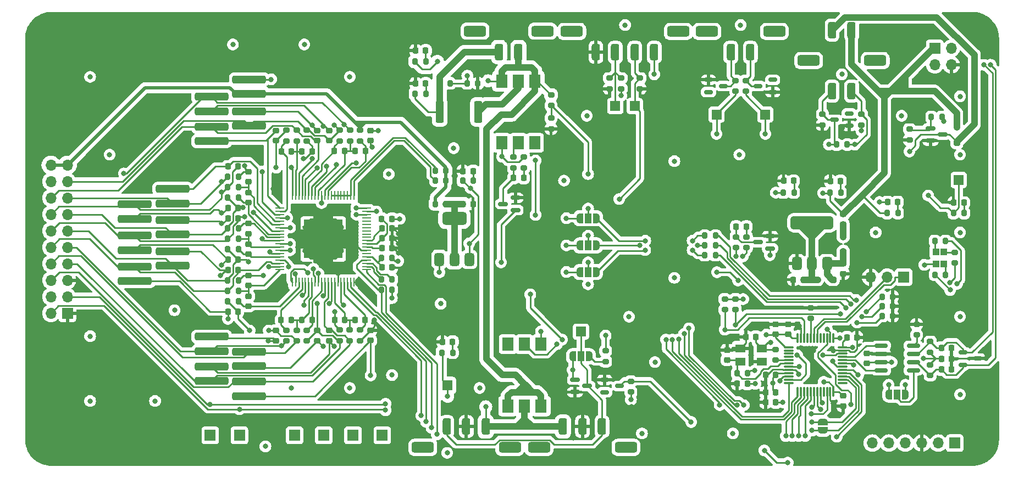
<source format=gbr>
%TF.GenerationSoftware,KiCad,Pcbnew,8.0.1*%
%TF.CreationDate,2024-04-26T19:22:46+02:00*%
%TF.ProjectId,MVBMS_Test_FT24,4d56424d-535f-4546-9573-745f46543234,rev?*%
%TF.SameCoordinates,Original*%
%TF.FileFunction,Copper,L1,Top*%
%TF.FilePolarity,Positive*%
%FSLAX46Y46*%
G04 Gerber Fmt 4.6, Leading zero omitted, Abs format (unit mm)*
G04 Created by KiCad (PCBNEW 8.0.1) date 2024-04-26 19:22:46*
%MOMM*%
%LPD*%
G01*
G04 APERTURE LIST*
G04 Aperture macros list*
%AMRoundRect*
0 Rectangle with rounded corners*
0 $1 Rounding radius*
0 $2 $3 $4 $5 $6 $7 $8 $9 X,Y pos of 4 corners*
0 Add a 4 corners polygon primitive as box body*
4,1,4,$2,$3,$4,$5,$6,$7,$8,$9,$2,$3,0*
0 Add four circle primitives for the rounded corners*
1,1,$1+$1,$2,$3*
1,1,$1+$1,$4,$5*
1,1,$1+$1,$6,$7*
1,1,$1+$1,$8,$9*
0 Add four rect primitives between the rounded corners*
20,1,$1+$1,$2,$3,$4,$5,0*
20,1,$1+$1,$4,$5,$6,$7,0*
20,1,$1+$1,$6,$7,$8,$9,0*
20,1,$1+$1,$8,$9,$2,$3,0*%
%AMFreePoly0*
4,1,19,0.500000,-0.750000,0.000000,-0.750000,0.000000,-0.744911,-0.071157,-0.744911,-0.207708,-0.704816,-0.327430,-0.627875,-0.420627,-0.520320,-0.479746,-0.390866,-0.500000,-0.250000,-0.500000,0.250000,-0.479746,0.390866,-0.420627,0.520320,-0.327430,0.627875,-0.207708,0.704816,-0.071157,0.744911,0.000000,0.744911,0.000000,0.750000,0.500000,0.750000,0.500000,-0.750000,0.500000,-0.750000,
$1*%
%AMFreePoly1*
4,1,19,0.000000,0.744911,0.071157,0.744911,0.207708,0.704816,0.327430,0.627875,0.420627,0.520320,0.479746,0.390866,0.500000,0.250000,0.500000,-0.250000,0.479746,-0.390866,0.420627,-0.520320,0.327430,-0.627875,0.207708,-0.704816,0.071157,-0.744911,0.000000,-0.744911,0.000000,-0.750000,-0.500000,-0.750000,-0.500000,0.750000,0.000000,0.750000,0.000000,0.744911,0.000000,0.744911,
$1*%
%AMFreePoly2*
4,1,19,0.550000,-0.750000,0.000000,-0.750000,0.000000,-0.744911,-0.071157,-0.744911,-0.207708,-0.704816,-0.327430,-0.627875,-0.420627,-0.520320,-0.479746,-0.390866,-0.500000,-0.250000,-0.500000,0.250000,-0.479746,0.390866,-0.420627,0.520320,-0.327430,0.627875,-0.207708,0.704816,-0.071157,0.744911,0.000000,0.744911,0.000000,0.750000,0.550000,0.750000,0.550000,-0.750000,0.550000,-0.750000,
$1*%
%AMFreePoly3*
4,1,19,0.000000,0.744911,0.071157,0.744911,0.207708,0.704816,0.327430,0.627875,0.420627,0.520320,0.479746,0.390866,0.500000,0.250000,0.500000,-0.250000,0.479746,-0.390866,0.420627,-0.520320,0.327430,-0.627875,0.207708,-0.704816,0.071157,-0.744911,0.000000,-0.744911,0.000000,-0.750000,-0.550000,-0.750000,-0.550000,0.750000,0.000000,0.750000,0.000000,0.744911,0.000000,0.744911,
$1*%
G04 Aperture macros list end*
%TA.AperFunction,SMDPad,CuDef*%
%ADD10RoundRect,0.225000X0.225000X0.250000X-0.225000X0.250000X-0.225000X-0.250000X0.225000X-0.250000X0*%
%TD*%
%TA.AperFunction,SMDPad,CuDef*%
%ADD11RoundRect,0.200000X-0.200000X-0.275000X0.200000X-0.275000X0.200000X0.275000X-0.200000X0.275000X0*%
%TD*%
%TA.AperFunction,SMDPad,CuDef*%
%ADD12RoundRect,0.200000X0.275000X-0.200000X0.275000X0.200000X-0.275000X0.200000X-0.275000X-0.200000X0*%
%TD*%
%TA.AperFunction,SMDPad,CuDef*%
%ADD13R,1.780000X2.000000*%
%TD*%
%TA.AperFunction,SMDPad,CuDef*%
%ADD14RoundRect,0.225000X-0.225000X-0.250000X0.225000X-0.250000X0.225000X0.250000X-0.225000X0.250000X0*%
%TD*%
%TA.AperFunction,SMDPad,CuDef*%
%ADD15R,1.500000X1.500000*%
%TD*%
%TA.AperFunction,SMDPad,CuDef*%
%ADD16RoundRect,0.225000X-0.250000X0.225000X-0.250000X-0.225000X0.250000X-0.225000X0.250000X0.225000X0*%
%TD*%
%TA.AperFunction,SMDPad,CuDef*%
%ADD17RoundRect,0.200000X-0.275000X0.200000X-0.275000X-0.200000X0.275000X-0.200000X0.275000X0.200000X0*%
%TD*%
%TA.AperFunction,ComponentPad*%
%ADD18R,1.700000X1.700000*%
%TD*%
%TA.AperFunction,SMDPad,CuDef*%
%ADD19RoundRect,0.218750X-0.218750X-0.256250X0.218750X-0.256250X0.218750X0.256250X-0.218750X0.256250X0*%
%TD*%
%TA.AperFunction,SMDPad,CuDef*%
%ADD20RoundRect,0.225000X0.250000X-0.225000X0.250000X0.225000X-0.250000X0.225000X-0.250000X-0.225000X0*%
%TD*%
%TA.AperFunction,SMDPad,CuDef*%
%ADD21RoundRect,0.412500X1.302500X0.412500X-1.302500X0.412500X-1.302500X-0.412500X1.302500X-0.412500X0*%
%TD*%
%TA.AperFunction,SMDPad,CuDef*%
%ADD22RoundRect,0.317500X0.317500X0.952500X-0.317500X0.952500X-0.317500X-0.952500X0.317500X-0.952500X0*%
%TD*%
%TA.AperFunction,ComponentPad*%
%ADD23O,1.700000X1.700000*%
%TD*%
%TA.AperFunction,SMDPad,CuDef*%
%ADD24RoundRect,0.150000X-0.512500X-0.150000X0.512500X-0.150000X0.512500X0.150000X-0.512500X0.150000X0*%
%TD*%
%TA.AperFunction,SMDPad,CuDef*%
%ADD25RoundRect,0.250000X-2.350000X0.325000X-2.350000X-0.325000X2.350000X-0.325000X2.350000X0.325000X0*%
%TD*%
%TA.AperFunction,SMDPad,CuDef*%
%ADD26FreePoly0,90.000000*%
%TD*%
%TA.AperFunction,SMDPad,CuDef*%
%ADD27FreePoly1,90.000000*%
%TD*%
%TA.AperFunction,SMDPad,CuDef*%
%ADD28RoundRect,0.412500X-1.302500X-0.412500X1.302500X-0.412500X1.302500X0.412500X-1.302500X0.412500X0*%
%TD*%
%TA.AperFunction,SMDPad,CuDef*%
%ADD29RoundRect,0.317500X-0.317500X-0.952500X0.317500X-0.952500X0.317500X0.952500X-0.317500X0.952500X0*%
%TD*%
%TA.AperFunction,SMDPad,CuDef*%
%ADD30RoundRect,0.375000X0.375000X-0.625000X0.375000X0.625000X-0.375000X0.625000X-0.375000X-0.625000X0*%
%TD*%
%TA.AperFunction,SMDPad,CuDef*%
%ADD31RoundRect,0.500000X1.400000X-0.500000X1.400000X0.500000X-1.400000X0.500000X-1.400000X-0.500000X0*%
%TD*%
%TA.AperFunction,SMDPad,CuDef*%
%ADD32RoundRect,0.250000X-0.362500X-1.425000X0.362500X-1.425000X0.362500X1.425000X-0.362500X1.425000X0*%
%TD*%
%TA.AperFunction,SMDPad,CuDef*%
%ADD33RoundRect,0.250000X2.350000X-0.325000X2.350000X0.325000X-2.350000X0.325000X-2.350000X-0.325000X0*%
%TD*%
%TA.AperFunction,SMDPad,CuDef*%
%ADD34RoundRect,0.200000X0.200000X0.275000X-0.200000X0.275000X-0.200000X-0.275000X0.200000X-0.275000X0*%
%TD*%
%TA.AperFunction,SMDPad,CuDef*%
%ADD35RoundRect,0.075000X-0.662500X-0.075000X0.662500X-0.075000X0.662500X0.075000X-0.662500X0.075000X0*%
%TD*%
%TA.AperFunction,SMDPad,CuDef*%
%ADD36RoundRect,0.075000X-0.075000X-0.662500X0.075000X-0.662500X0.075000X0.662500X-0.075000X0.662500X0*%
%TD*%
%TA.AperFunction,SMDPad,CuDef*%
%ADD37RoundRect,0.150000X-0.587500X-0.150000X0.587500X-0.150000X0.587500X0.150000X-0.587500X0.150000X0*%
%TD*%
%TA.AperFunction,SMDPad,CuDef*%
%ADD38FreePoly2,180.000000*%
%TD*%
%TA.AperFunction,SMDPad,CuDef*%
%ADD39R,1.000000X1.500000*%
%TD*%
%TA.AperFunction,SMDPad,CuDef*%
%ADD40FreePoly3,180.000000*%
%TD*%
%TA.AperFunction,SMDPad,CuDef*%
%ADD41RoundRect,0.412500X1.302500X-0.412500X1.302500X0.412500X-1.302500X0.412500X-1.302500X-0.412500X0*%
%TD*%
%TA.AperFunction,SMDPad,CuDef*%
%ADD42RoundRect,0.150000X-0.825000X-0.150000X0.825000X-0.150000X0.825000X0.150000X-0.825000X0.150000X0*%
%TD*%
%TA.AperFunction,SMDPad,CuDef*%
%ADD43RoundRect,0.218750X-0.256250X0.218750X-0.256250X-0.218750X0.256250X-0.218750X0.256250X0.218750X0*%
%TD*%
%TA.AperFunction,SMDPad,CuDef*%
%ADD44R,1.000000X1.000000*%
%TD*%
%TA.AperFunction,SMDPad,CuDef*%
%ADD45RoundRect,0.250000X-0.250000X0.250000X-0.250000X-0.250000X0.250000X-0.250000X0.250000X0.250000X0*%
%TD*%
%TA.AperFunction,SMDPad,CuDef*%
%ADD46RoundRect,0.218750X0.218750X0.256250X-0.218750X0.256250X-0.218750X-0.256250X0.218750X-0.256250X0*%
%TD*%
%TA.AperFunction,SMDPad,CuDef*%
%ADD47RoundRect,0.150000X0.512500X0.150000X-0.512500X0.150000X-0.512500X-0.150000X0.512500X-0.150000X0*%
%TD*%
%TA.AperFunction,SMDPad,CuDef*%
%ADD48RoundRect,0.250000X0.250000X-0.250000X0.250000X0.250000X-0.250000X0.250000X-0.250000X-0.250000X0*%
%TD*%
%TA.AperFunction,SMDPad,CuDef*%
%ADD49FreePoly2,0.000000*%
%TD*%
%TA.AperFunction,SMDPad,CuDef*%
%ADD50FreePoly3,0.000000*%
%TD*%
%TA.AperFunction,SMDPad,CuDef*%
%ADD51O,0.250000X1.500000*%
%TD*%
%TA.AperFunction,SMDPad,CuDef*%
%ADD52O,1.500000X0.250000*%
%TD*%
%TA.AperFunction,ComponentPad*%
%ADD53C,0.800000*%
%TD*%
%TA.AperFunction,SMDPad,CuDef*%
%ADD54R,6.000000X6.000000*%
%TD*%
%TA.AperFunction,SMDPad,CuDef*%
%ADD55RoundRect,0.150000X0.587500X0.150000X-0.587500X0.150000X-0.587500X-0.150000X0.587500X-0.150000X0*%
%TD*%
%TA.AperFunction,SMDPad,CuDef*%
%ADD56R,1.600000X1.300000*%
%TD*%
%TA.AperFunction,SMDPad,CuDef*%
%ADD57RoundRect,0.250000X0.250000X0.250000X-0.250000X0.250000X-0.250000X-0.250000X0.250000X-0.250000X0*%
%TD*%
%TA.AperFunction,ViaPad*%
%ADD58C,0.800000*%
%TD*%
%TA.AperFunction,Conductor*%
%ADD59C,0.250000*%
%TD*%
%TA.AperFunction,Conductor*%
%ADD60C,1.000000*%
%TD*%
%TA.AperFunction,Conductor*%
%ADD61C,0.500000*%
%TD*%
G04 APERTURE END LIST*
D10*
%TO.P,C41,1*%
%TO.N,/Battery_Management_System_Right/Filter_Balancing_Block_4/C(n+1:n)_in*%
X152775000Y-143800000D03*
%TO.P,C41,2*%
%TO.N,/Battery_Management_System_Right/Filter_Balancing_Block_4/S(n+1)P*%
X151225000Y-143800000D03*
%TD*%
%TO.P,C22,1*%
%TO.N,/Battery_Management_System_Right/Filter_Balancing_Block_0/C(n+1:n)*%
X169200000Y-167500000D03*
%TO.P,C22,2*%
%TO.N,/Battery_Management_System_Right/Filter_Balancing_Block_0/C(n+1)*%
X167650000Y-167500000D03*
%TD*%
D11*
%TO.P,R203,1*%
%TO.N,Net-(U7-PA10)*%
X252000000Y-166900000D03*
%TO.P,R203,2*%
%TO.N,GND*%
X253650000Y-166900000D03*
%TD*%
D12*
%TO.P,R6,1*%
%TO.N,Net-(U7-BOOT0)*%
X241000000Y-167273097D03*
%TO.P,R6,2*%
%TO.N,GND*%
X241000000Y-165623097D03*
%TD*%
%TO.P,R37,1*%
%TO.N,/Battery_Management_System_Right/Filter_Balancing_Block_0/C(n+1:n)_in*%
X170000000Y-170700000D03*
%TO.P,R37,2*%
%TO.N,/Battery_Management_System_Right/Filter_Balancing_Block_0/C(n+1:n)*%
X170000000Y-169050000D03*
%TD*%
D11*
%TO.P,R48,1*%
%TO.N,/Battery_Management_System_Right/Filter_Balancing_Block_1/C(n+1)_in*%
X151175000Y-164600000D03*
%TO.P,R48,2*%
%TO.N,/Battery_Management_System_Right/Filter_Balancing_Block_2/C(n)*%
X152825000Y-164600000D03*
%TD*%
%TO.P,R9,1*%
%TO.N,+12V*%
X243975000Y-147850000D03*
%TO.P,R9,2*%
%TO.N,Net-(D5-A)*%
X245625000Y-147850000D03*
%TD*%
D13*
%TO.P,U5,1*%
%TO.N,+3V3*%
X199440000Y-171235000D03*
%TO.P,U5,2*%
%TO.N,Net-(R19-Pad2)*%
X196900000Y-171235000D03*
%TO.P,U5,3*%
%TO.N,unconnected-(U5-Pad3)*%
X194360000Y-171235000D03*
%TO.P,U5,4*%
%TO.N,/Input_Output/RELAY_BATT_SIDE*%
X194360000Y-180765000D03*
%TO.P,U5,5*%
%TO.N,/Input_Output/BATT_FAN_POWER*%
X196900000Y-180765000D03*
%TO.P,U5,6*%
%TO.N,/Input_Output/RELAY_BATT_SIDE*%
X199440000Y-180765000D03*
%TD*%
D14*
%TO.P,C19,1*%
%TO.N,Net-(U4-DRIVE)*%
X174925000Y-159400000D03*
%TO.P,C19,2*%
%TO.N,GND*%
X176475000Y-159400000D03*
%TD*%
D15*
%TO.P,TP5,1,1*%
%TO.N,/Input_Output/PWM_PG_Fan_1*%
X234000000Y-135800000D03*
%TD*%
D16*
%TO.P,C6,1*%
%TO.N,+3V3*%
X245960000Y-179218098D03*
%TO.P,C6,2*%
%TO.N,GND*%
X245960000Y-180768098D03*
%TD*%
D14*
%TO.P,C17,1*%
%TO.N,Net-(Q1-C)*%
X187425000Y-149600000D03*
%TO.P,C17,2*%
%TO.N,GND*%
X188975000Y-149600000D03*
%TD*%
D10*
%TO.P,C15,1*%
%TO.N,GND*%
X262675000Y-175148097D03*
%TO.P,C15,2*%
%TO.N,/CAN_Transciever/CAN_LOW*%
X261125000Y-175148097D03*
%TD*%
D17*
%TO.P,R32,1*%
%TO.N,Net-(Q2-G)*%
X256200000Y-138062500D03*
%TO.P,R32,2*%
%TO.N,GND*%
X256200000Y-139712500D03*
%TD*%
D18*
%TO.P,TP11,1,1*%
%TO.N,/Battery_Management_System_Right/~{CS}*%
X161500000Y-185300000D03*
%TD*%
D10*
%TO.P,C3,1*%
%TO.N,+3V3*%
X235600000Y-180213098D03*
%TO.P,C3,2*%
%TO.N,GND*%
X234050000Y-180213098D03*
%TD*%
D15*
%TO.P,TP4,1,1*%
%TO.N,/Input_Output/BATT_FAN_POWER*%
X185050000Y-177600000D03*
%TD*%
D12*
%TO.P,R71,1*%
%TO.N,Net-(D12-A)*%
X196800000Y-144025000D03*
%TO.P,R71,2*%
%TO.N,+3V3*%
X196800000Y-142375000D03*
%TD*%
D19*
%TO.P,D18,1,K*%
%TO.N,GND*%
X180112500Y-131000000D03*
%TO.P,D18,2,A*%
%TO.N,Net-(D18-A)*%
X181687500Y-131000000D03*
%TD*%
D15*
%TO.P,TP6,1,1*%
%TO.N,/Input_Output/PWM_PG_Fan_2*%
X226500000Y-135800000D03*
%TD*%
D12*
%TO.P,R1,1*%
%TO.N,/Microcontroller/Status_LED_G*%
X263200000Y-158720000D03*
%TO.P,R1,2*%
%TO.N,Net-(D1-GK)*%
X263200000Y-157070000D03*
%TD*%
D17*
%TO.P,R62,1*%
%TO.N,/Battery_Management_System_Right/Filter_Balancing_Block_5/C(n+1:n)_in*%
X161800000Y-138237500D03*
%TO.P,R62,2*%
%TO.N,/Battery_Management_System_Right/Filter_Balancing_Block_5/C(n+1:n)*%
X161800000Y-139887500D03*
%TD*%
%TO.P,R82,1*%
%TO.N,+12V*%
X209400000Y-172275000D03*
%TO.P,R82,2*%
%TO.N,Net-(JP3-B)*%
X209400000Y-173925000D03*
%TD*%
D11*
%TO.P,R52,1*%
%TO.N,/Battery_Management_System_Right/Filter_Balancing_Block_3/C(n+1:n)_in*%
X151175000Y-155000000D03*
%TO.P,R52,2*%
%TO.N,/Battery_Management_System_Right/Filter_Balancing_Block_3/C(n+1:n)*%
X152825000Y-155000000D03*
%TD*%
D20*
%TO.P,C31,1*%
%TO.N,/Battery_Management_System_Right/Filter_Balancing_Block_2/C(n)*%
X154400000Y-165375000D03*
%TO.P,C31,2*%
%TO.N,/Battery_Management_System_Right/Filter_Balancing_Block_2/C(n+1:n)*%
X154400000Y-163825000D03*
%TD*%
D12*
%TO.P,R36,1*%
%TO.N,/Battery_Management_System_Right/Filter_Balancing_Block_0/C(n+1)_in*%
X168400000Y-170700000D03*
%TO.P,R36,2*%
%TO.N,/Battery_Management_System_Right/Filter_Balancing_Block_0/C(n+1)*%
X168400000Y-169050000D03*
%TD*%
D21*
%TO.P,J10,*%
%TO.N,*%
X199695000Y-122950000D03*
X189295000Y-122950000D03*
D22*
%TO.P,J10,1,Pin_1*%
%TO.N,/Input_Output/RELAY_BATT_SIDE*%
X195995000Y-126150000D03*
%TO.P,J10,2,Pin_2*%
%TO.N,/Input_Output/RELAY_ESC_SIDE*%
X192995000Y-126150000D03*
%TD*%
D21*
%TO.P,J5,*%
%TO.N,*%
X220600000Y-123000000D03*
X204200000Y-123000000D03*
D22*
%TO.P,J5,1,Pin_1*%
%TO.N,GND*%
X207900000Y-126200000D03*
%TO.P,J5,2,Pin_2*%
%TO.N,Net-(J5-Pin_2)*%
X210900000Y-126200000D03*
%TO.P,J5,3,Pin_3*%
%TO.N,/Input_Output/CURRENT_MEASUREMENT*%
X213900000Y-126200000D03*
%TO.P,J5,4,Pin_4*%
%TO.N,+5V*%
X216900000Y-126200000D03*
%TD*%
D19*
%TO.P,D14,1,K*%
%TO.N,/Input_Output/RELAY_DRAIN*%
X252812500Y-149300000D03*
%TO.P,D14,2,A*%
%TO.N,Net-(D14-A)*%
X254387500Y-149300000D03*
%TD*%
D18*
%TO.P,J2,1,Pin_1*%
%TO.N,/Microcontroller/USART_TX*%
X255300000Y-160900000D03*
D23*
%TO.P,J2,2,Pin_2*%
%TO.N,/Microcontroller/USART_RX*%
X252760000Y-160900000D03*
%TO.P,J2,3,Pin_3*%
%TO.N,GND*%
X250220000Y-160900000D03*
%TD*%
D24*
%TO.P,D6,1,A1*%
%TO.N,/CAN_Transciever/CAN_HIGH*%
X264462500Y-172500597D03*
%TO.P,D6,2,A2*%
%TO.N,/CAN_Transciever/CAN_LOW*%
X264462500Y-174400597D03*
%TO.P,D6,3,common*%
%TO.N,GND*%
X266737500Y-173450597D03*
%TD*%
D10*
%TO.P,C23,1*%
%TO.N,/Battery_Management_System_Right/Filter_Balancing_Block_0/C(n)*%
X172375000Y-167500000D03*
%TO.P,C23,2*%
%TO.N,/Battery_Management_System_Right/Filter_Balancing_Block_0/C(n+1:n)*%
X170825000Y-167500000D03*
%TD*%
D25*
%TO.P,R65,1*%
%TO.N,/Battery_Management_System_Right/Filter_Balancing_Block_5/C(n+1:n)_in*%
X148700000Y-137675000D03*
%TO.P,R65,2*%
%TO.N,/Battery_Management_System_Right/Filter_Balancing_Block_5/S(n)P*%
X148700000Y-139925000D03*
%TD*%
D20*
%TO.P,C39,1*%
%TO.N,/Battery_Management_System_Right/Filter_Balancing_Block_4/C(n)*%
X154400000Y-149375000D03*
%TO.P,C39,2*%
%TO.N,/Battery_Management_System_Right/Filter_Balancing_Block_4/C(n+1:n)*%
X154400000Y-147825000D03*
%TD*%
D26*
%TO.P,JP2,1,A*%
%TO.N,/Input_Output/Aux_Out*%
X242862653Y-184548097D03*
D27*
%TO.P,JP2,2,B*%
%TO.N,/Input_Output/Aux_In*%
X242862653Y-183248097D03*
%TD*%
D17*
%TO.P,R19,1*%
%TO.N,Net-(D8-K)*%
X229500000Y-154675000D03*
%TO.P,R19,2*%
%TO.N,Net-(R19-Pad2)*%
X229500000Y-156325000D03*
%TD*%
D28*
%TO.P,J8,*%
%TO.N,*%
X181250000Y-187150000D03*
X194650000Y-187150000D03*
D29*
%TO.P,J8,1,Pin_1*%
%TO.N,Net-(J7-Pin_3)*%
X184950000Y-183950000D03*
%TO.P,J8,2,Pin_2*%
%TO.N,GND*%
X187950000Y-183950000D03*
%TO.P,J8,3,Pin_3*%
%TO.N,/Input_Output/BATT_FAN_POWER*%
X190950000Y-183950000D03*
%TD*%
D16*
%TO.P,C25,1*%
%TO.N,/Battery_Management_System_Right/Filter_Balancing_Block_0/C(n+1:n)_in*%
X166800000Y-169125000D03*
%TO.P,C25,2*%
%TO.N,/Battery_Management_System_Right/Filter_Balancing_Block_0/S(n+1)P*%
X166800000Y-170675000D03*
%TD*%
D14*
%TO.P,C42,1*%
%TO.N,/Battery_Management_System_Right/Filter_Balancing_Block_5/C(n+1:n)*%
X162625000Y-141500000D03*
%TO.P,C42,2*%
%TO.N,/Battery_Management_System_Right/Filter_Balancing_Block_5/C(n+1)*%
X164175000Y-141500000D03*
%TD*%
D11*
%TO.P,R3,1*%
%TO.N,/Microcontroller/Status_LED_B*%
X260110000Y-160520000D03*
%TO.P,R3,2*%
%TO.N,Net-(D1-BK)*%
X261760000Y-160520000D03*
%TD*%
D14*
%TO.P,C7,1*%
%TO.N,+3V3*%
X246585000Y-170193098D03*
%TO.P,C7,2*%
%TO.N,GND*%
X248135000Y-170193098D03*
%TD*%
D20*
%TO.P,C13,1*%
%TO.N,+3V3*%
X249630000Y-174183097D03*
%TO.P,C13,2*%
%TO.N,GND*%
X249630000Y-172633097D03*
%TD*%
D17*
%TO.P,R66,1*%
%TO.N,/Battery_Management_System_Right/Filter_Balancing_Block_6/C(n+1)_in*%
X171600000Y-138237500D03*
%TO.P,R66,2*%
%TO.N,/Battery_Management_System_Right/Filter_Balancing_Block_6/C(n+1)*%
X171600000Y-139887500D03*
%TD*%
D16*
%TO.P,C24,1*%
%TO.N,GND*%
X173200000Y-169100000D03*
%TO.P,C24,2*%
%TO.N,/Battery_Management_System_Right/Filter_Balancing_Block_0/S(n)P*%
X173200000Y-170650000D03*
%TD*%
D30*
%TO.P,U2,1,GND*%
%TO.N,GND*%
X238900000Y-158800000D03*
%TO.P,U2,2,VO*%
%TO.N,+3V3*%
X241200000Y-158800000D03*
D31*
X241200000Y-152500000D03*
D30*
%TO.P,U2,3,VI*%
%TO.N,Net-(D2-K)*%
X243500000Y-158800000D03*
%TD*%
D32*
%TO.P,R31,1*%
%TO.N,/Input_Output/RELAY_ESC_SIDE*%
X183837500Y-135400000D03*
%TO.P,R31,2*%
%TO.N,Net-(R31-Pad2)*%
X189762500Y-135400000D03*
%TD*%
D11*
%TO.P,R8,1*%
%TO.N,+3V3*%
X236775000Y-147850000D03*
%TO.P,R8,2*%
%TO.N,Net-(D4-A)*%
X238425000Y-147850000D03*
%TD*%
D33*
%TO.P,R64,1*%
%TO.N,/Battery_Management_System_Right/Filter_Balancing_Block_5/C(n+1)_in*%
X154500000Y-137550000D03*
%TO.P,R64,2*%
%TO.N,/Battery_Management_System_Right/Filter_Balancing_Block_5/S(n+1)P*%
X154500000Y-135300000D03*
%TD*%
D25*
%TO.P,R40,1*%
%TO.N,/Battery_Management_System_Right/Filter_Balancing_Block_0/C(n+1:n)_in*%
X154500000Y-176975000D03*
%TO.P,R40,2*%
%TO.N,/Battery_Management_System_Right/Filter_Balancing_Block_0/S(n)P*%
X154500000Y-179225000D03*
%TD*%
D12*
%TO.P,R43,1*%
%TO.N,/Battery_Management_System_Right/Filter_Balancing_Block_0/C(n+1)_in*%
X163400000Y-170725000D03*
%TO.P,R43,2*%
%TO.N,/Battery_Management_System_Right/Filter_Balancing_Block_1/C(n)*%
X163400000Y-169075000D03*
%TD*%
D16*
%TO.P,C28,1*%
%TO.N,/Battery_Management_System_Right/Filter_Balancing_Block_0/C(n+1)_in*%
X165000000Y-169125000D03*
%TO.P,C28,2*%
%TO.N,/Battery_Management_System_Right/Filter_Balancing_Block_1/S(n)P*%
X165000000Y-170675000D03*
%TD*%
D34*
%TO.P,R17,1*%
%TO.N,Net-(U4-IPB)*%
X176525000Y-161238604D03*
%TO.P,R17,2*%
%TO.N,Net-(U4-IMB)*%
X174875000Y-161238604D03*
%TD*%
D17*
%TO.P,R67,1*%
%TO.N,/Battery_Management_System_Right/Filter_Balancing_Block_6/C(n+1:n)_in*%
X170012500Y-138237500D03*
%TO.P,R67,2*%
%TO.N,/Battery_Management_System_Right/Filter_Balancing_Block_6/C(n+1:n)*%
X170012500Y-139887500D03*
%TD*%
D34*
%TO.P,R80,1*%
%TO.N,Net-(D19-A)*%
X185875000Y-172550000D03*
%TO.P,R80,2*%
%TO.N,/Input_Output/BATT_FAN_POWER*%
X184225000Y-172550000D03*
%TD*%
D14*
%TO.P,C47,1*%
%TO.N,/Battery_Management_System_Right/Filter_Balancing_Block_6/C(n)*%
X167625000Y-141462500D03*
%TO.P,C47,2*%
%TO.N,/Battery_Management_System_Right/Filter_Balancing_Block_6/C(n+1:n)*%
X169175000Y-141462500D03*
%TD*%
D18*
%TO.P,J3,1,Pin_1*%
%TO.N,GND*%
X126500000Y-166460000D03*
D23*
%TO.P,J3,2,Pin_2*%
%TO.N,/Battery_Management_System_Right/TMP_SCL*%
X123960000Y-166460000D03*
%TO.P,J3,3,Pin_3*%
%TO.N,/Battery_Management_System_Right/TMP_SDA*%
X126500000Y-163920000D03*
%TO.P,J3,4,Pin_4*%
%TO.N,+3V3*%
X123960000Y-163920000D03*
%TO.P,J3,5,Pin_5*%
%TO.N,GND*%
X126500000Y-161380000D03*
%TO.P,J3,6,Pin_6*%
%TO.N,/Battery_Management_System_Right/Filter_Balancing_Block_0/C(n+1:n)_in*%
X123960000Y-161380000D03*
%TO.P,J3,7,Pin_7*%
%TO.N,/Battery_Management_System_Right/Filter_Balancing_Block_0/C(n+1)_in*%
X126500000Y-158840000D03*
%TO.P,J3,8,Pin_8*%
%TO.N,/Battery_Management_System_Right/Filter_Balancing_Block_1/C(n+1:n)_in*%
X123960000Y-158840000D03*
%TO.P,J3,9,Pin_9*%
%TO.N,/Battery_Management_System_Right/Filter_Balancing_Block_1/C(n+1)_in*%
X126500000Y-156300000D03*
%TO.P,J3,10,Pin_10*%
%TO.N,/Battery_Management_System_Right/Filter_Balancing_Block_2/C(n+1:n)_in*%
X123960000Y-156300000D03*
%TO.P,J3,11,Pin_11*%
%TO.N,/Battery_Management_System_Right/Filter_Balancing_Block_2/C(n+1)_in*%
X126500000Y-153760000D03*
%TO.P,J3,12,Pin_12*%
%TO.N,/Battery_Management_System_Right/Filter_Balancing_Block_3/C(n+1:n)_in*%
X123960000Y-153760000D03*
%TO.P,J3,13,Pin_13*%
%TO.N,/Battery_Management_System_Right/Filter_Balancing_Block_3/C(n+1)_in*%
X126500000Y-151220000D03*
%TO.P,J3,14,Pin_14*%
%TO.N,/Battery_Management_System_Right/Filter_Balancing_Block_4/C(n+1:n)_in*%
X123960000Y-151220000D03*
%TO.P,J3,15,Pin_15*%
%TO.N,/Battery_Management_System_Right/Filter_Balancing_Block_4/C(n+1)_in*%
X126500000Y-148680000D03*
%TO.P,J3,16,Pin_16*%
%TO.N,/Battery_Management_System_Right/Filter_Balancing_Block_5/C(n+1:n)_in*%
X123960000Y-148680000D03*
%TO.P,J3,17,Pin_17*%
%TO.N,/Battery_Management_System_Right/Filter_Balancing_Block_5/C(n+1)_in*%
X126500000Y-146140000D03*
%TO.P,J3,18,Pin_18*%
%TO.N,/Battery_Management_System_Right/Filter_Balancing_Block_6/C(n+1:n)_in*%
X123960000Y-146140000D03*
%TO.P,J3,19,Pin_19*%
%TO.N,/Battery_Management_System_Right/Filter_Balancing_Block_6/C(n+1)_in*%
X126500000Y-143600000D03*
%TO.P,J3,20,Pin_20*%
X123960000Y-143600000D03*
%TD*%
D12*
%TO.P,R41,1*%
%TO.N,/Battery_Management_System_Right/Filter_Balancing_Block_1/C(n+1)_in*%
X160200000Y-170725000D03*
%TO.P,R41,2*%
%TO.N,/Battery_Management_System_Right/Filter_Balancing_Block_1/C(n+1)*%
X160200000Y-169075000D03*
%TD*%
D16*
%TO.P,C2,1*%
%TO.N,GND*%
X228105000Y-172123098D03*
%TO.P,C2,2*%
%TO.N,/Microcontroller/XTAL_2*%
X228105000Y-173673098D03*
%TD*%
D12*
%TO.P,R29,1*%
%TO.N,Net-(D12-K)*%
X195200000Y-144025000D03*
%TO.P,R29,2*%
%TO.N,Net-(R29-Pad2)*%
X195200000Y-142375000D03*
%TD*%
D25*
%TO.P,R60,1*%
%TO.N,/Battery_Management_System_Right/Filter_Balancing_Block_4/C(n+1:n)_in*%
X136900000Y-149675000D03*
%TO.P,R60,2*%
%TO.N,/Battery_Management_System_Right/Filter_Balancing_Block_4/S(n)P*%
X136900000Y-151925000D03*
%TD*%
D11*
%TO.P,R35,1*%
%TO.N,+12V*%
X252775000Y-151000000D03*
%TO.P,R35,2*%
%TO.N,Net-(D14-A)*%
X254425000Y-151000000D03*
%TD*%
D35*
%TO.P,U7,1,VBAT*%
%TO.N,+3V3*%
X237587500Y-171700000D03*
%TO.P,U7,2,PC13*%
%TO.N,unconnected-(U7-PC13-Pad2)*%
X237587500Y-172200000D03*
%TO.P,U7,3,PC14*%
%TO.N,unconnected-(U7-PC14-Pad3)*%
X237587500Y-172700000D03*
%TO.P,U7,4,PC15*%
%TO.N,unconnected-(U7-PC15-Pad4)*%
X237587500Y-173200000D03*
%TO.P,U7,5,PF0*%
%TO.N,/Microcontroller/XTAL_1*%
X237587500Y-173700000D03*
%TO.P,U7,6,PF1*%
%TO.N,/Microcontroller/XTAL_2*%
X237587500Y-174200000D03*
%TO.P,U7,7,NRST*%
%TO.N,/Microcontroller/NRST*%
X237587500Y-174700000D03*
%TO.P,U7,8,VSSA*%
%TO.N,GND*%
X237587500Y-175200000D03*
%TO.P,U7,9,VDDA*%
%TO.N,+3V3*%
X237587500Y-175700000D03*
%TO.P,U7,10,PA0*%
%TO.N,/Input_Output/RELAY_ENABLE*%
X237587500Y-176200000D03*
%TO.P,U7,11,PA1*%
%TO.N,/Input_Output/60V_ENABLE*%
X237587500Y-176700000D03*
%TO.P,U7,12,PA2*%
%TO.N,/Input_Output/PWM_PG_Fan_1*%
X237587500Y-177200000D03*
D36*
%TO.P,U7,13,PA3*%
%TO.N,/Input_Output/PWM_PG_Fan_2*%
X239000000Y-178612500D03*
%TO.P,U7,14,PA4*%
%TO.N,/Battery_Management_System_Right/~{CS}*%
X239500000Y-178612500D03*
%TO.P,U7,15,PA5*%
%TO.N,/Battery_Management_System_Right/SCK(IPA)*%
X240000000Y-178612500D03*
%TO.P,U7,16,PA6*%
%TO.N,/Battery_Management_System_Right/MISO*%
X240500000Y-178612500D03*
%TO.P,U7,17,PA7*%
%TO.N,/Battery_Management_System_Right/MOSI*%
X241000000Y-178612500D03*
%TO.P,U7,18,PB0*%
%TO.N,/Microcontroller/Status_LED_R*%
X241500000Y-178612500D03*
%TO.P,U7,19,PB1*%
%TO.N,/Microcontroller/Status_LED_G*%
X242000000Y-178612500D03*
%TO.P,U7,20,PB2*%
%TO.N,/Microcontroller/Status_LED_B*%
X242500000Y-178612500D03*
%TO.P,U7,21,PB10*%
%TO.N,unconnected-(U7-PB10-Pad21)*%
X243000000Y-178612500D03*
%TO.P,U7,22,PB11*%
%TO.N,/Input_Output/PRECHARGE_ENABLE*%
X243500000Y-178612500D03*
%TO.P,U7,23,VSS*%
%TO.N,GND*%
X244000000Y-178612500D03*
%TO.P,U7,24,VDD*%
%TO.N,+3V3*%
X244500000Y-178612500D03*
D35*
%TO.P,U7,25,PB12*%
%TO.N,unconnected-(U7-PB12-Pad25)*%
X245912500Y-177200000D03*
%TO.P,U7,26,PB13*%
%TO.N,/Input_Output/Aux_In*%
X245912500Y-176700000D03*
%TO.P,U7,27,PB14*%
%TO.N,/Input_Output/Aux_Out*%
X245912500Y-176200000D03*
%TO.P,U7,28,PB15*%
%TO.N,/Input_Output/PWM_Battery_Cooling*%
X245912500Y-175700000D03*
%TO.P,U7,29,PA8*%
%TO.N,Net-(U7-PA8)*%
X245912500Y-175200000D03*
%TO.P,U7,30,PA9*%
%TO.N,Net-(U7-PA9)*%
X245912500Y-174700000D03*
%TO.P,U7,31,PA10*%
%TO.N,Net-(U7-PA10)*%
X245912500Y-174200000D03*
%TO.P,U7,32,PA11*%
%TO.N,/CAN_Transciever/CAN_RX*%
X245912500Y-173700000D03*
%TO.P,U7,33,PA12*%
%TO.N,/CAN_Transciever/CAN_TX*%
X245912500Y-173200000D03*
%TO.P,U7,34,PA13*%
%TO.N,/Microcontroller/SWDIO*%
X245912500Y-172700000D03*
%TO.P,U7,35,VSS*%
%TO.N,GND*%
X245912500Y-172200000D03*
%TO.P,U7,36,VDD*%
%TO.N,+3V3*%
X245912500Y-171700000D03*
D36*
%TO.P,U7,37,PA14*%
%TO.N,/Microcontroller/SWCLK*%
X244500000Y-170287500D03*
%TO.P,U7,38,PA15*%
%TO.N,/Battery_Management_System_Right/TMP_SCL*%
X244000000Y-170287500D03*
%TO.P,U7,39,PB3*%
%TO.N,/Microcontroller/Trace_SWO*%
X243500000Y-170287500D03*
%TO.P,U7,40,PB4*%
%TO.N,unconnected-(U7-PB4-Pad40)*%
X243000000Y-170287500D03*
%TO.P,U7,41,PB5*%
%TO.N,unconnected-(U7-PB5-Pad41)*%
X242500000Y-170287500D03*
%TO.P,U7,42,PB6*%
%TO.N,/Microcontroller/USART_TX*%
X242000000Y-170287500D03*
%TO.P,U7,43,PB7*%
%TO.N,/Microcontroller/USART_RX*%
X241500000Y-170287500D03*
%TO.P,U7,44,BOOT0*%
%TO.N,Net-(U7-BOOT0)*%
X241000000Y-170287500D03*
%TO.P,U7,45,PB8*%
%TO.N,unconnected-(U7-PB8-Pad45)*%
X240500000Y-170287500D03*
%TO.P,U7,46,PB9*%
%TO.N,/Battery_Management_System_Right/TMP_SDA*%
X240000000Y-170287500D03*
%TO.P,U7,47,VSS*%
%TO.N,GND*%
X239500000Y-170287500D03*
%TO.P,U7,48,VDD*%
%TO.N,+3V3*%
X239000000Y-170287500D03*
%TD*%
D18*
%TO.P,TP1,1,1*%
%TO.N,/Battery_Management_System_Right/SCK(IPA)*%
X166000000Y-185300000D03*
%TD*%
D10*
%TO.P,C9,1*%
%TO.N,+3V3*%
X235600000Y-175948097D03*
%TO.P,C9,2*%
%TO.N,GND*%
X234050000Y-175948097D03*
%TD*%
D37*
%TO.P,Q2,1,G*%
%TO.N,Net-(Q2-G)*%
X259462500Y-137937500D03*
%TO.P,Q2,2,S*%
%TO.N,GND*%
X259462500Y-139837500D03*
%TO.P,Q2,3,D*%
%TO.N,/Input_Output/RELAY_DRAIN*%
X261337500Y-138887500D03*
%TD*%
D38*
%TO.P,JP8,1,A*%
%TO.N,/Microcontroller/CURRENT_MEASUREMENT*%
X208000000Y-160100000D03*
D39*
%TO.P,JP8,2,C*%
%TO.N,/Input_Output/CURRENT_MEASUREMENT*%
X206700000Y-160100000D03*
D40*
%TO.P,JP8,3,B*%
%TO.N,/Battery_Management_System_Right/CURRENT_MEASUREMENT*%
X205400000Y-160100000D03*
%TD*%
D24*
%TO.P,D9,1,A*%
%TO.N,GND*%
X225262500Y-130450000D03*
%TO.P,D9,2*%
%TO.N,N/C*%
X225262500Y-132350000D03*
%TO.P,D9,3,K*%
%TO.N,Net-(D9-K)*%
X227537500Y-131400000D03*
%TD*%
D12*
%TO.P,R5,1*%
%TO.N,/Microcontroller/XTAL_1*%
X235610000Y-173718098D03*
%TO.P,R5,2*%
%TO.N,Net-(C1-Pad2)*%
X235610000Y-172068098D03*
%TD*%
D41*
%TO.P,J9,*%
%TO.N,*%
X240667500Y-127487500D03*
X250937500Y-127487500D03*
D29*
%TO.P,J9,1,Pin_1*%
%TO.N,/Input_Output/Aux_Out*%
X247302500Y-132187500D03*
%TO.P,J9,2,Pin_2*%
%TO.N,+12V*%
X247302500Y-122787500D03*
%TO.P,J9,3,Pin_3*%
%TO.N,/Input_Output/Aux_In*%
X244302500Y-132187500D03*
%TO.P,J9,4,Pin_4*%
%TO.N,/Input_Output/RELAY_DRAIN*%
X244302500Y-122787500D03*
%TD*%
D11*
%TO.P,R47,1*%
%TO.N,/Battery_Management_System_Right/Filter_Balancing_Block_2/C(n+1:n)_in*%
X151175000Y-163000000D03*
%TO.P,R47,2*%
%TO.N,/Battery_Management_System_Right/Filter_Balancing_Block_2/C(n+1:n)*%
X152825000Y-163000000D03*
%TD*%
D17*
%TO.P,R12,1*%
%TO.N,/CAN_Transciever/V_{ref}*%
X259400000Y-174423097D03*
%TO.P,R12,2*%
%TO.N,/CAN_Transciever/CAN_LOW*%
X259400000Y-176073097D03*
%TD*%
D18*
%TO.P,TP10,1,1*%
%TO.N,/Battery_Management_System_Right/MISO*%
X170500000Y-185300000D03*
%TD*%
D14*
%TO.P,C1,1*%
%TO.N,GND*%
X230985000Y-170093098D03*
%TO.P,C1,2*%
%TO.N,Net-(C1-Pad2)*%
X232535000Y-170093098D03*
%TD*%
D21*
%TO.P,J6,*%
%TO.N,*%
X235400000Y-123000000D03*
X225000000Y-123000000D03*
D22*
%TO.P,J6,1,Pin_1*%
%TO.N,Net-(D10-K)*%
X231700000Y-126200000D03*
%TO.P,J6,2,Pin_2*%
%TO.N,Net-(D9-K)*%
X228700000Y-126200000D03*
%TD*%
D12*
%TO.P,R10,1*%
%TO.N,Net-(U3-Rs)*%
X257300000Y-169825000D03*
%TO.P,R10,2*%
%TO.N,GND*%
X257300000Y-168175000D03*
%TD*%
D11*
%TO.P,R18,1*%
%TO.N,+5V*%
X187375000Y-146025000D03*
%TO.P,R18,2*%
%TO.N,Net-(D7-A)*%
X189025000Y-146025000D03*
%TD*%
D14*
%TO.P,C14,1*%
%TO.N,/CAN_Transciever/CAN_HIGH*%
X261125000Y-171800000D03*
%TO.P,C14,2*%
%TO.N,GND*%
X262675000Y-171800000D03*
%TD*%
D18*
%TO.P,TP12,1,1*%
%TO.N,/Battery_Management_System_Right/TMP_SDA*%
X148500000Y-185300000D03*
%TD*%
%TO.P,J4,1,Pin_1*%
%TO.N,+12V*%
X260100000Y-125600000D03*
D23*
%TO.P,J4,2,Pin_2*%
%TO.N,/CAN_Transciever/CAN_LOW*%
X262640000Y-125600000D03*
%TO.P,J4,3,Pin_3*%
%TO.N,/CAN_Transciever/CAN_HIGH*%
X260100000Y-128140000D03*
%TO.P,J4,4,Pin_4*%
%TO.N,GND*%
X262640000Y-128140000D03*
%TD*%
D12*
%TO.P,R81,1*%
%TO.N,Net-(JP3-A)*%
X213305000Y-178610000D03*
%TO.P,R81,2*%
%TO.N,/Input_Output/PWM_Battery_Cooling*%
X213305000Y-176960000D03*
%TD*%
D11*
%TO.P,R34,1*%
%TO.N,/Input_Output/RELAY_ESC_SIDE_VOLTAGE*%
X188075000Y-131000000D03*
%TO.P,R34,2*%
%TO.N,GND*%
X189725000Y-131000000D03*
%TD*%
D17*
%TO.P,R76,1*%
%TO.N,+3V3*%
X227762653Y-164275000D03*
%TO.P,R76,2*%
%TO.N,/Battery_Management_System_Right/TMP_SDA*%
X227762653Y-165925000D03*
%TD*%
D34*
%TO.P,R15,1*%
%TO.N,/Battery_Management_System_Right/Filter_Balancing_Block_6/C(n+1)_in*%
X184800000Y-144500000D03*
%TO.P,R15,2*%
%TO.N,Net-(U4-C15)*%
X183150000Y-144500000D03*
%TD*%
D17*
%TO.P,R68,1*%
%TO.N,/Battery_Management_System_Right/Filter_Balancing_Block_5/C(n+1)_in*%
X168412500Y-138237500D03*
%TO.P,R68,2*%
%TO.N,/Battery_Management_System_Right/Filter_Balancing_Block_6/C(n)*%
X168412500Y-139887500D03*
%TD*%
D20*
%TO.P,C45,1*%
%TO.N,/Battery_Management_System_Right/Filter_Balancing_Block_5/C(n+1:n)_in*%
X165000000Y-139837500D03*
%TO.P,C45,2*%
%TO.N,/Battery_Management_System_Right/Filter_Balancing_Block_5/S(n+1)P*%
X165000000Y-138287500D03*
%TD*%
D11*
%TO.P,R51,1*%
%TO.N,/Battery_Management_System_Right/Filter_Balancing_Block_3/C(n+1)_in*%
X151175000Y-153400000D03*
%TO.P,R51,2*%
%TO.N,/Battery_Management_System_Right/Filter_Balancing_Block_3/C(n+1)*%
X152825000Y-153400000D03*
%TD*%
D34*
%TO.P,R30,1*%
%TO.N,/Input_Output/RELAY_ENABLE*%
X261225000Y-136187500D03*
%TO.P,R30,2*%
%TO.N,Net-(Q2-G)*%
X259575000Y-136187500D03*
%TD*%
D10*
%TO.P,C26,1*%
%TO.N,/Battery_Management_System_Right/Filter_Balancing_Block_1/C(n+1:n)*%
X160975000Y-167525000D03*
%TO.P,C26,2*%
%TO.N,/Battery_Management_System_Right/Filter_Balancing_Block_1/C(n+1)*%
X159425000Y-167525000D03*
%TD*%
D42*
%TO.P,U3,1,D*%
%TO.N,/CAN_Transciever/CAN_TX*%
X251855000Y-171478097D03*
%TO.P,U3,2,GND*%
%TO.N,GND*%
X251855000Y-172748097D03*
%TO.P,U3,3,VCC*%
%TO.N,+3V3*%
X251855000Y-174018097D03*
%TO.P,U3,4,R*%
%TO.N,/CAN_Transciever/CAN_RX*%
X251855000Y-175288097D03*
%TO.P,U3,5,Vref*%
%TO.N,Net-(JP1-C)*%
X256805000Y-175288097D03*
%TO.P,U3,6,CANL*%
%TO.N,/CAN_Transciever/CAN_LOW*%
X256805000Y-174018097D03*
%TO.P,U3,7,CANH*%
%TO.N,/CAN_Transciever/CAN_HIGH*%
X256805000Y-172748097D03*
%TO.P,U3,8,Rs*%
%TO.N,Net-(U3-Rs)*%
X256805000Y-171478097D03*
%TD*%
D17*
%TO.P,R74,1*%
%TO.N,/Input_Output/RELAY_BATT_SIDE_VOLTAGE*%
X201000000Y-136375000D03*
%TO.P,R74,2*%
%TO.N,GND*%
X201000000Y-138025000D03*
%TD*%
%TO.P,R11,1*%
%TO.N,/CAN_Transciever/CAN_HIGH*%
X259400000Y-170823097D03*
%TO.P,R11,2*%
%TO.N,/CAN_Transciever/V_{ref}*%
X259400000Y-172473097D03*
%TD*%
D19*
%TO.P,D16,1,K*%
%TO.N,GND*%
X263012500Y-149400000D03*
%TO.P,D16,2,A*%
%TO.N,Net-(D16-A)*%
X264587500Y-149400000D03*
%TD*%
D12*
%TO.P,R42,1*%
%TO.N,/Battery_Management_System_Right/Filter_Balancing_Block_1/C(n+1:n)_in*%
X161810000Y-170725000D03*
%TO.P,R42,2*%
%TO.N,/Battery_Management_System_Right/Filter_Balancing_Block_1/C(n+1:n)*%
X161810000Y-169075000D03*
%TD*%
D17*
%TO.P,R63,1*%
%TO.N,/Battery_Management_System_Right/Filter_Balancing_Block_4/C(n+1)_in*%
X160200000Y-138237500D03*
%TO.P,R63,2*%
%TO.N,/Battery_Management_System_Right/Filter_Balancing_Block_5/C(n)*%
X160200000Y-139887500D03*
%TD*%
D10*
%TO.P,C40,1*%
%TO.N,/Battery_Management_System_Right/Filter_Balancing_Block_3/C(n+1)_in*%
X152775000Y-150200000D03*
%TO.P,C40,2*%
%TO.N,/Battery_Management_System_Right/Filter_Balancing_Block_4/S(n)P*%
X151225000Y-150200000D03*
%TD*%
D19*
%TO.P,D19,1,K*%
%TO.N,GND*%
X184262500Y-170850000D03*
%TO.P,D19,2,A*%
%TO.N,Net-(D19-A)*%
X185837500Y-170850000D03*
%TD*%
D17*
%TO.P,R73,1*%
%TO.N,/Input_Output/RELAY_BATT_SIDE*%
X201000000Y-132775000D03*
%TO.P,R73,2*%
%TO.N,/Input_Output/RELAY_BATT_SIDE_VOLTAGE*%
X201000000Y-134425000D03*
%TD*%
D38*
%TO.P,JP6,1,A*%
%TO.N,/Microcontroller/RELAY_BATT_SIDE_VOLTAGE*%
X208000000Y-151800000D03*
D39*
%TO.P,JP6,2,C*%
%TO.N,/Input_Output/RELAY_BATT_SIDE_VOLTAGE*%
X206700000Y-151800000D03*
D40*
%TO.P,JP6,3,B*%
%TO.N,/Battery_Management_System_Right/RELAY_BATT_SIDE_VOLTAGE*%
X205400000Y-151800000D03*
%TD*%
D34*
%TO.P,R79,1*%
%TO.N,Net-(D18-A)*%
X181725000Y-132600000D03*
%TO.P,R79,2*%
%TO.N,/Input_Output/RELAY_ESC_SIDE*%
X180075000Y-132600000D03*
%TD*%
D17*
%TO.P,R75,1*%
%TO.N,+3V3*%
X229400000Y-164275000D03*
%TO.P,R75,2*%
%TO.N,/Battery_Management_System_Right/TMP_SCL*%
X229400000Y-165925000D03*
%TD*%
D34*
%TO.P,R205,1*%
%TO.N,Net-(U7-PA9)*%
X226325000Y-156000000D03*
%TO.P,R205,2*%
%TO.N,/Microcontroller/RELAY_ESC_SIDE_VOLTAGE*%
X224675000Y-156000000D03*
%TD*%
D43*
%TO.P,F1,1*%
%TO.N,+12V*%
X246000000Y-151187500D03*
%TO.P,F1,2*%
%TO.N,Net-(D2-A)*%
X246000000Y-152762500D03*
%TD*%
D20*
%TO.P,C30,1*%
%TO.N,/Battery_Management_System_Right/Filter_Balancing_Block_2/C(n+1:n)*%
X154400000Y-162175000D03*
%TO.P,C30,2*%
%TO.N,/Battery_Management_System_Right/Filter_Balancing_Block_2/C(n+1)*%
X154400000Y-160625000D03*
%TD*%
D44*
%TO.P,D1,1,RK*%
%TO.N,Net-(D1-RK)*%
X260275000Y-156975000D03*
%TO.P,D1,2,GK*%
%TO.N,Net-(D1-GK)*%
X261525000Y-156975000D03*
%TO.P,D1,3,BK*%
%TO.N,Net-(D1-BK)*%
X261525000Y-158825000D03*
%TO.P,D1,4,A*%
%TO.N,+3V3*%
X260275000Y-158825000D03*
%TD*%
D17*
%TO.P,R24,1*%
%TO.N,Net-(J5-Pin_2)*%
X211800000Y-130175000D03*
%TO.P,R24,2*%
%TO.N,+3V3*%
X211800000Y-131825000D03*
%TD*%
D11*
%TO.P,R202,1*%
%TO.N,Net-(U7-PA9)*%
X252000000Y-165400000D03*
%TO.P,R202,2*%
%TO.N,GND*%
X253650000Y-165400000D03*
%TD*%
D33*
%TO.P,R69,1*%
%TO.N,/Battery_Management_System_Right/Filter_Balancing_Block_6/C(n+1)_in*%
X154500000Y-132625000D03*
%TO.P,R69,2*%
%TO.N,/Battery_Management_System_Right/Filter_Balancing_Block_6/S(n+1)P*%
X154500000Y-130375000D03*
%TD*%
D34*
%TO.P,R2,1*%
%TO.N,/Microcontroller/Status_LED_R*%
X261760000Y-155320000D03*
%TO.P,R2,2*%
%TO.N,Net-(D1-RK)*%
X260110000Y-155320000D03*
%TD*%
D24*
%TO.P,D20,1,A*%
%TO.N,GND*%
X209262500Y-176750000D03*
%TO.P,D20,2*%
%TO.N,N/C*%
X209262500Y-178650000D03*
%TO.P,D20,3,K*%
%TO.N,/Input_Output/PWM_Battery_Cooling*%
X211537500Y-177700000D03*
%TD*%
D11*
%TO.P,R53,1*%
%TO.N,/Battery_Management_System_Right/Filter_Balancing_Block_2/C(n+1)_in*%
X151175000Y-156600000D03*
%TO.P,R53,2*%
%TO.N,/Battery_Management_System_Right/Filter_Balancing_Block_3/C(n)*%
X152825000Y-156600000D03*
%TD*%
D20*
%TO.P,C8,1*%
%TO.N,+3V3*%
X237562653Y-169723097D03*
%TO.P,C8,2*%
%TO.N,GND*%
X237562653Y-168173097D03*
%TD*%
D19*
%TO.P,D8,1,K*%
%TO.N,Net-(D8-K)*%
X229512500Y-153100000D03*
%TO.P,D8,2,A*%
%TO.N,Net-(D8-A)*%
X231087500Y-153100000D03*
%TD*%
D45*
%TO.P,D15,1,K*%
%TO.N,+12V*%
X263487500Y-137650000D03*
%TO.P,D15,2,A*%
%TO.N,/Input_Output/RELAY_DRAIN*%
X263487500Y-140150000D03*
%TD*%
D46*
%TO.P,FB1,1*%
%TO.N,+5V*%
X176487500Y-151900000D03*
%TO.P,FB1,2*%
%TO.N,Net-(U4-VREG)*%
X174912500Y-151900000D03*
%TD*%
D17*
%TO.P,R23,1*%
%TO.N,Net-(D10-K)*%
X231000000Y-130575000D03*
%TO.P,R23,2*%
%TO.N,/Input_Output/PWM_PG_Fan_1*%
X231000000Y-132225000D03*
%TD*%
D28*
%TO.P,J7,*%
%TO.N,*%
X199150000Y-187150000D03*
X212550000Y-187150000D03*
D29*
%TO.P,J7,1,Pin_1*%
%TO.N,/Input_Output/BATT_FAN_POWER*%
X202850000Y-183950000D03*
%TO.P,J7,2,Pin_2*%
%TO.N,GND*%
X205850000Y-183950000D03*
%TO.P,J7,3,Pin_3*%
%TO.N,Net-(J7-Pin_3)*%
X208850000Y-183950000D03*
%TD*%
D18*
%TO.P,TP13,1,1*%
%TO.N,/Battery_Management_System_Right/TMP_SCL*%
X153000000Y-185300000D03*
%TD*%
D10*
%TO.P,C20,1*%
%TO.N,GND*%
X176475000Y-154900000D03*
%TO.P,C20,2*%
%TO.N,Net-(U4-VREG)*%
X174925000Y-154900000D03*
%TD*%
D47*
%TO.P,D10,1,A*%
%TO.N,GND*%
X235137500Y-132350000D03*
%TO.P,D10,2*%
%TO.N,N/C*%
X235137500Y-130450000D03*
%TO.P,D10,3,K*%
%TO.N,Net-(D10-K)*%
X232862500Y-131400000D03*
%TD*%
D19*
%TO.P,D17,1,K*%
%TO.N,GND*%
X180112500Y-125920000D03*
%TO.P,D17,2,A*%
%TO.N,Net-(D17-A)*%
X181687500Y-125920000D03*
%TD*%
%TO.P,D12,1,K*%
%TO.N,Net-(D12-K)*%
X195212500Y-145600000D03*
%TO.P,D12,2,A*%
%TO.N,Net-(D12-A)*%
X196787500Y-145600000D03*
%TD*%
D12*
%TO.P,R38,1*%
%TO.N,GND*%
X171600000Y-170700000D03*
%TO.P,R38,2*%
%TO.N,/Battery_Management_System_Right/Filter_Balancing_Block_0/C(n)*%
X171600000Y-169050000D03*
%TD*%
D11*
%TO.P,R56,1*%
%TO.N,/Battery_Management_System_Right/Filter_Balancing_Block_4/C(n+1)_in*%
X151175000Y-145400000D03*
%TO.P,R56,2*%
%TO.N,/Battery_Management_System_Right/Filter_Balancing_Block_4/C(n+1)*%
X152825000Y-145400000D03*
%TD*%
D19*
%TO.P,D5,1,K*%
%TO.N,GND*%
X244012500Y-146050000D03*
%TO.P,D5,2,A*%
%TO.N,Net-(D5-A)*%
X245587500Y-146050000D03*
%TD*%
D11*
%TO.P,R58,1*%
%TO.N,/Battery_Management_System_Right/Filter_Balancing_Block_3/C(n+1)_in*%
X151175000Y-148600000D03*
%TO.P,R58,2*%
%TO.N,/Battery_Management_System_Right/Filter_Balancing_Block_4/C(n)*%
X152825000Y-148600000D03*
%TD*%
D20*
%TO.P,C48,1*%
%TO.N,/Battery_Management_System_Right/Filter_Balancing_Block_5/C(n+1)_in*%
X166812500Y-139837500D03*
%TO.P,C48,2*%
%TO.N,/Battery_Management_System_Right/Filter_Balancing_Block_6/S(n)P*%
X166812500Y-138287500D03*
%TD*%
D34*
%TO.P,R204,1*%
%TO.N,Net-(U7-PA8)*%
X226325000Y-154500000D03*
%TO.P,R204,2*%
%TO.N,/Microcontroller/RELAY_BATT_SIDE_VOLTAGE*%
X224675000Y-154500000D03*
%TD*%
D33*
%TO.P,R54,1*%
%TO.N,/Battery_Management_System_Right/Filter_Balancing_Block_3/C(n+1)_in*%
X142700000Y-154325000D03*
%TO.P,R54,2*%
%TO.N,/Battery_Management_System_Right/Filter_Balancing_Block_3/S(n+1)P*%
X142700000Y-152075000D03*
%TD*%
D10*
%TO.P,C21,1*%
%TO.N,GND*%
X176475000Y-153400000D03*
%TO.P,C21,2*%
%TO.N,Net-(U4-VREF1)*%
X174925000Y-153400000D03*
%TD*%
D48*
%TO.P,D2,1,K*%
%TO.N,Net-(D2-K)*%
X246000000Y-157025000D03*
%TO.P,D2,2,A*%
%TO.N,Net-(D2-A)*%
X246000000Y-154525000D03*
%TD*%
D10*
%TO.P,C27,1*%
%TO.N,/Battery_Management_System_Right/Filter_Balancing_Block_1/C(n)*%
X164175000Y-167525000D03*
%TO.P,C27,2*%
%TO.N,/Battery_Management_System_Right/Filter_Balancing_Block_1/C(n+1:n)*%
X162625000Y-167525000D03*
%TD*%
D12*
%TO.P,R28,1*%
%TO.N,GND*%
X242802500Y-137425000D03*
%TO.P,R28,2*%
%TO.N,/Input_Output/Aux_In*%
X242802500Y-135775000D03*
%TD*%
D20*
%TO.P,C38,1*%
%TO.N,/Battery_Management_System_Right/Filter_Balancing_Block_4/C(n+1:n)*%
X154400000Y-146175000D03*
%TO.P,C38,2*%
%TO.N,/Battery_Management_System_Right/Filter_Balancing_Block_4/C(n+1)*%
X154400000Y-144625000D03*
%TD*%
D14*
%TO.P,C12,1*%
%TO.N,GND*%
X238312500Y-161275000D03*
%TO.P,C12,2*%
%TO.N,+3V3*%
X239862500Y-161275000D03*
%TD*%
D25*
%TO.P,R50,1*%
%TO.N,/Battery_Management_System_Right/Filter_Balancing_Block_2/C(n+1:n)_in*%
X136900000Y-159275000D03*
%TO.P,R50,2*%
%TO.N,/Battery_Management_System_Right/Filter_Balancing_Block_2/S(n)P*%
X136900000Y-161525000D03*
%TD*%
D15*
%TO.P,TP3,1,1*%
%TO.N,Net-(J7-Pin_3)*%
X205600000Y-169300000D03*
%TD*%
D34*
%TO.P,R7,1*%
%TO.N,+3V3*%
X176487500Y-162838604D03*
%TO.P,R7,2*%
%TO.N,/Battery_Management_System_Right/MISO*%
X174837500Y-162838604D03*
%TD*%
D20*
%TO.P,C11,1*%
%TO.N,GND*%
X246000000Y-160350000D03*
%TO.P,C11,2*%
%TO.N,Net-(D2-K)*%
X246000000Y-158800000D03*
%TD*%
D12*
%TO.P,R25,1*%
%TO.N,GND*%
X210000000Y-131825000D03*
%TO.P,R25,2*%
%TO.N,Net-(J5-Pin_2)*%
X210000000Y-130175000D03*
%TD*%
D34*
%TO.P,R16,1*%
%TO.N,Net-(Q1-B)*%
X176525000Y-157900000D03*
%TO.P,R16,2*%
%TO.N,Net-(U4-DRIVE)*%
X174875000Y-157900000D03*
%TD*%
D49*
%TO.P,JP3,1,A*%
%TO.N,Net-(JP3-A)*%
X204300000Y-173100000D03*
D39*
%TO.P,JP3,2,C*%
%TO.N,Net-(J7-Pin_3)*%
X205600000Y-173100000D03*
D50*
%TO.P,JP3,3,B*%
%TO.N,Net-(JP3-B)*%
X206900000Y-173100000D03*
%TD*%
D20*
%TO.P,C35,1*%
%TO.N,/Battery_Management_System_Right/Filter_Balancing_Block_3/C(n)*%
X154400000Y-157375000D03*
%TO.P,C35,2*%
%TO.N,/Battery_Management_System_Right/Filter_Balancing_Block_3/C(n+1:n)*%
X154400000Y-155825000D03*
%TD*%
D51*
%TO.P,U4,1,V+*%
%TO.N,Net-(U4-V+)*%
X170650000Y-148312500D03*
%TO.P,U4,2,C16*%
%TO.N,Net-(U4-C15)*%
X170150000Y-148312500D03*
%TO.P,U4,3,S16N*%
X169650000Y-148312500D03*
%TO.P,U4,4,S16P*%
X169150000Y-148312500D03*
%TO.P,U4,5,C16:15*%
X168650000Y-148312500D03*
%TO.P,U4,6,S15N*%
X168150000Y-148312500D03*
%TO.P,U4,7,S15P*%
X167650000Y-148312500D03*
%TO.P,U4,8,C15*%
X167150000Y-148312500D03*
%TO.P,U4,9,C14*%
%TO.N,/Battery_Management_System_Right/Filter_Balancing_Block_6/C(n+1)*%
X166650000Y-148312500D03*
%TO.P,U4,10,S14N*%
%TO.N,/Battery_Management_System_Right/Filter_Balancing_Block_6/C(n+1:n)_in*%
X166150000Y-148312500D03*
%TO.P,U4,11,S14P*%
%TO.N,/Battery_Management_System_Right/Filter_Balancing_Block_6/S(n+1)P*%
X165650000Y-148312500D03*
%TO.P,U4,12,C14:13*%
%TO.N,/Battery_Management_System_Right/Filter_Balancing_Block_6/C(n+1:n)*%
X165150000Y-148312500D03*
%TO.P,U4,13,S13N*%
%TO.N,/Battery_Management_System_Right/Filter_Balancing_Block_5/C(n+1)_in*%
X164650000Y-148312500D03*
%TO.P,U4,14,S13P*%
%TO.N,/Battery_Management_System_Right/Filter_Balancing_Block_6/S(n)P*%
X164150000Y-148312500D03*
%TO.P,U4,15,C13*%
%TO.N,/Battery_Management_System_Right/Filter_Balancing_Block_6/C(n)*%
X163650000Y-148312500D03*
%TO.P,U4,16,C12*%
%TO.N,/Battery_Management_System_Right/Filter_Balancing_Block_5/C(n+1)*%
X163150000Y-148312500D03*
%TO.P,U4,17,S12N*%
%TO.N,/Battery_Management_System_Right/Filter_Balancing_Block_5/C(n+1:n)_in*%
X162650000Y-148312500D03*
%TO.P,U4,18,S12P*%
%TO.N,/Battery_Management_System_Right/Filter_Balancing_Block_5/S(n+1)P*%
X162150000Y-148312500D03*
%TO.P,U4,19,C12:11*%
%TO.N,/Battery_Management_System_Right/Filter_Balancing_Block_5/C(n+1:n)*%
X161650000Y-148312500D03*
%TO.P,U4,20,S11N*%
%TO.N,/Battery_Management_System_Right/Filter_Balancing_Block_4/C(n+1)_in*%
X161150000Y-148312500D03*
D52*
%TO.P,U4,21,S11P*%
%TO.N,/Battery_Management_System_Right/Filter_Balancing_Block_5/S(n)P*%
X159212500Y-150250000D03*
%TO.P,U4,22,C11*%
%TO.N,/Battery_Management_System_Right/Filter_Balancing_Block_5/C(n)*%
X159212500Y-150750000D03*
%TO.P,U4,23,C10*%
%TO.N,/Battery_Management_System_Right/Filter_Balancing_Block_4/C(n+1)*%
X159212500Y-151250000D03*
%TO.P,U4,24,S10N*%
%TO.N,/Battery_Management_System_Right/Filter_Balancing_Block_4/C(n+1:n)_in*%
X159212500Y-151750000D03*
%TO.P,U4,25,S10P*%
%TO.N,/Battery_Management_System_Right/Filter_Balancing_Block_4/S(n+1)P*%
X159212500Y-152250000D03*
%TO.P,U4,26,C10:9*%
%TO.N,/Battery_Management_System_Right/Filter_Balancing_Block_4/C(n+1:n)*%
X159212500Y-152750000D03*
%TO.P,U4,27,S9N*%
%TO.N,/Battery_Management_System_Right/Filter_Balancing_Block_3/C(n+1)_in*%
X159212500Y-153250000D03*
%TO.P,U4,28,S9P*%
%TO.N,/Battery_Management_System_Right/Filter_Balancing_Block_4/S(n)P*%
X159212500Y-153750000D03*
%TO.P,U4,29,C9*%
%TO.N,/Battery_Management_System_Right/Filter_Balancing_Block_4/C(n)*%
X159212500Y-154250000D03*
%TO.P,U4,30,C8*%
%TO.N,/Battery_Management_System_Right/Filter_Balancing_Block_3/C(n+1)*%
X159212500Y-154750000D03*
%TO.P,U4,31,S8N*%
%TO.N,/Battery_Management_System_Right/Filter_Balancing_Block_3/C(n+1:n)_in*%
X159212500Y-155250000D03*
%TO.P,U4,32,S8P*%
%TO.N,/Battery_Management_System_Right/Filter_Balancing_Block_3/S(n+1)P*%
X159212500Y-155750000D03*
%TO.P,U4,33,C8:7*%
%TO.N,/Battery_Management_System_Right/Filter_Balancing_Block_3/C(n+1:n)*%
X159212500Y-156250000D03*
%TO.P,U4,34,S7N*%
%TO.N,/Battery_Management_System_Right/Filter_Balancing_Block_2/C(n+1)_in*%
X159212500Y-156750000D03*
%TO.P,U4,35,S7P*%
%TO.N,/Battery_Management_System_Right/Filter_Balancing_Block_3/S(n)P*%
X159212500Y-157250000D03*
%TO.P,U4,36,C7*%
%TO.N,/Battery_Management_System_Right/Filter_Balancing_Block_3/C(n)*%
X159212500Y-157750000D03*
%TO.P,U4,37,C6*%
%TO.N,/Battery_Management_System_Right/Filter_Balancing_Block_2/C(n+1)*%
X159212500Y-158250000D03*
%TO.P,U4,38,S6N*%
%TO.N,/Battery_Management_System_Right/Filter_Balancing_Block_2/C(n+1:n)_in*%
X159212500Y-158750000D03*
%TO.P,U4,39,S6P*%
%TO.N,/Battery_Management_System_Right/Filter_Balancing_Block_2/S(n+1)P*%
X159212500Y-159250000D03*
%TO.P,U4,40,C6:5*%
%TO.N,/Battery_Management_System_Right/Filter_Balancing_Block_2/C(n+1:n)*%
X159212500Y-159750000D03*
D51*
%TO.P,U4,41,S5N*%
%TO.N,/Battery_Management_System_Right/Filter_Balancing_Block_1/C(n+1)_in*%
X161150000Y-161687500D03*
%TO.P,U4,42,S5P*%
%TO.N,/Battery_Management_System_Right/Filter_Balancing_Block_2/S(n)P*%
X161650000Y-161687500D03*
%TO.P,U4,43,C5*%
%TO.N,/Battery_Management_System_Right/Filter_Balancing_Block_2/C(n)*%
X162150000Y-161687500D03*
%TO.P,U4,44,C4*%
%TO.N,/Battery_Management_System_Right/Filter_Balancing_Block_1/C(n+1)*%
X162650000Y-161687500D03*
%TO.P,U4,45,S4N*%
%TO.N,/Battery_Management_System_Right/Filter_Balancing_Block_1/C(n+1:n)_in*%
X163150000Y-161687500D03*
%TO.P,U4,46,S4P*%
%TO.N,/Battery_Management_System_Right/Filter_Balancing_Block_1/S(n+1)P*%
X163650000Y-161687500D03*
%TO.P,U4,47,C4:3*%
%TO.N,/Battery_Management_System_Right/Filter_Balancing_Block_1/C(n+1:n)*%
X164150000Y-161687500D03*
%TO.P,U4,48,S3N*%
%TO.N,/Battery_Management_System_Right/Filter_Balancing_Block_0/C(n+1)_in*%
X164650000Y-161687500D03*
%TO.P,U4,49,S3P*%
%TO.N,/Battery_Management_System_Right/Filter_Balancing_Block_1/S(n)P*%
X165150000Y-161687500D03*
%TO.P,U4,50,C3*%
%TO.N,/Battery_Management_System_Right/Filter_Balancing_Block_1/C(n)*%
X165650000Y-161687500D03*
%TO.P,U4,51,C2*%
%TO.N,/Battery_Management_System_Right/Filter_Balancing_Block_0/C(n+1)*%
X166150000Y-161687500D03*
%TO.P,U4,52,S2N*%
%TO.N,/Battery_Management_System_Right/Filter_Balancing_Block_0/C(n+1:n)_in*%
X166650000Y-161687500D03*
%TO.P,U4,53,S2P*%
%TO.N,/Battery_Management_System_Right/Filter_Balancing_Block_0/S(n+1)P*%
X167150000Y-161687500D03*
%TO.P,U4,54,C2:1*%
%TO.N,/Battery_Management_System_Right/Filter_Balancing_Block_0/C(n+1:n)*%
X167650000Y-161687500D03*
%TO.P,U4,55,S1N*%
%TO.N,GND*%
X168150000Y-161687500D03*
%TO.P,U4,56,S1P*%
%TO.N,/Battery_Management_System_Right/Filter_Balancing_Block_0/S(n)P*%
X168650000Y-161687500D03*
%TO.P,U4,57,C1*%
%TO.N,/Battery_Management_System_Right/Filter_Balancing_Block_0/C(n)*%
X169150000Y-161687500D03*
%TO.P,U4,58,CSB(IMA)*%
%TO.N,/Battery_Management_System_Right/~{CS}*%
X169650000Y-161687500D03*
%TO.P,U4,59,SCK(IPA)*%
%TO.N,/Battery_Management_System_Right/SCK(IPA)*%
X170150000Y-161687500D03*
%TO.P,U4,60,ISOMD*%
%TO.N,GND*%
X170650000Y-161687500D03*
D52*
%TO.P,U4,61,SDI*%
%TO.N,/Battery_Management_System_Right/MOSI*%
X172587500Y-159750000D03*
%TO.P,U4,62,IMB*%
%TO.N,Net-(U4-IMB)*%
X172587500Y-159250000D03*
%TO.P,U4,63,IPB*%
%TO.N,Net-(U4-IPB)*%
X172587500Y-158750000D03*
%TO.P,U4,64,SDO*%
%TO.N,/Battery_Management_System_Right/MISO*%
X172587500Y-158250000D03*
%TO.P,U4,65,DRIVE*%
%TO.N,Net-(U4-DRIVE)*%
X172587500Y-157750000D03*
%TO.P,U4,66,NC*%
%TO.N,unconnected-(U4-NC-Pad66)*%
X172587500Y-157250000D03*
D53*
%TO.P,U4,67,V-*%
%TO.N,GND*%
X168300000Y-152600000D03*
X167100000Y-152600000D03*
X165900000Y-152600000D03*
X164700000Y-152600000D03*
X163500000Y-152600000D03*
X168300000Y-153800000D03*
X167100000Y-153800000D03*
X165900000Y-153800000D03*
X164700000Y-153800000D03*
X163500000Y-153800000D03*
X168300000Y-155000000D03*
X167100000Y-155000000D03*
X165900000Y-155000000D03*
D54*
X165900000Y-155000000D03*
D53*
X164700000Y-155000000D03*
X163500000Y-155000000D03*
X168300000Y-156200000D03*
X167100000Y-156200000D03*
X165900000Y-156200000D03*
X164700000Y-156200000D03*
X163500000Y-156200000D03*
D52*
X172587500Y-156750000D03*
D53*
X168300000Y-157400000D03*
X167100000Y-157400000D03*
X165900000Y-157400000D03*
X164700000Y-157400000D03*
X163500000Y-157400000D03*
D52*
%TO.P,U4,68,VREF2*%
%TO.N,Net-(U4-VREF2)*%
X172587500Y-156250000D03*
%TO.P,U4,69,VREG*%
%TO.N,Net-(U4-VREG)*%
X172587500Y-155750000D03*
%TO.P,U4,70,VREF1*%
%TO.N,Net-(U4-VREF1)*%
X172587500Y-155250000D03*
%TO.P,U4,71,GPIO10*%
%TO.N,unconnected-(U4-GPIO10-Pad71)*%
X172587500Y-154750000D03*
%TO.P,U4,72,GPIO9*%
%TO.N,unconnected-(U4-GPIO9-Pad72)*%
X172587500Y-154250000D03*
%TO.P,U4,73,GPIO8*%
%TO.N,unconnected-(U4-GPIO8-Pad73)*%
X172587500Y-153750000D03*
%TO.P,U4,74,GPIO7*%
%TO.N,unconnected-(U4-GPIO7-Pad74)*%
X172587500Y-153250000D03*
%TO.P,U4,75,GPIO6*%
%TO.N,unconnected-(U4-GPIO6-Pad75)*%
X172587500Y-152750000D03*
%TO.P,U4,76,GPIO5*%
%TO.N,unconnected-(U4-GPIO5-Pad76)*%
X172587500Y-152250000D03*
%TO.P,U4,77,GPIO4*%
%TO.N,unconnected-(U4-GPIO4-Pad77)*%
X172587500Y-151750000D03*
%TO.P,U4,78,GPIO3*%
%TO.N,/Battery_Management_System_Right/CURRENT_MEASUREMENT*%
X172587500Y-151250000D03*
%TO.P,U4,79,GPIO2*%
%TO.N,/Battery_Management_System_Right/RELAY_ESC_SIDE_VOLTAGE*%
X172587500Y-150750000D03*
%TO.P,U4,80,GPIO1*%
%TO.N,/Battery_Management_System_Right/RELAY_BATT_SIDE_VOLTAGE*%
X172587500Y-150250000D03*
%TD*%
D47*
%TO.P,D13,1,A*%
%TO.N,GND*%
X246921250Y-137543750D03*
%TO.P,D13,2*%
%TO.N,N/C*%
X246921250Y-135643750D03*
%TO.P,D13,3,K*%
%TO.N,/Input_Output/Aux_In*%
X244646250Y-136593750D03*
%TD*%
D30*
%TO.P,Q1,1,B*%
%TO.N,Net-(Q1-B)*%
X183800000Y-158150000D03*
%TO.P,Q1,2,C*%
%TO.N,Net-(Q1-C)*%
X186100000Y-158150000D03*
D31*
X186100000Y-151850000D03*
D30*
%TO.P,Q1,3,E*%
%TO.N,+5V*%
X188400000Y-158150000D03*
%TD*%
D10*
%TO.P,C37,1*%
%TO.N,/Battery_Management_System_Right/Filter_Balancing_Block_3/C(n+1:n)_in*%
X152775000Y-151800000D03*
%TO.P,C37,2*%
%TO.N,/Battery_Management_System_Right/Filter_Balancing_Block_3/S(n+1)P*%
X151225000Y-151800000D03*
%TD*%
D34*
%TO.P,R206,1*%
%TO.N,Net-(U7-PA10)*%
X226325000Y-157500000D03*
%TO.P,R206,2*%
%TO.N,/Microcontroller/CURRENT_MEASUREMENT*%
X224675000Y-157500000D03*
%TD*%
D55*
%TO.P,Q4,1,G*%
%TO.N,/Input_Output/PRECHARGE_ENABLE*%
X195500000Y-150550000D03*
%TO.P,Q4,2,S*%
%TO.N,GND*%
X195500000Y-148650000D03*
%TO.P,Q4,3,D*%
%TO.N,Net-(D12-K)*%
X193625000Y-149600000D03*
%TD*%
D19*
%TO.P,D7,1,K*%
%TO.N,GND*%
X187412500Y-144525000D03*
%TO.P,D7,2,A*%
%TO.N,Net-(D7-A)*%
X188987500Y-144525000D03*
%TD*%
D14*
%TO.P,C16,1*%
%TO.N,/CAN_Transciever/V_{ref}*%
X261125000Y-173500000D03*
%TO.P,C16,2*%
%TO.N,GND*%
X262675000Y-173500000D03*
%TD*%
D17*
%TO.P,R61,1*%
%TO.N,/Battery_Management_System_Right/Filter_Balancing_Block_5/C(n+1)_in*%
X163400000Y-138237500D03*
%TO.P,R61,2*%
%TO.N,/Battery_Management_System_Right/Filter_Balancing_Block_5/C(n+1)*%
X163400000Y-139887500D03*
%TD*%
D10*
%TO.P,C36,1*%
%TO.N,/Battery_Management_System_Right/Filter_Balancing_Block_2/C(n+1)_in*%
X152775000Y-158200000D03*
%TO.P,C36,2*%
%TO.N,/Battery_Management_System_Right/Filter_Balancing_Block_3/S(n)P*%
X151225000Y-158200000D03*
%TD*%
D34*
%TO.P,R13,1*%
%TO.N,Net-(Q1-C)*%
X184825000Y-149600000D03*
%TO.P,R13,2*%
%TO.N,/Battery_Management_System_Right/Filter_Balancing_Block_6/C(n+1)_in*%
X183175000Y-149600000D03*
%TD*%
D18*
%TO.P,TP9,1,1*%
%TO.N,/Battery_Management_System_Right/MOSI*%
X175000000Y-185300000D03*
%TD*%
D49*
%TO.P,JP1,1,A*%
%TO.N,+3V3*%
X253000000Y-179000000D03*
D39*
%TO.P,JP1,2,C*%
%TO.N,Net-(JP1-C)*%
X254300000Y-179000000D03*
D50*
%TO.P,JP1,3,B*%
%TO.N,/CAN_Transciever/V_{ref}*%
X255600000Y-179000000D03*
%TD*%
D34*
%TO.P,R78,1*%
%TO.N,Net-(D17-A)*%
X181700000Y-127600000D03*
%TO.P,R78,2*%
%TO.N,/Input_Output/RELAY_BATT_SIDE*%
X180050000Y-127600000D03*
%TD*%
D33*
%TO.P,R59,1*%
%TO.N,/Battery_Management_System_Right/Filter_Balancing_Block_4/C(n+1)_in*%
X142700000Y-149525000D03*
%TO.P,R59,2*%
%TO.N,/Battery_Management_System_Right/Filter_Balancing_Block_4/S(n+1)P*%
X142700000Y-147275000D03*
%TD*%
%TO.P,R49,1*%
%TO.N,/Battery_Management_System_Right/Filter_Balancing_Block_2/C(n+1)_in*%
X142700000Y-159125000D03*
%TO.P,R49,2*%
%TO.N,/Battery_Management_System_Right/Filter_Balancing_Block_2/S(n+1)P*%
X142700000Y-156875000D03*
%TD*%
D11*
%TO.P,R57,1*%
%TO.N,/Battery_Management_System_Right/Filter_Balancing_Block_4/C(n+1:n)_in*%
X151175000Y-147000000D03*
%TO.P,R57,2*%
%TO.N,/Battery_Management_System_Right/Filter_Balancing_Block_4/C(n+1:n)*%
X152825000Y-147000000D03*
%TD*%
D15*
%TO.P,TP2,1,1*%
%TO.N,/Input_Output/CURRENT_MEASUREMENT*%
X213900000Y-134500000D03*
%TD*%
D20*
%TO.P,C44,1*%
%TO.N,/Battery_Management_System_Right/Filter_Balancing_Block_4/C(n+1)_in*%
X158600000Y-139837500D03*
%TO.P,C44,2*%
%TO.N,/Battery_Management_System_Right/Filter_Balancing_Block_5/S(n)P*%
X158600000Y-138287500D03*
%TD*%
D17*
%TO.P,R26,1*%
%TO.N,/Input_Output/Aux_Out*%
X248802500Y-135768750D03*
%TO.P,R26,2*%
%TO.N,+3V3*%
X248802500Y-137418750D03*
%TD*%
D11*
%TO.P,R14,1*%
%TO.N,Net-(U4-V+)*%
X183150000Y-146000000D03*
%TO.P,R14,2*%
%TO.N,/Battery_Management_System_Right/Filter_Balancing_Block_6/C(n+1)_in*%
X184800000Y-146000000D03*
%TD*%
D18*
%TO.P,J1,1,Pin_1*%
%TO.N,+3V3*%
X263200000Y-186500000D03*
D23*
%TO.P,J1,2,Pin_2*%
%TO.N,/Microcontroller/SWCLK*%
X260660000Y-186500000D03*
%TO.P,J1,3,Pin_3*%
%TO.N,GND*%
X258120000Y-186500000D03*
%TO.P,J1,4,Pin_4*%
%TO.N,/Microcontroller/SWDIO*%
X255580000Y-186500000D03*
%TO.P,J1,5,Pin_5*%
%TO.N,/Microcontroller/NRST*%
X253040000Y-186500000D03*
%TO.P,J1,6,Pin_6*%
%TO.N,/Microcontroller/Trace_SWO*%
X250500000Y-186500000D03*
%TD*%
D16*
%TO.P,C29,1*%
%TO.N,/Battery_Management_System_Right/Filter_Balancing_Block_1/C(n+1:n)_in*%
X158600000Y-169125000D03*
%TO.P,C29,2*%
%TO.N,/Battery_Management_System_Right/Filter_Balancing_Block_1/S(n+1)P*%
X158600000Y-170675000D03*
%TD*%
D11*
%TO.P,R27,1*%
%TO.N,/Input_Output/Aux_In*%
X244975000Y-140437500D03*
%TO.P,R27,2*%
%TO.N,/Input_Output/Aux_Out*%
X246625000Y-140437500D03*
%TD*%
D20*
%TO.P,C49,1*%
%TO.N,/Battery_Management_System_Right/Filter_Balancing_Block_6/C(n+1:n)_in*%
X173200000Y-139837500D03*
%TO.P,C49,2*%
%TO.N,/Battery_Management_System_Right/Filter_Balancing_Block_6/S(n+1)P*%
X173200000Y-138287500D03*
%TD*%
D25*
%TO.P,R45,1*%
%TO.N,/Battery_Management_System_Right/Filter_Balancing_Block_1/C(n+1:n)_in*%
X154500000Y-172375000D03*
%TO.P,R45,2*%
%TO.N,/Battery_Management_System_Right/Filter_Balancing_Block_1/S(n)P*%
X154500000Y-174625000D03*
%TD*%
D11*
%TO.P,R77,1*%
%TO.N,/Input_Output/RELAY_ENABLE*%
X262975000Y-151000000D03*
%TO.P,R77,2*%
%TO.N,Net-(D16-A)*%
X264625000Y-151000000D03*
%TD*%
D25*
%TO.P,R70,1*%
%TO.N,/Battery_Management_System_Right/Filter_Balancing_Block_6/C(n+1:n)_in*%
X148700000Y-133075000D03*
%TO.P,R70,2*%
%TO.N,/Battery_Management_System_Right/Filter_Balancing_Block_6/S(n)P*%
X148700000Y-135325000D03*
%TD*%
D56*
%TO.P,WE-1,1,1*%
%TO.N,/Microcontroller/XTAL_2*%
X230155000Y-173898098D03*
%TO.P,WE-1,2,2*%
%TO.N,GND*%
X233455000Y-173898098D03*
%TO.P,WE-1,3,3*%
%TO.N,Net-(C1-Pad2)*%
X233455000Y-171898098D03*
%TO.P,WE-1,4,4*%
%TO.N,GND*%
X230155000Y-171898098D03*
%TD*%
D10*
%TO.P,C18,1*%
%TO.N,GND*%
X176475000Y-156400000D03*
%TO.P,C18,2*%
%TO.N,Net-(U4-VREF2)*%
X174925000Y-156400000D03*
%TD*%
D37*
%TO.P,Q5,1,G*%
%TO.N,Net-(JP3-A)*%
X204707500Y-176730000D03*
%TO.P,Q5,2,S*%
%TO.N,GND*%
X204707500Y-178630000D03*
%TO.P,Q5,3,D*%
%TO.N,Net-(J7-Pin_3)*%
X206582500Y-177680000D03*
%TD*%
D10*
%TO.P,C33,1*%
%TO.N,/Battery_Management_System_Right/Filter_Balancing_Block_2/C(n+1:n)_in*%
X152775000Y-159800000D03*
%TO.P,C33,2*%
%TO.N,/Battery_Management_System_Right/Filter_Balancing_Block_2/S(n+1)P*%
X151225000Y-159800000D03*
%TD*%
D17*
%TO.P,R72,1*%
%TO.N,Net-(D8-A)*%
X231100000Y-154675000D03*
%TO.P,R72,2*%
%TO.N,+3V3*%
X231100000Y-156325000D03*
%TD*%
D33*
%TO.P,R39,1*%
%TO.N,/Battery_Management_System_Right/Filter_Balancing_Block_0/C(n+1)_in*%
X148700000Y-176925000D03*
%TO.P,R39,2*%
%TO.N,/Battery_Management_System_Right/Filter_Balancing_Block_0/S(n+1)P*%
X148700000Y-174675000D03*
%TD*%
D11*
%TO.P,R33,1*%
%TO.N,/Input_Output/RELAY_ESC_SIDE*%
X183775000Y-131000000D03*
%TO.P,R33,2*%
%TO.N,/Input_Output/RELAY_ESC_SIDE_VOLTAGE*%
X185425000Y-131000000D03*
%TD*%
%TO.P,R46,1*%
%TO.N,/Battery_Management_System_Right/Filter_Balancing_Block_2/C(n+1)_in*%
X151175000Y-161400000D03*
%TO.P,R46,2*%
%TO.N,/Battery_Management_System_Right/Filter_Balancing_Block_2/C(n+1)*%
X152825000Y-161400000D03*
%TD*%
D13*
%TO.P,U6,1*%
%TO.N,+3V3*%
X193420000Y-140165000D03*
%TO.P,U6,2*%
%TO.N,Net-(R29-Pad2)*%
X195960000Y-140165000D03*
%TO.P,U6,3*%
%TO.N,unconnected-(U6-Pad3)*%
X198500000Y-140165000D03*
%TO.P,U6,4*%
%TO.N,/Input_Output/RELAY_BATT_SIDE*%
X198500000Y-130635000D03*
%TO.P,U6,5*%
%TO.N,Net-(R31-Pad2)*%
X195960000Y-130635000D03*
%TO.P,U6,6*%
%TO.N,/Input_Output/RELAY_BATT_SIDE*%
X193420000Y-130635000D03*
%TD*%
D12*
%TO.P,R20,1*%
%TO.N,GND*%
X214700000Y-131825000D03*
%TO.P,R20,2*%
%TO.N,/Input_Output/CURRENT_MEASUREMENT*%
X214700000Y-130175000D03*
%TD*%
D10*
%TO.P,C32,1*%
%TO.N,/Battery_Management_System_Right/Filter_Balancing_Block_1/C(n+1)_in*%
X152775000Y-166200000D03*
%TO.P,C32,2*%
%TO.N,/Battery_Management_System_Right/Filter_Balancing_Block_2/S(n)P*%
X151225000Y-166200000D03*
%TD*%
D57*
%TO.P,D3,1,K*%
%TO.N,Net-(D2-K)*%
X244450000Y-161275000D03*
%TO.P,D3,2,A*%
%TO.N,+3V3*%
X241950000Y-161275000D03*
%TD*%
D20*
%TO.P,C4,1*%
%TO.N,+3V3*%
X235605000Y-169723097D03*
%TO.P,C4,2*%
%TO.N,GND*%
X235605000Y-168173097D03*
%TD*%
D17*
%TO.P,R21,1*%
%TO.N,Net-(D9-K)*%
X229437500Y-130575000D03*
%TO.P,R21,2*%
%TO.N,/Input_Output/PWM_PG_Fan_2*%
X229437500Y-132225000D03*
%TD*%
D38*
%TO.P,JP7,1,A*%
%TO.N,/Microcontroller/RELAY_ESC_SIDE_VOLTAGE*%
X208000000Y-156000000D03*
D39*
%TO.P,JP7,2,C*%
%TO.N,/Input_Output/RELAY_ESC_SIDE_VOLTAGE*%
X206700000Y-156000000D03*
D40*
%TO.P,JP7,3,B*%
%TO.N,/Battery_Management_System_Right/RELAY_ESC_SIDE_VOLTAGE*%
X205400000Y-156000000D03*
%TD*%
D11*
%TO.P,R201,1*%
%TO.N,Net-(U7-PA8)*%
X251975000Y-163900000D03*
%TO.P,R201,2*%
%TO.N,GND*%
X253625000Y-163900000D03*
%TD*%
D14*
%TO.P,C43,1*%
%TO.N,/Battery_Management_System_Right/Filter_Balancing_Block_5/C(n)*%
X159437500Y-141500000D03*
%TO.P,C43,2*%
%TO.N,/Battery_Management_System_Right/Filter_Balancing_Block_5/C(n+1:n)*%
X160987500Y-141500000D03*
%TD*%
D34*
%TO.P,R4,1*%
%TO.N,Net-(C1-Pad2)*%
X231287653Y-175743098D03*
%TO.P,R4,2*%
%TO.N,/Microcontroller/XTAL_2*%
X229637653Y-175743098D03*
%TD*%
D10*
%TO.P,C5,1*%
%TO.N,/Microcontroller/NRST*%
X231237653Y-177348097D03*
%TO.P,C5,2*%
%TO.N,GND*%
X229687653Y-177348097D03*
%TD*%
D15*
%TO.P,TP7,1,1*%
%TO.N,Net-(J5-Pin_2)*%
X210900000Y-134500000D03*
%TD*%
D14*
%TO.P,C46,1*%
%TO.N,/Battery_Management_System_Right/Filter_Balancing_Block_6/C(n+1:n)*%
X170837500Y-141462500D03*
%TO.P,C46,2*%
%TO.N,/Battery_Management_System_Right/Filter_Balancing_Block_6/C(n+1)*%
X172387500Y-141462500D03*
%TD*%
D25*
%TO.P,R55,1*%
%TO.N,/Battery_Management_System_Right/Filter_Balancing_Block_3/C(n+1:n)_in*%
X136900000Y-154475000D03*
%TO.P,R55,2*%
%TO.N,/Battery_Management_System_Right/Filter_Balancing_Block_3/S(n)P*%
X136900000Y-156725000D03*
%TD*%
D55*
%TO.P,Q3,1,G*%
%TO.N,/Input_Output/60V_ENABLE*%
X234737500Y-156450000D03*
%TO.P,Q3,2,S*%
%TO.N,GND*%
X234737500Y-154550000D03*
%TO.P,Q3,3,D*%
%TO.N,Net-(D8-K)*%
X232862500Y-155500000D03*
%TD*%
D15*
%TO.P,TP8,1,1*%
%TO.N,/Input_Output/RELAY_ENABLE*%
X263800000Y-145900000D03*
%TD*%
D33*
%TO.P,R44,1*%
%TO.N,/Battery_Management_System_Right/Filter_Balancing_Block_1/C(n+1)_in*%
X148700000Y-172325000D03*
%TO.P,R44,2*%
%TO.N,/Battery_Management_System_Right/Filter_Balancing_Block_1/S(n+1)P*%
X148700000Y-170075000D03*
%TD*%
D19*
%TO.P,D4,1,K*%
%TO.N,GND*%
X236812500Y-146031250D03*
%TO.P,D4,2,A*%
%TO.N,Net-(D4-A)*%
X238387500Y-146031250D03*
%TD*%
D10*
%TO.P,C10,1*%
%TO.N,+3V3*%
X235600000Y-178713098D03*
%TO.P,C10,2*%
%TO.N,GND*%
X234050000Y-178713098D03*
%TD*%
D20*
%TO.P,C34,1*%
%TO.N,/Battery_Management_System_Right/Filter_Balancing_Block_3/C(n+1:n)*%
X154400000Y-154175000D03*
%TO.P,C34,2*%
%TO.N,/Battery_Management_System_Right/Filter_Balancing_Block_3/C(n+1)*%
X154400000Y-152625000D03*
%TD*%
D58*
%TO.N,GND*%
X188000000Y-174000000D03*
X220000000Y-147000000D03*
X220000000Y-135000000D03*
X267000000Y-123000000D03*
X189000000Y-164000000D03*
X250000000Y-144000000D03*
X170500000Y-188000000D03*
X177500000Y-157200000D03*
X239162653Y-175848097D03*
X201000000Y-141000000D03*
X135000000Y-175000000D03*
X220000000Y-165500000D03*
X244000000Y-156000000D03*
X213000000Y-161000000D03*
X254000000Y-144000000D03*
X229000000Y-170000000D03*
X158200000Y-162700000D03*
X125000000Y-188000000D03*
X266000000Y-189000000D03*
X214000000Y-174000000D03*
X202000000Y-164000000D03*
X170662500Y-155638604D03*
X142000000Y-134000000D03*
X241000000Y-147000000D03*
X254000000Y-142000000D03*
X168149522Y-160300000D03*
X244462653Y-180348097D03*
X135500000Y-138500000D03*
X263100000Y-131700000D03*
X125000000Y-122000000D03*
X172000000Y-133000000D03*
X187000000Y-165000000D03*
X189000000Y-162000000D03*
X122000000Y-185000000D03*
X254000000Y-143000000D03*
X177500000Y-155700000D03*
X241000000Y-123000000D03*
X171300000Y-161700000D03*
X268050000Y-173450000D03*
X157000000Y-185000000D03*
X193000000Y-164000000D03*
X203000000Y-148000000D03*
X202000000Y-176000000D03*
X177500000Y-154200000D03*
X268000000Y-188000000D03*
X145000000Y-185000000D03*
X158200000Y-147300000D03*
X176000000Y-173000000D03*
X133000000Y-125000000D03*
X122000000Y-125000000D03*
X125000000Y-133000000D03*
X176000000Y-148000000D03*
X260000000Y-166000000D03*
X240000000Y-187500000D03*
X213400000Y-180900000D03*
X123000000Y-187000000D03*
X173762500Y-167538604D03*
X225000000Y-125000000D03*
X245802500Y-137987500D03*
X202200000Y-125000000D03*
X235000000Y-161000000D03*
X185000000Y-122000000D03*
X250000000Y-125000000D03*
X210000000Y-142000000D03*
X204400000Y-185700000D03*
X234162653Y-168148097D03*
X123000000Y-123000000D03*
X140000000Y-165000000D03*
X256000000Y-157000000D03*
X265000000Y-170000000D03*
X241400000Y-172200000D03*
X170000000Y-125000000D03*
X230000000Y-147000000D03*
X155500000Y-167000000D03*
X250000000Y-142000000D03*
X193000000Y-162000000D03*
X144000000Y-142500000D03*
X193000000Y-163000000D03*
X220000000Y-185000000D03*
X257000000Y-146500000D03*
X239262653Y-168448097D03*
X188000000Y-141000000D03*
X266000000Y-145000000D03*
X250000000Y-143000000D03*
X238000000Y-136000000D03*
X189000000Y-163000000D03*
X245500000Y-187500000D03*
X265000000Y-122000000D03*
X264547268Y-128144685D03*
X188000000Y-188000000D03*
X269000000Y-186000000D03*
X262012691Y-180010066D03*
X267000000Y-157000000D03*
X268000000Y-125000000D03*
X262200000Y-131700000D03*
X244505000Y-172198098D03*
X144700000Y-126300000D03*
%TO.N,+3V3*%
X264000000Y-154000000D03*
X206700000Y-162000000D03*
X230000000Y-142000000D03*
X211800000Y-132900000D03*
X235200000Y-177248097D03*
X170000000Y-130000000D03*
X206500000Y-136000000D03*
X203000000Y-146000000D03*
X170000000Y-178000000D03*
X176487500Y-164138604D03*
X230600000Y-164275000D03*
X264000000Y-167000000D03*
X161000000Y-178000000D03*
X244000000Y-152000000D03*
X220000000Y-143000000D03*
X199450000Y-169250000D03*
X230523674Y-157703395D03*
X264000000Y-133000000D03*
X255000000Y-136000000D03*
X140000000Y-180000000D03*
X235600000Y-147850000D03*
X251000000Y-154000000D03*
X238400000Y-152000000D03*
X176000000Y-145000000D03*
X212400000Y-122000000D03*
X220000000Y-161000000D03*
X236700000Y-180188098D03*
X133000000Y-142000000D03*
X238400000Y-153000000D03*
X163000000Y-125000000D03*
X258500000Y-159000000D03*
X130000000Y-130000000D03*
X253455000Y-174018097D03*
X244000000Y-153000000D03*
X185000000Y-188000000D03*
X264000000Y-142000000D03*
X230200000Y-122000000D03*
X213000000Y-167000000D03*
X247407654Y-171693098D03*
X215000000Y-185000000D03*
X234162653Y-169748097D03*
X243000000Y-177050000D03*
X184000000Y-165000000D03*
X143000000Y-166000000D03*
X130000000Y-180000000D03*
X190000000Y-178000000D03*
X264000000Y-179000000D03*
X130000000Y-170000000D03*
X253000000Y-177500000D03*
X152000000Y-125000000D03*
X248802500Y-138293750D03*
X229000000Y-185000000D03*
X157000000Y-187000000D03*
X245800000Y-129600000D03*
X176500000Y-176000000D03*
X193455000Y-142300000D03*
X217000000Y-174000000D03*
X186000000Y-141000000D03*
%TO.N,/CAN_Transciever/V_{ref}*%
X255600000Y-177500000D03*
X258400000Y-173448097D03*
%TO.N,/CAN_Transciever/CAN_HIGH*%
X267700000Y-128140000D03*
%TO.N,/CAN_Transciever/CAN_LOW*%
X268717653Y-128132347D03*
%TO.N,+12V*%
X226550000Y-160125951D03*
X229800000Y-161400000D03*
X242900000Y-147900000D03*
X209400000Y-169900000D03*
%TO.N,/Microcontroller/Status_LED_R*%
X241200000Y-180975305D03*
X263565076Y-161902576D03*
%TO.N,/Microcontroller/Status_LED_G*%
X262393598Y-161756402D03*
X242537347Y-181287347D03*
%TO.N,/Microcontroller/Status_LED_B*%
X262470000Y-162880000D03*
X242750000Y-180300000D03*
%TO.N,/Input_Output/Aux_In*%
X230696286Y-180644722D03*
X222241983Y-168800000D03*
X243800000Y-140437500D03*
X241200000Y-183248097D03*
%TO.N,/Input_Output/Aux_Out*%
X247802500Y-140437500D03*
X229668504Y-180642246D03*
X241200000Y-184548097D03*
X221516983Y-169600000D03*
%TO.N,/Input_Output/RELAY_DRAIN*%
X251600000Y-149300000D03*
X256200000Y-141500000D03*
%TO.N,/Battery_Management_System_Right/TMP_SCL*%
X243500000Y-168900000D03*
X153000000Y-181263604D03*
X175499795Y-181425205D03*
X245562653Y-166548097D03*
X229372653Y-168275000D03*
%TO.N,/Battery_Management_System_Right/TMP_SDA*%
X227762653Y-169000000D03*
X175500026Y-180425203D03*
X148500000Y-180538604D03*
%TO.N,/Battery_Management_System_Right/MISO*%
X182600000Y-184125000D03*
X239150006Y-185400000D03*
%TO.N,/Battery_Management_System_Right/SCK(IPA)*%
X181750000Y-183200000D03*
X238150003Y-185400000D03*
%TO.N,/Battery_Management_System_Right/MOSI*%
X183400000Y-185150000D03*
X240150009Y-185400000D03*
%TO.N,/Microcontroller/NRST*%
X232462653Y-177348097D03*
X239244522Y-174693098D03*
%TO.N,/Microcontroller/Trace_SWO*%
X247200000Y-180550000D03*
%TO.N,/Microcontroller/SWDIO*%
X242850000Y-172900000D03*
%TO.N,/Microcontroller/SWCLK*%
X245450000Y-170280598D03*
%TO.N,/Input_Output/PWM_PG_Fan_2*%
X219700000Y-170525000D03*
X226500000Y-138800000D03*
%TO.N,/Input_Output/PWM_PG_Fan_1*%
X220700000Y-170500000D03*
X234000000Y-138800000D03*
%TO.N,/Input_Output/RELAY_ENABLE*%
X236256386Y-176902074D03*
X259102500Y-148297500D03*
X261462500Y-136887500D03*
%TO.N,/Input_Output/PRECHARGE_ENABLE*%
X226969625Y-180630375D03*
X193300000Y-158600000D03*
X197800000Y-163550000D03*
X202700000Y-170525000D03*
X241100000Y-182012347D03*
X218699997Y-170525000D03*
%TO.N,/Battery_Management_System_Right/Filter_Balancing_Block_0/C(n+1)*%
X165925000Y-163800000D03*
X167650000Y-166200000D03*
%TO.N,/Battery_Management_System_Right/Filter_Balancing_Block_0/S(n+1)P*%
X167600000Y-171600000D03*
X166800000Y-165000000D03*
%TO.N,/Battery_Management_System_Right/Filter_Balancing_Block_0/S(n)P*%
X169074847Y-165225153D03*
X173200000Y-176038604D03*
%TO.N,/Battery_Management_System_Right/Filter_Balancing_Block_1/C(n+1:n)_in*%
X162700000Y-163700000D03*
X157500000Y-169125000D03*
%TO.N,/Battery_Management_System_Right/Filter_Balancing_Block_1/S(n+1)P*%
X162900000Y-165200000D03*
X157425000Y-170675000D03*
%TO.N,/Battery_Management_System_Right/Filter_Balancing_Block_1/S(n)P*%
X165886186Y-171600000D03*
X165149398Y-160300000D03*
%TO.N,/Battery_Management_System_Right/Filter_Balancing_Block_0/C(n+1)_in*%
X165000000Y-165000000D03*
X164400000Y-159600000D03*
%TO.N,/Battery_Management_System_Right/Filter_Balancing_Block_2/C(n+1)*%
X160560444Y-159304562D03*
X156700000Y-160625000D03*
%TO.N,/Battery_Management_System_Right/Filter_Balancing_Block_2/S(n+1)P*%
X150100000Y-160600000D03*
X157500000Y-159258246D03*
%TO.N,/Battery_Management_System_Right/Filter_Balancing_Block_2/S(n)P*%
X151225000Y-167325000D03*
X161600000Y-160400000D03*
%TO.N,/Battery_Management_System_Right/Filter_Balancing_Block_1/C(n+1)_in*%
X163500000Y-160200000D03*
X154575000Y-169125000D03*
X159475000Y-171450000D03*
%TO.N,/Battery_Management_System_Right/Filter_Balancing_Block_3/C(n+1:n)_in*%
X156516419Y-154976847D03*
X153796763Y-151612347D03*
%TO.N,/Battery_Management_System_Right/Filter_Balancing_Block_3/S(n+1)P*%
X160800000Y-155755257D03*
X150200000Y-152600000D03*
%TO.N,/Battery_Management_System_Right/Filter_Balancing_Block_3/S(n)P*%
X157700000Y-157025000D03*
X150200000Y-159000000D03*
%TO.N,/Battery_Management_System_Right/Filter_Balancing_Block_2/C(n+1)_in*%
X160800000Y-156755260D03*
X154400000Y-158533246D03*
%TO.N,/Battery_Management_System_Right/Filter_Balancing_Block_4/C(n+1)*%
X153825000Y-143725000D03*
X156500000Y-144600000D03*
%TO.N,/Battery_Management_System_Right/Filter_Balancing_Block_4/C(n+1:n)_in*%
X160363078Y-151750607D03*
X150200000Y-147775000D03*
%TO.N,/Battery_Management_System_Right/Filter_Balancing_Block_4/S(n)P*%
X155125000Y-150887347D03*
X150200000Y-151000000D03*
%TO.N,/Battery_Management_System_Right/Filter_Balancing_Block_3/C(n+1)_in*%
X160800000Y-153249935D03*
X153542024Y-150162347D03*
%TO.N,/Battery_Management_System_Right/Filter_Balancing_Block_5/C(n+1)*%
X164942332Y-144042332D03*
X162896106Y-142574523D03*
%TO.N,/Battery_Management_System_Right/Filter_Balancing_Block_5/S(n+1)P*%
X164200000Y-142600000D03*
X164200000Y-137400000D03*
%TO.N,/Battery_Management_System_Right/Filter_Balancing_Block_4/C(n+1)_in*%
X150200000Y-146125000D03*
X158654108Y-144000000D03*
X161025000Y-144000000D03*
%TO.N,/Battery_Management_System_Right/Filter_Balancing_Block_6/C(n+1:n)_in*%
X135200000Y-144900000D03*
X173418749Y-140818750D03*
X169137500Y-137362500D03*
X170968750Y-143268750D03*
%TO.N,/Battery_Management_System_Right/Filter_Balancing_Block_6/S(n+1)P*%
X174400000Y-138300000D03*
X157887500Y-130375000D03*
X165650478Y-149462956D03*
%TO.N,/Battery_Management_System_Right/Filter_Balancing_Block_6/S(n)P*%
X165923506Y-137585511D03*
X166400000Y-143800000D03*
%TO.N,/Battery_Management_System_Right/Filter_Balancing_Block_5/C(n+1)_in*%
X167900000Y-143500000D03*
X167600000Y-137400000D03*
%TO.N,/Input_Output/60V_ENABLE*%
X238906975Y-172944250D03*
X234700000Y-157500000D03*
%TO.N,/Input_Output/PWM_Battery_Cooling*%
X237450000Y-189500000D03*
X245000000Y-185500000D03*
X233850000Y-187625000D03*
X222575000Y-183250000D03*
%TO.N,/Input_Output/BATT_FAN_POWER*%
X185050000Y-179300203D03*
X190950000Y-180900000D03*
%TO.N,/Battery_Management_System_Right/~{CS}*%
X181000000Y-182250000D03*
X237150000Y-185400000D03*
%TO.N,+5V*%
X216900000Y-129600000D03*
X188400000Y-155700000D03*
X188600000Y-147150000D03*
X177700000Y-151900000D03*
%TO.N,Net-(C1-Pad2)*%
X232400000Y-175300000D03*
X234862653Y-170948097D03*
%TO.N,Net-(Q1-B)*%
X183800000Y-160150000D03*
X177450000Y-158400000D03*
%TO.N,Net-(R19-Pad2)*%
X229524049Y-157675951D03*
X201900000Y-171250000D03*
%TO.N,/Battery_Management_System_Right/CURRENT_MEASUREMENT*%
X203350000Y-160100000D03*
X171000000Y-151250003D03*
%TO.N,/Input_Output/RELAY_BATT_SIDE*%
X191300000Y-130600000D03*
X183500000Y-127600000D03*
%TO.N,/Input_Output/CURRENT_MEASUREMENT*%
X211500000Y-148850000D03*
X206700000Y-158600000D03*
%TO.N,/Input_Output/RELAY_BATT_SIDE_VOLTAGE*%
X206700000Y-150300000D03*
X206700000Y-145000000D03*
%TO.N,/Battery_Management_System_Right/RELAY_BATT_SIDE_VOLTAGE*%
X203350000Y-151800000D03*
X171000000Y-150250000D03*
%TO.N,/Microcontroller/RELAY_BATT_SIDE_VOLTAGE*%
X215513736Y-155275000D03*
X222800000Y-155275000D03*
%TO.N,/Battery_Management_System_Right/RELAY_ESC_SIDE_VOLTAGE*%
X174100000Y-150750000D03*
X203350000Y-156000000D03*
%TO.N,/Microcontroller/RELAY_ESC_SIDE_VOLTAGE*%
X214700000Y-156000000D03*
X223600000Y-156000000D03*
%TO.N,/Input_Output/RELAY_ESC_SIDE_VOLTAGE*%
X188100000Y-129800000D03*
X206700000Y-154500000D03*
X198600000Y-142900000D03*
X198600000Y-151300000D03*
%TO.N,/Microcontroller/CURRENT_MEASUREMENT*%
X222800000Y-156725000D03*
X215500000Y-156725000D03*
%TO.N,Net-(U7-PA8)*%
X249582654Y-166200000D03*
X248313882Y-175986118D03*
X248011595Y-164415912D03*
%TO.N,Net-(U7-PA9)*%
X247213736Y-165018760D03*
X248857654Y-167000000D03*
X244380375Y-173869625D03*
%TO.N,Net-(U7-PA10)*%
X246400000Y-165600000D03*
X248132654Y-167900000D03*
X247603108Y-174472778D03*
%TO.N,Net-(JP3-A)*%
X204300000Y-175200000D03*
X213305000Y-179795000D03*
%TD*%
D59*
%TO.N,GND*%
X235140948Y-175148097D02*
X236698097Y-175148097D01*
X176700000Y-153400000D02*
X176475000Y-153400000D01*
X234162653Y-168148097D02*
X234187653Y-168173097D01*
X247707959Y-172418098D02*
X247107349Y-172418098D01*
X246882349Y-172193098D02*
X245917500Y-172193098D01*
X239505000Y-168690444D02*
X239505000Y-170280598D01*
X234340948Y-175948097D02*
X235140948Y-175148097D01*
X248135000Y-170193098D02*
X248135000Y-171991057D01*
X171773896Y-156750000D02*
X172587500Y-156750000D01*
X248135000Y-171991057D02*
X247707959Y-172418098D01*
X228105000Y-172123098D02*
X229930000Y-172123098D01*
X234050000Y-175948097D02*
X234340948Y-175948097D01*
X236698097Y-175148097D02*
X236743098Y-175193098D01*
X176700000Y-156400000D02*
X176475000Y-156400000D01*
X173762500Y-167538604D02*
X173762500Y-168537500D01*
X244005000Y-179890444D02*
X244005000Y-178605598D01*
X238661859Y-175193098D02*
X237592500Y-175193098D01*
X170662500Y-155638604D02*
X171773896Y-156750000D01*
X177500000Y-157200000D02*
X176700000Y-156400000D01*
X234025000Y-180238098D02*
X234050000Y-180213098D01*
X168149522Y-160300000D02*
X168150000Y-160300478D01*
X177500000Y-154200000D02*
X176700000Y-153400000D01*
X239262653Y-168448097D02*
X239505000Y-168690444D01*
X268050000Y-173450000D02*
X268049403Y-173450597D01*
X170650000Y-161687500D02*
X171287500Y-161687500D01*
X168150000Y-160300478D02*
X168150000Y-161687500D01*
X239162653Y-175693892D02*
X238661859Y-175193098D01*
X230985000Y-170093098D02*
X230985000Y-171068098D01*
X177500000Y-155700000D02*
X176700000Y-154900000D01*
X245917500Y-172193098D02*
X244510000Y-172193098D01*
X244510000Y-172193098D02*
X244505000Y-172198098D01*
X229930000Y-172123098D02*
X230155000Y-171898098D01*
X171287500Y-161687500D02*
X171300000Y-161700000D01*
X236743098Y-175193098D02*
X237592500Y-175193098D01*
X176700000Y-154900000D02*
X176475000Y-154900000D01*
X251855000Y-172748097D02*
X249745000Y-172748097D01*
X249745000Y-172748097D02*
X249630000Y-172633097D01*
X173762500Y-168537500D02*
X173200000Y-169100000D01*
X247107349Y-172418098D02*
X246882349Y-172193098D01*
X246246250Y-137543750D02*
X245802500Y-137987500D01*
X171600000Y-170700000D02*
X173200000Y-169100000D01*
X230985000Y-171068098D02*
X230155000Y-171898098D01*
X268049403Y-173450597D02*
X266737500Y-173450597D01*
X234187653Y-168173097D02*
X235605000Y-168173097D01*
X239162653Y-175848097D02*
X239162653Y-175693892D01*
X244462653Y-180348097D02*
X244005000Y-179890444D01*
X246921250Y-137543750D02*
X246246250Y-137543750D01*
%TO.N,/Microcontroller/XTAL_2*%
X234780000Y-174650000D02*
X235901102Y-174650000D01*
X229637653Y-175743098D02*
X230437653Y-176543098D01*
X235901102Y-174650000D02*
X236358004Y-174193098D01*
X234380000Y-175050000D02*
X234780000Y-174650000D01*
X230437653Y-176543098D02*
X232467652Y-176543098D01*
X233689045Y-175050000D02*
X234380000Y-175050000D01*
X236358004Y-174193098D02*
X237592500Y-174193098D01*
X230155000Y-173898098D02*
X229637653Y-174415445D01*
X233275000Y-175464045D02*
X233689045Y-175050000D01*
X229637653Y-174415445D02*
X229637653Y-175743098D01*
X229930000Y-173673098D02*
X230155000Y-173898098D01*
X228105000Y-173673098D02*
X229930000Y-173673098D01*
X228105000Y-173673098D02*
X228105000Y-174018098D01*
X232467652Y-176543098D02*
X233275000Y-175735750D01*
X233275000Y-175735750D02*
X233275000Y-175464045D01*
D60*
%TO.N,+3V3*%
X244000000Y-152000000D02*
X244000000Y-153000000D01*
X239500000Y-153000000D02*
X241200000Y-154700000D01*
X242900000Y-153000000D02*
X241200000Y-154700000D01*
D59*
X230523674Y-157703395D02*
X231100000Y-157127069D01*
X194255000Y-143100000D02*
X193455000Y-142300000D01*
X193455000Y-142300000D02*
X193460000Y-142295000D01*
X248802500Y-138293750D02*
X248802500Y-137418750D01*
X196075000Y-143100000D02*
X194255000Y-143100000D01*
X235200000Y-177248097D02*
X235200000Y-176348097D01*
X235680000Y-175693098D02*
X235600000Y-175773098D01*
X253000000Y-177500000D02*
X253000000Y-179000000D01*
D60*
X241200000Y-161262500D02*
X241187500Y-161275000D01*
D59*
X245917500Y-171693098D02*
X245917500Y-170860598D01*
D60*
X241200000Y-158800000D02*
X241200000Y-154700000D01*
D59*
X238120154Y-170280598D02*
X239005000Y-170280598D01*
X235200000Y-178313098D02*
X235600000Y-178713098D01*
D60*
X239862500Y-161275000D02*
X241187500Y-161275000D01*
D59*
X196800000Y-142375000D02*
X196075000Y-143100000D01*
X237592500Y-175693098D02*
X235680000Y-175693098D01*
D60*
X238400000Y-153000000D02*
X239500000Y-153000000D01*
D59*
X211800000Y-132900000D02*
X211800000Y-131825000D01*
X234162653Y-169748097D02*
X235580000Y-169748097D01*
X199450000Y-169250000D02*
X199440000Y-169260000D01*
X245917500Y-170860598D02*
X246585000Y-170193098D01*
D60*
X238400000Y-152000000D02*
X238400000Y-153000000D01*
X241200000Y-158800000D02*
X241200000Y-161262500D01*
D59*
X243754666Y-177050000D02*
X243000000Y-177050000D01*
X235200000Y-176348097D02*
X235600000Y-175948097D01*
X231100000Y-157127069D02*
X231100000Y-156325000D01*
X237107654Y-171693098D02*
X237592500Y-171693098D01*
X244505000Y-178605598D02*
X245347500Y-178605598D01*
X249795000Y-174018097D02*
X249630000Y-174183097D01*
D60*
X241187500Y-158787500D02*
X241200000Y-158800000D01*
D59*
X235200000Y-177248097D02*
X235200000Y-178313098D01*
X245347500Y-178605598D02*
X245960000Y-179218098D01*
X244505000Y-177800334D02*
X243754666Y-177050000D01*
X237562653Y-169723097D02*
X238120154Y-170280598D01*
D60*
X241187500Y-161275000D02*
X242100000Y-161275000D01*
D59*
X230600000Y-164275000D02*
X229400000Y-164275000D01*
X235605000Y-169723097D02*
X235605000Y-170190444D01*
X244505000Y-178605598D02*
X244505000Y-177800334D01*
X176487500Y-164138604D02*
X176487500Y-162838604D01*
X235600000Y-178783098D02*
X235630000Y-178813098D01*
X235605000Y-170190444D02*
X237107654Y-171693098D01*
X247407654Y-171693098D02*
X245917500Y-171693098D01*
X235580000Y-169748097D02*
X235605000Y-169723097D01*
X199440000Y-169260000D02*
X199440000Y-171235000D01*
X227762653Y-164275000D02*
X229400000Y-164275000D01*
X235600000Y-147850000D02*
X236775000Y-147850000D01*
X251855000Y-174018097D02*
X249795000Y-174018097D01*
X236700000Y-180188098D02*
X235625000Y-180188098D01*
X237562653Y-169723097D02*
X235605000Y-169723097D01*
X253455000Y-174018097D02*
X251855000Y-174018097D01*
D60*
X238400000Y-152000000D02*
X244000000Y-152000000D01*
X244000000Y-153000000D02*
X242900000Y-153000000D01*
D59*
X258675000Y-158825000D02*
X260275000Y-158825000D01*
X193460000Y-142295000D02*
X193460000Y-140165000D01*
D60*
X241200000Y-154700000D02*
X241200000Y-152500000D01*
X238400000Y-153000000D02*
X244000000Y-153000000D01*
D59*
X258500000Y-159000000D02*
X258675000Y-158825000D01*
%TO.N,/CAN_Transciever/V_{ref}*%
X255600000Y-177500000D02*
X255600000Y-179000000D01*
X261073097Y-173448097D02*
X260252499Y-173448097D01*
X261125000Y-173500000D02*
X261073097Y-173448097D01*
X259400000Y-174300596D02*
X259400000Y-174423097D01*
X260252499Y-173448097D02*
X259400000Y-174300596D01*
X260252499Y-173448097D02*
X259400000Y-172595598D01*
X258400000Y-173448097D02*
X260252499Y-173448097D01*
X259400000Y-172595598D02*
X259400000Y-172473097D01*
%TO.N,/CAN_Transciever/CAN_HIGH*%
X259400000Y-170823097D02*
X257475000Y-172748097D01*
X269000000Y-129440000D02*
X269000000Y-169325000D01*
X269000000Y-169325000D02*
X265824403Y-172500597D01*
X260376903Y-171800000D02*
X259400000Y-170823097D01*
X264462500Y-172020599D02*
X263389998Y-170948097D01*
X261976903Y-170948097D02*
X261125000Y-171800000D01*
X265824403Y-172500597D02*
X264462500Y-172500597D01*
X264462500Y-172500597D02*
X264462500Y-172020599D01*
X267700000Y-128140000D02*
X269000000Y-129440000D01*
X257475000Y-172748097D02*
X256805000Y-172748097D01*
X263389998Y-170948097D02*
X261976903Y-170948097D01*
X257240000Y-172748097D02*
X256805000Y-172748097D01*
X261125000Y-171800000D02*
X260376903Y-171800000D01*
%TO.N,/CAN_Transciever/CAN_LOW*%
X264462500Y-174875595D02*
X263389998Y-175948097D01*
X261125000Y-175148097D02*
X260325000Y-175148097D01*
X257345000Y-174018097D02*
X256805000Y-174018097D01*
X268717653Y-128132347D02*
X269450000Y-128864694D01*
X259400000Y-176073097D02*
X257345000Y-174018097D01*
X264462500Y-174400597D02*
X264462500Y-174875595D01*
X269450000Y-128864694D02*
X269450000Y-173325902D01*
X268375305Y-174400597D02*
X264462500Y-174400597D01*
X261925000Y-175948097D02*
X261125000Y-175148097D01*
X263389998Y-175948097D02*
X261925000Y-175948097D01*
X269450000Y-173325902D02*
X268375305Y-174400597D01*
X260325000Y-175148097D02*
X259400000Y-176073097D01*
D60*
%TO.N,+12V*%
X255574593Y-129874593D02*
X254424593Y-131024593D01*
X248943750Y-148243750D02*
X246000000Y-151187500D01*
X260035000Y-132200000D02*
X260100000Y-132200000D01*
X255587500Y-132187500D02*
X255587500Y-129887500D01*
D59*
X252775000Y-151000000D02*
X251700000Y-151000000D01*
D60*
X254424593Y-131024593D02*
X253261686Y-132187500D01*
X253261686Y-132187500D02*
X252349186Y-133100000D01*
X255587500Y-132187500D02*
X254424593Y-131024593D01*
X251424593Y-132175407D02*
X247302500Y-128053314D01*
X247302500Y-128053314D02*
X247302500Y-122787500D01*
D59*
X251700000Y-151000000D02*
X248943750Y-148243750D01*
D60*
X259849186Y-125600000D02*
X255574593Y-129874593D01*
X263487500Y-135587500D02*
X263487500Y-137800000D01*
D59*
X229800000Y-161400000D02*
X228525951Y-160125951D01*
D60*
X260022500Y-132187500D02*
X255600000Y-132187500D01*
X260035000Y-132200000D02*
X260022500Y-132187500D01*
X253261686Y-132187500D02*
X251436686Y-132187500D01*
D59*
X243975000Y-149162500D02*
X246000000Y-151187500D01*
D60*
X260100000Y-125600000D02*
X259849186Y-125600000D01*
D59*
X243925000Y-147900000D02*
X243975000Y-147850000D01*
D60*
X252349186Y-144838314D02*
X248943750Y-148243750D01*
D59*
X209400000Y-172275000D02*
X209400000Y-169900000D01*
D60*
X252349186Y-133100000D02*
X252349186Y-144838314D01*
X260100000Y-132200000D02*
X263487500Y-135587500D01*
X251436686Y-132187500D02*
X251424593Y-132175407D01*
D59*
X242900000Y-147900000D02*
X243925000Y-147900000D01*
D60*
X255600000Y-132187500D02*
X253261686Y-132187500D01*
D59*
X228525951Y-160125951D02*
X226550000Y-160125951D01*
D60*
X252349186Y-133100000D02*
X251424593Y-132175407D01*
D59*
X243975000Y-147850000D02*
X243975000Y-149162500D01*
%TO.N,/Microcontroller/XTAL_1*%
X237592500Y-173693098D02*
X235635000Y-173693098D01*
X235635000Y-173693098D02*
X235610000Y-173718098D01*
%TO.N,/CAN_Transciever/CAN_TX*%
X247810947Y-173193098D02*
X245917500Y-173193098D01*
X251855000Y-171478097D02*
X249525948Y-171478097D01*
X249525948Y-171478097D02*
X247810947Y-173193098D01*
%TO.N,/CAN_Transciever/CAN_RX*%
X251855000Y-175288097D02*
X249475948Y-175288097D01*
X249475948Y-175288097D02*
X247880949Y-173693098D01*
X247880949Y-173693098D02*
X245917500Y-173693098D01*
%TO.N,/Microcontroller/Status_LED_R*%
X241200000Y-180975305D02*
X241505000Y-180670305D01*
X264125000Y-156771996D02*
X262673004Y-155320000D01*
X264125000Y-161342651D02*
X264125000Y-156771996D01*
X263565075Y-161902576D02*
X263565076Y-161902576D01*
X241505000Y-180670305D02*
X241505000Y-178605598D01*
X262673004Y-155320000D02*
X261760000Y-155320000D01*
X263565076Y-161902576D02*
X264125000Y-161342651D01*
%TO.N,/Microcontroller/Status_LED_G*%
X242000000Y-180750000D02*
X242000000Y-180000000D01*
X263200000Y-160950000D02*
X263200000Y-158720000D01*
X242537347Y-181287347D02*
X242000000Y-180750000D01*
X242000000Y-180000000D02*
X242005000Y-179995000D01*
X242005000Y-179995000D02*
X242005000Y-178605598D01*
X262393598Y-161756402D02*
X263200000Y-160950000D01*
%TO.N,/Microcontroller/Status_LED_B*%
X260110000Y-160520000D02*
X262470000Y-162880000D01*
X242505000Y-180055000D02*
X242505000Y-178605598D01*
X242750000Y-180300000D02*
X242505000Y-180055000D01*
%TO.N,/Input_Output/Aux_In*%
X247925000Y-177907236D02*
X246710862Y-176693098D01*
X244646250Y-136593750D02*
X243621250Y-136593750D01*
X246710862Y-176693098D02*
X245917500Y-176693098D01*
X243621250Y-136593750D02*
X242802500Y-135775000D01*
X243800000Y-140437500D02*
X244975000Y-140437500D01*
X222241983Y-168800000D02*
X222241983Y-172968239D01*
X244646250Y-136593750D02*
X244646250Y-140108750D01*
X229968809Y-179917246D02*
X230696286Y-180644722D01*
X229190990Y-179917246D02*
X229968809Y-179917246D01*
X222241983Y-172968239D02*
X229190990Y-179917246D01*
X247925000Y-181148402D02*
X247925000Y-177907236D01*
X242802500Y-135775000D02*
X242802500Y-133687500D01*
X245825305Y-183248097D02*
X247925000Y-181148402D01*
X242802500Y-133687500D02*
X244302500Y-132187500D01*
X244646250Y-140108750D02*
X244975000Y-140437500D01*
X241200000Y-183248097D02*
X245825305Y-183248097D01*
%TO.N,/Input_Output/Aux_Out*%
X246859160Y-176193098D02*
X245917500Y-176193098D01*
X248375000Y-181435750D02*
X248375000Y-177708938D01*
X247302500Y-132437500D02*
X247302500Y-132187500D01*
X241200000Y-184548097D02*
X245262653Y-184548097D01*
X229279594Y-180642246D02*
X229668504Y-180642246D01*
X248375000Y-177708938D02*
X246859160Y-176193098D01*
X248802500Y-133687500D02*
X248802500Y-135768750D01*
X246625000Y-140437500D02*
X248052500Y-140437500D01*
X245262653Y-184548097D02*
X248375000Y-181435750D01*
X221516983Y-169600000D02*
X221516983Y-172879635D01*
X249602500Y-136568750D02*
X248802500Y-135768750D01*
X247302500Y-132712500D02*
X247302500Y-132187500D01*
X221516983Y-172879635D02*
X229279594Y-180642246D01*
X249602500Y-138887500D02*
X249602500Y-136568750D01*
X247302500Y-132187500D02*
X248802500Y-133687500D01*
X248052500Y-140437500D02*
X249602500Y-138887500D01*
%TO.N,/Input_Output/RELAY_DRAIN*%
X261337500Y-138887500D02*
X262375000Y-138887500D01*
D60*
X266200000Y-137287500D02*
X263487500Y-140000000D01*
D59*
X262375000Y-138887500D02*
X263487500Y-140000000D01*
X257100000Y-140600000D02*
X256200000Y-141500000D01*
D60*
X246272500Y-120817500D02*
X260417500Y-120817500D01*
D59*
X251600000Y-149300000D02*
X252812500Y-149300000D01*
D60*
X266200000Y-126600000D02*
X266200000Y-137287500D01*
D59*
X261337500Y-138887500D02*
X257962500Y-138887500D01*
D60*
X244302500Y-122787500D02*
X246272500Y-120817500D01*
D59*
X257100000Y-139750000D02*
X257100000Y-140600000D01*
D60*
X260417500Y-120817500D02*
X266200000Y-126600000D01*
D59*
X257962500Y-138887500D02*
X257100000Y-139750000D01*
D61*
%TO.N,/Battery_Management_System_Right/Filter_Balancing_Block_6/C(n+1)_in*%
X171600000Y-138237500D02*
X171600000Y-137800000D01*
X171600000Y-137000000D02*
X171600000Y-137800000D01*
X166425000Y-132625000D02*
X152487562Y-132625000D01*
X184800000Y-143925000D02*
X184800000Y-144500000D01*
X171600000Y-137800000D02*
X172200000Y-137200000D01*
X177862500Y-136987500D02*
X184800000Y-143925000D01*
X184800000Y-144500000D02*
X184800000Y-146000000D01*
X184800000Y-146975000D02*
X183175000Y-148600000D01*
X172400000Y-137000000D02*
X171600000Y-137000000D01*
X138450000Y-131650000D02*
X126500000Y-143600000D01*
X151512562Y-131650000D02*
X138450000Y-131650000D01*
X171600000Y-137000000D02*
X170800000Y-137000000D01*
X172412500Y-136987500D02*
X172400000Y-137000000D01*
X171600000Y-137800000D02*
X166425000Y-132625000D01*
X123960000Y-143600000D02*
X126500000Y-143600000D01*
X172200000Y-137200000D02*
X172412500Y-136987500D01*
X184800000Y-146000000D02*
X184800000Y-146975000D01*
X172412500Y-136987500D02*
X177862500Y-136987500D01*
X152487562Y-132625000D02*
X151512562Y-131650000D01*
X183175000Y-148600000D02*
X183175000Y-149600000D01*
D59*
%TO.N,/Battery_Management_System_Right/TMP_SCL*%
X229372653Y-168275000D02*
X229372653Y-165952347D01*
X175338194Y-181263604D02*
X153000000Y-181263604D01*
X132136104Y-165285000D02*
X125135000Y-165285000D01*
X175499795Y-181425205D02*
X175338194Y-181263604D01*
X229372653Y-168275000D02*
X231099556Y-166548097D01*
X153000000Y-181263604D02*
X148114708Y-181263604D01*
X231099556Y-166548097D02*
X245562653Y-166548097D01*
X229372653Y-165952347D02*
X229400000Y-165925000D01*
X148114708Y-181263604D02*
X132136104Y-165285000D01*
X125135000Y-165285000D02*
X123960000Y-166460000D01*
X244005000Y-169405000D02*
X244005000Y-170280598D01*
X243500000Y-168900000D02*
X244005000Y-169405000D01*
%TO.N,/Battery_Management_System_Right/TMP_SDA*%
X148026104Y-180538604D02*
X131407500Y-163920000D01*
X227762653Y-169000000D02*
X227762653Y-165925000D01*
X239562653Y-167148097D02*
X240005000Y-167590444D01*
X229700000Y-169000000D02*
X231551903Y-167148097D01*
X231551903Y-167148097D02*
X239562653Y-167148097D01*
X131407500Y-163920000D02*
X126500000Y-163920000D01*
X175500026Y-180425203D02*
X175386625Y-180538604D01*
X240005000Y-167590444D02*
X240005000Y-170280598D01*
X227762653Y-169000000D02*
X229700000Y-169000000D01*
X175386625Y-180538604D02*
X148500000Y-180538604D01*
X148500000Y-180538604D02*
X148026104Y-180538604D01*
%TO.N,/Battery_Management_System_Right/MISO*%
X182600000Y-174078007D02*
X174837500Y-166315507D01*
X171100000Y-158976104D02*
X171100000Y-159550000D01*
X239392500Y-180796154D02*
X240505000Y-179683654D01*
X182600000Y-184125000D02*
X182600000Y-174078007D01*
X174388604Y-162838604D02*
X174837500Y-162838604D01*
X172587500Y-158250000D02*
X171826104Y-158250000D01*
X174837500Y-166315507D02*
X174837500Y-162838604D01*
X239392500Y-182195200D02*
X239392500Y-180796154D01*
X239150006Y-182437694D02*
X239392500Y-182195200D01*
X239150006Y-185400000D02*
X239150006Y-182437694D01*
X240505000Y-179683654D02*
X240505000Y-178605598D01*
X171826104Y-158250000D02*
X171100000Y-158976104D01*
X171100000Y-159550000D02*
X174388604Y-162838604D01*
%TO.N,/Battery_Management_System_Right/SCK(IPA)*%
X238150003Y-185400000D02*
X238150003Y-182801301D01*
X238942500Y-180609758D02*
X240005000Y-179547258D01*
X170150000Y-162448896D02*
X170150000Y-161687500D01*
X238150003Y-182801301D02*
X238942500Y-182008804D01*
X240005000Y-179547258D02*
X240005000Y-178605598D01*
X181750000Y-173864403D02*
X174191584Y-166305987D01*
X174191584Y-166305987D02*
X174007091Y-166305987D01*
X238942500Y-182008804D02*
X238942500Y-180609758D01*
X181750000Y-183200000D02*
X181750000Y-173864403D01*
X174007091Y-166305987D02*
X170150000Y-162448896D01*
%TO.N,/Battery_Management_System_Right/MOSI*%
X183400000Y-185150000D02*
X183400000Y-174241611D01*
X175260504Y-162038604D02*
X174451996Y-162038604D01*
X240150009Y-180675041D02*
X241005000Y-179820050D01*
X241005000Y-179820050D02*
X241005000Y-178605598D01*
X183400000Y-174241611D02*
X175562500Y-166404111D01*
X172587500Y-160174108D02*
X172587500Y-159750000D01*
X174451996Y-162038604D02*
X172587500Y-160174108D01*
X175562500Y-166404111D02*
X175562500Y-162340600D01*
X240150009Y-185400000D02*
X240150009Y-180675041D01*
X175562500Y-162340600D02*
X175260504Y-162038604D01*
%TO.N,/Microcontroller/NRST*%
X232462653Y-177348097D02*
X231237653Y-177348097D01*
X239244522Y-174693098D02*
X237592500Y-174693098D01*
%TO.N,/Microcontroller/Trace_SWO*%
X243505000Y-171219695D02*
X243505000Y-170280598D01*
X244850000Y-177442764D02*
X244850000Y-175950000D01*
X245707236Y-178300000D02*
X244850000Y-177442764D01*
X242125000Y-172599695D02*
X243505000Y-171219695D01*
X246700000Y-178300000D02*
X245707236Y-178300000D01*
X242125000Y-173225000D02*
X242125000Y-172599695D01*
X247200000Y-178800000D02*
X246700000Y-178300000D01*
X247200000Y-180550000D02*
X247200000Y-178800000D01*
X244850000Y-175950000D02*
X242125000Y-173225000D01*
%TO.N,/Microcontroller/SWDIO*%
X242850000Y-172900000D02*
X242873098Y-172923098D01*
X245035305Y-172693098D02*
X245917500Y-172693098D01*
X242873098Y-172923098D02*
X244805305Y-172923098D01*
X244805305Y-172923098D02*
X245035305Y-172693098D01*
%TO.N,/Microcontroller/SWCLK*%
X245450000Y-170280598D02*
X244505000Y-170280598D01*
%TO.N,/Microcontroller/USART_RX*%
X241505000Y-168795000D02*
X241505000Y-170280598D01*
X252760000Y-160900000D02*
X246360000Y-167300000D01*
X246360000Y-167300000D02*
X243000000Y-167300000D01*
X243000000Y-167300000D02*
X241505000Y-168795000D01*
%TO.N,/Microcontroller/USART_TX*%
X255300000Y-160900000D02*
X253935000Y-160900000D01*
X242005000Y-168931396D02*
X242005000Y-170280598D01*
X253935000Y-161386701D02*
X253246701Y-162075000D01*
X253246701Y-162075000D02*
X252221396Y-162075000D01*
X253935000Y-160900000D02*
X253935000Y-161386701D01*
X246546396Y-167750000D02*
X243186396Y-167750000D01*
X243186396Y-167750000D02*
X242005000Y-168931396D01*
X252221396Y-162075000D02*
X246546396Y-167750000D01*
%TO.N,/Input_Output/PWM_PG_Fan_2*%
X226500000Y-135700000D02*
X226500000Y-135800000D01*
X229437500Y-132762500D02*
X226500000Y-135700000D01*
X239005000Y-179274466D02*
X239005000Y-178605598D01*
X219700000Y-170525000D02*
X219700000Y-172335444D01*
X238042500Y-181636012D02*
X238042500Y-180236966D01*
X219700000Y-172335444D02*
X230212653Y-182848097D01*
X230212653Y-182848097D02*
X236830415Y-182848097D01*
X236830415Y-182848097D02*
X238042500Y-181636012D01*
X238042500Y-180236966D02*
X239005000Y-179274466D01*
X226500000Y-138800000D02*
X226500000Y-135800000D01*
X229437500Y-132225000D02*
X229437500Y-132762500D01*
%TO.N,/Input_Output/PWM_PG_Fan_1*%
X236644019Y-182398097D02*
X237592500Y-181449616D01*
X231000000Y-132800000D02*
X234000000Y-135800000D01*
X237592500Y-181449616D02*
X237592500Y-177193098D01*
X230399049Y-182398097D02*
X236644019Y-182398097D01*
X231000000Y-132225000D02*
X231000000Y-132800000D01*
X220700000Y-170500000D02*
X220700000Y-172699048D01*
X234000000Y-135800000D02*
X234000000Y-138800000D01*
X220700000Y-172699048D02*
X230399049Y-182398097D01*
%TO.N,/Input_Output/RELAY_ENABLE*%
X261462500Y-136425000D02*
X261225000Y-136187500D01*
X259102500Y-148297500D02*
X261005000Y-150200000D01*
X261005000Y-150200000D02*
X262175000Y-150200000D01*
X236256386Y-176723948D02*
X236787236Y-176193098D01*
X263800000Y-145900000D02*
X263800000Y-150175000D01*
X236787236Y-176193098D02*
X237592500Y-176193098D01*
X263800000Y-150175000D02*
X262975000Y-151000000D01*
X236256386Y-176902074D02*
X236256386Y-176723948D01*
X262175000Y-150200000D02*
X262975000Y-151000000D01*
X261462500Y-136887500D02*
X261462500Y-136425000D01*
%TO.N,/Input_Output/PRECHARGE_ENABLE*%
X242837652Y-182012347D02*
X243505000Y-181345000D01*
X243505000Y-181345000D02*
X243505000Y-178605598D01*
X226969625Y-180241465D02*
X226969625Y-180630375D01*
X218699997Y-171971837D02*
X226969625Y-180241465D01*
X195500000Y-150600000D02*
X193300000Y-152800000D01*
X241100000Y-182012347D02*
X242837652Y-182012347D01*
X218699997Y-170525000D02*
X218699997Y-171971837D01*
X195500000Y-150550000D02*
X195500000Y-150600000D01*
X193300000Y-152800000D02*
X193300000Y-158600000D01*
X197800000Y-165625000D02*
X202700000Y-170525000D01*
X197800000Y-163550000D02*
X197800000Y-165625000D01*
%TO.N,/Battery_Management_System_Right/Filter_Balancing_Block_0/C(n+1)*%
X166150000Y-163575000D02*
X165925000Y-163800000D01*
X167650000Y-166200000D02*
X167650000Y-168300000D01*
X167650000Y-168300000D02*
X168400000Y-169050000D01*
X166150000Y-161687500D02*
X166150000Y-163575000D01*
%TO.N,/Battery_Management_System_Right/Filter_Balancing_Block_0/C(n+1:n)*%
X170000000Y-169050000D02*
X170000000Y-167500000D01*
X167650000Y-161687500D02*
X167650000Y-164850000D01*
X167650000Y-164850000D02*
X169200000Y-166400000D01*
X170000000Y-167500000D02*
X170825000Y-167500000D01*
X169200000Y-167500000D02*
X170000000Y-167500000D01*
X169200000Y-166400000D02*
X169200000Y-167500000D01*
%TO.N,/Battery_Management_System_Right/Filter_Balancing_Block_0/S(n+1)P*%
X166800000Y-172788909D02*
X166800000Y-170675000D01*
X167150000Y-164650000D02*
X167150000Y-161687500D01*
X166800000Y-170800000D02*
X166800000Y-170675000D01*
X148700000Y-174675000D02*
X149625000Y-175600000D01*
X167075000Y-170950000D02*
X166800000Y-170675000D01*
X167600000Y-171600000D02*
X166800000Y-170800000D01*
X163988909Y-175600000D02*
X166800000Y-172788909D01*
X149625000Y-175600000D02*
X163988909Y-175600000D01*
X166800000Y-165000000D02*
X167150000Y-164650000D01*
%TO.N,/Battery_Management_System_Right/Filter_Balancing_Block_0/C(n+1:n)_in*%
X168000000Y-169900000D02*
X167225000Y-169125000D01*
X166650000Y-164124695D02*
X166075000Y-164699695D01*
X166650000Y-161687500D02*
X166650000Y-164124695D01*
X145948896Y-177825000D02*
X128223896Y-160100000D01*
X166075000Y-168400000D02*
X166800000Y-169125000D01*
X154500000Y-176975000D02*
X164325000Y-176975000D01*
X167225000Y-169125000D02*
X166800000Y-169125000D01*
X166075000Y-164699695D02*
X166075000Y-168400000D01*
X169200000Y-169900000D02*
X168000000Y-169900000D01*
X128223896Y-160100000D02*
X125240000Y-160100000D01*
X164325000Y-176975000D02*
X170000000Y-171300000D01*
X170000000Y-171300000D02*
X170000000Y-170700000D01*
X154500000Y-176975000D02*
X152145100Y-176975000D01*
X152145100Y-176975000D02*
X151295100Y-177825000D01*
X170000000Y-170700000D02*
X169200000Y-169900000D01*
X125240000Y-160100000D02*
X123960000Y-161380000D01*
X151295100Y-177825000D02*
X145948896Y-177825000D01*
%TO.N,/Battery_Management_System_Right/Filter_Balancing_Block_0/C(n)*%
X169150000Y-161687500D02*
X169150000Y-163550000D01*
X172375000Y-168275000D02*
X171600000Y-169050000D01*
X169150000Y-163550000D02*
X172375000Y-166775000D01*
X172375000Y-166775000D02*
X172375000Y-167500000D01*
X172375000Y-167500000D02*
X172375000Y-168275000D01*
%TO.N,/Battery_Management_System_Right/Filter_Balancing_Block_0/S(n)P*%
X168650000Y-164800306D02*
X169074847Y-165225153D01*
X164625000Y-179225000D02*
X173200000Y-170650000D01*
X173200000Y-176038604D02*
X173200000Y-170650000D01*
X173250000Y-170700000D02*
X173200000Y-170650000D01*
X168650000Y-161687500D02*
X168650000Y-164800306D01*
X154500000Y-179225000D02*
X164625000Y-179225000D01*
%TO.N,/Battery_Management_System_Right/Filter_Balancing_Block_1/C(n+1:n)*%
X163725000Y-166425000D02*
X162625000Y-167525000D01*
X164150000Y-161687500D02*
X164150000Y-163913299D01*
X161810000Y-167535000D02*
X161800000Y-167525000D01*
X161800000Y-167525000D02*
X160975000Y-167525000D01*
X163725000Y-164338299D02*
X163725000Y-166425000D01*
X164150000Y-163913299D02*
X163725000Y-164338299D01*
X161810000Y-169075000D02*
X161810000Y-167535000D01*
X162625000Y-167525000D02*
X161800000Y-167525000D01*
%TO.N,/Battery_Management_System_Right/Filter_Balancing_Block_1/C(n+1)*%
X159425000Y-167525000D02*
X159425000Y-168300000D01*
X162650000Y-161687500D02*
X162650000Y-162724695D01*
X162650000Y-162724695D02*
X159425000Y-165949695D01*
X159425000Y-165949695D02*
X159425000Y-167525000D01*
X159425000Y-168300000D02*
X160200000Y-169075000D01*
%TO.N,/Battery_Management_System_Right/Filter_Balancing_Block_1/C(n+1:n)_in*%
X128563604Y-157600000D02*
X125200000Y-157600000D01*
X154500000Y-172375000D02*
X154700000Y-172575000D01*
X125200000Y-157600000D02*
X123960000Y-158840000D01*
X154500000Y-172375000D02*
X153650000Y-173225000D01*
X163150000Y-163250000D02*
X163150000Y-161687500D01*
X153650000Y-173225000D02*
X144188604Y-173225000D01*
X162700000Y-163700000D02*
X163150000Y-163250000D01*
X154700000Y-172575000D02*
X159960000Y-172575000D01*
X159960000Y-172575000D02*
X161810000Y-170725000D01*
X159400000Y-169925000D02*
X158600000Y-169125000D01*
X144188604Y-173225000D02*
X128563604Y-157600000D01*
X157500000Y-169125000D02*
X158600000Y-169125000D01*
X161010000Y-169925000D02*
X159400000Y-169925000D01*
X161810000Y-170725000D02*
X161010000Y-169925000D01*
%TO.N,/Battery_Management_System_Right/Filter_Balancing_Block_1/S(n+1)P*%
X148900000Y-170275000D02*
X158200000Y-170275000D01*
X148700000Y-170075000D02*
X148900000Y-170275000D01*
X163650000Y-163776903D02*
X163650000Y-161687500D01*
X162900000Y-165200000D02*
X162900000Y-164526903D01*
X158200000Y-170275000D02*
X158600000Y-170675000D01*
X162900000Y-164526903D02*
X163650000Y-163776903D01*
X157425000Y-170675000D02*
X158600000Y-170675000D01*
%TO.N,/Battery_Management_System_Right/Filter_Balancing_Block_1/C(n)*%
X165650000Y-161687500D02*
X165650000Y-163049695D01*
X164175000Y-168300000D02*
X163400000Y-169075000D01*
X164175000Y-167525000D02*
X164175000Y-168300000D01*
X164175000Y-164524695D02*
X164175000Y-167525000D01*
X165650000Y-163049695D02*
X164175000Y-164524695D01*
%TO.N,/Battery_Management_System_Right/Filter_Balancing_Block_1/S(n)P*%
X160850000Y-174825000D02*
X165000000Y-170675000D01*
X165886186Y-171600000D02*
X165062500Y-170776314D01*
X165149398Y-160300000D02*
X165150000Y-160300602D01*
X154700000Y-174825000D02*
X160850000Y-174825000D01*
X154500000Y-174625000D02*
X154700000Y-174825000D01*
X165062500Y-170776314D02*
X165062500Y-170737500D01*
X165150000Y-160300602D02*
X165150000Y-161687500D01*
%TO.N,/Battery_Management_System_Right/Filter_Balancing_Block_0/C(n+1)_in*%
X127963896Y-158840000D02*
X126500000Y-158840000D01*
X148700000Y-176925000D02*
X149575000Y-176050000D01*
X148700000Y-176925000D02*
X146048896Y-176925000D01*
X165000000Y-169125000D02*
X163400000Y-170725000D01*
X165775000Y-169900000D02*
X165000000Y-169125000D01*
X168400000Y-170700000D02*
X168163604Y-170700000D01*
X146048896Y-176925000D02*
X127963896Y-158840000D01*
X165000000Y-165000000D02*
X165000000Y-169125000D01*
X164175305Y-176050000D02*
X168400000Y-171825305D01*
X168163604Y-170700000D02*
X167363604Y-169900000D01*
X167363604Y-169900000D02*
X165775000Y-169900000D01*
X149575000Y-176050000D02*
X164175305Y-176050000D01*
X164650000Y-160825907D02*
X164400000Y-160575907D01*
X164400000Y-160575907D02*
X164400000Y-159600000D01*
X164650000Y-161687500D02*
X164650000Y-160825907D01*
X168400000Y-171825305D02*
X168400000Y-170700000D01*
%TO.N,/Battery_Management_System_Right/Filter_Balancing_Block_2/C(n+1)*%
X160560444Y-158836548D02*
X160560444Y-159304562D01*
X154400000Y-160625000D02*
X153600000Y-160625000D01*
X153600000Y-160625000D02*
X152825000Y-161400000D01*
X159212500Y-158250000D02*
X159973896Y-158250000D01*
X159973896Y-158250000D02*
X160560444Y-158836548D01*
X156700000Y-160625000D02*
X154400000Y-160625000D01*
%TO.N,/Battery_Management_System_Right/Filter_Balancing_Block_2/C(n+1:n)*%
X152825000Y-163000000D02*
X154400000Y-163000000D01*
X156787500Y-162175000D02*
X154400000Y-162175000D01*
X159212500Y-159750000D02*
X156787500Y-162175000D01*
X154400000Y-162175000D02*
X154400000Y-163825000D01*
%TO.N,/Battery_Management_System_Right/Filter_Balancing_Block_2/C(n+1:n)_in*%
X137725000Y-160100000D02*
X136900000Y-159275000D01*
X151175000Y-163000000D02*
X151975000Y-162200000D01*
X157800305Y-158533246D02*
X157166754Y-158533246D01*
X145938604Y-163000000D02*
X143038604Y-160100000D01*
X151975000Y-162200000D02*
X151975000Y-161026996D01*
X151175000Y-163000000D02*
X145938604Y-163000000D01*
X158017059Y-158750000D02*
X157800305Y-158533246D01*
X159212500Y-158750000D02*
X158017059Y-158750000D01*
X157166754Y-158533246D02*
X155900000Y-159800000D01*
X155900000Y-159800000D02*
X152775000Y-159800000D01*
X136900000Y-159275000D02*
X134226104Y-159275000D01*
X152775000Y-160226996D02*
X152775000Y-159800000D01*
X134226104Y-159275000D02*
X129951104Y-155000000D01*
X143038604Y-160100000D02*
X137725000Y-160100000D01*
X125260000Y-155000000D02*
X123960000Y-156300000D01*
X129951104Y-155000000D02*
X125260000Y-155000000D01*
X151975000Y-161026996D02*
X152775000Y-160226996D01*
%TO.N,/Battery_Management_System_Right/Filter_Balancing_Block_2/S(n+1)P*%
X149974695Y-159800000D02*
X151225000Y-159800000D01*
X150900000Y-159800000D02*
X151225000Y-159800000D01*
X142700000Y-156875000D02*
X147049695Y-156875000D01*
X157508246Y-159250000D02*
X159212500Y-159250000D01*
X147049695Y-156875000D02*
X149974695Y-159800000D01*
X157500000Y-159258246D02*
X157508246Y-159250000D01*
X150100000Y-160600000D02*
X150900000Y-159800000D01*
%TO.N,/Battery_Management_System_Right/Filter_Balancing_Block_2/C(n)*%
X154400000Y-165375000D02*
X153600000Y-165375000D01*
X153600000Y-165375000D02*
X152825000Y-164600000D01*
X162150000Y-162448896D02*
X159223896Y-165375000D01*
X159223896Y-165375000D02*
X154400000Y-165375000D01*
X162150000Y-161687500D02*
X162150000Y-162448896D01*
%TO.N,/Battery_Management_System_Right/Filter_Balancing_Block_2/S(n)P*%
X151225000Y-166200000D02*
X148502208Y-166200000D01*
X161650000Y-161687500D02*
X161650000Y-160450000D01*
X148502208Y-166200000D02*
X143827208Y-161525000D01*
X161650000Y-160450000D02*
X161600000Y-160400000D01*
X151225000Y-167325000D02*
X151225000Y-166200000D01*
X143827208Y-161525000D02*
X136900000Y-161525000D01*
%TO.N,/Battery_Management_System_Right/Filter_Balancing_Block_1/C(n+1)_in*%
X152775000Y-167325000D02*
X152775000Y-166200000D01*
X127900000Y-156300000D02*
X126500000Y-156300000D01*
X161374695Y-159600000D02*
X162900000Y-159600000D01*
X160875000Y-160099695D02*
X161374695Y-159600000D01*
X161150000Y-161687500D02*
X160875000Y-161412500D01*
X159475000Y-171450000D02*
X160200000Y-170725000D01*
X148700000Y-172325000D02*
X149575000Y-171450000D01*
X162900000Y-159600000D02*
X163500000Y-160200000D01*
X148700000Y-172325000D02*
X143925000Y-172325000D01*
X160875000Y-161412500D02*
X160875000Y-160099695D01*
X154575000Y-169125000D02*
X152775000Y-167325000D01*
X143925000Y-172325000D02*
X127900000Y-156300000D01*
X149575000Y-171450000D02*
X159475000Y-171450000D01*
X152775000Y-166200000D02*
X151175000Y-164600000D01*
%TO.N,/Battery_Management_System_Right/Filter_Balancing_Block_3/C(n+1:n)*%
X159212500Y-156250000D02*
X154825000Y-156250000D01*
X152825000Y-155000000D02*
X154400000Y-155000000D01*
X154400000Y-155000000D02*
X154400000Y-154175000D01*
X154400000Y-155825000D02*
X154400000Y-155000000D01*
X154825000Y-156250000D02*
X154400000Y-155825000D01*
%TO.N,/Battery_Management_System_Right/Filter_Balancing_Block_3/C(n+1)*%
X159162500Y-154700000D02*
X157287500Y-154700000D01*
X153600000Y-152625000D02*
X152825000Y-153400000D01*
X157287500Y-154700000D02*
X155212500Y-152625000D01*
X154400000Y-152625000D02*
X153600000Y-152625000D01*
X155212500Y-152625000D02*
X154400000Y-152625000D01*
X159212500Y-154750000D02*
X159162500Y-154700000D01*
%TO.N,/Battery_Management_System_Right/Filter_Balancing_Block_3/C(n+1:n)_in*%
X153796763Y-151612347D02*
X152962653Y-151612347D01*
X136900000Y-154475000D02*
X137725000Y-155300000D01*
X152000000Y-153000000D02*
X152775000Y-152225000D01*
X152775000Y-152225000D02*
X152775000Y-151800000D01*
X137725000Y-155300000D02*
X150875000Y-155300000D01*
X132251104Y-152500000D02*
X125220000Y-152500000D01*
X156516419Y-154976847D02*
X156789572Y-155250000D01*
X152962653Y-151612347D02*
X152775000Y-151800000D01*
X125220000Y-152500000D02*
X123960000Y-153760000D01*
X150875000Y-155300000D02*
X151175000Y-155000000D01*
X152000000Y-154175000D02*
X152000000Y-153000000D01*
X151175000Y-155000000D02*
X152000000Y-154175000D01*
X134226104Y-154475000D02*
X132251104Y-152500000D01*
X136900000Y-154475000D02*
X134226104Y-154475000D01*
X156789572Y-155250000D02*
X159212500Y-155250000D01*
%TO.N,/Battery_Management_System_Right/Filter_Balancing_Block_3/S(n+1)P*%
X150200000Y-152600000D02*
X150425000Y-152600000D01*
X142900000Y-152275000D02*
X149875000Y-152275000D01*
X142700000Y-152075000D02*
X142900000Y-152275000D01*
X160800000Y-155755257D02*
X160794743Y-155750000D01*
X160794743Y-155750000D02*
X159212500Y-155750000D01*
X150425000Y-152600000D02*
X151225000Y-151800000D01*
X149875000Y-152275000D02*
X150200000Y-152600000D01*
%TO.N,/Battery_Management_System_Right/Filter_Balancing_Block_3/C(n)*%
X154400000Y-157375000D02*
X153600000Y-157375000D01*
X154775000Y-157750000D02*
X154400000Y-157375000D01*
X153600000Y-157375000D02*
X152825000Y-156600000D01*
X159212500Y-157750000D02*
X154775000Y-157750000D01*
%TO.N,/Battery_Management_System_Right/Filter_Balancing_Block_3/S(n)P*%
X157700000Y-157025000D02*
X157925000Y-157250000D01*
X150200000Y-159000000D02*
X150100000Y-158900000D01*
X137725000Y-155900000D02*
X148925000Y-155900000D01*
X151000000Y-158200000D02*
X151225000Y-158200000D01*
X148925000Y-155900000D02*
X151225000Y-158200000D01*
X136900000Y-156725000D02*
X137725000Y-155900000D01*
X157925000Y-157250000D02*
X159212500Y-157250000D01*
X150200000Y-159000000D02*
X151000000Y-158200000D01*
%TO.N,/Battery_Management_System_Right/Filter_Balancing_Block_2/C(n+1)_in*%
X141575000Y-158000000D02*
X134000000Y-158000000D01*
X152775000Y-158200000D02*
X154066754Y-158200000D01*
X151175000Y-161109052D02*
X152000000Y-160284052D01*
X154066754Y-158200000D02*
X154400000Y-158533246D01*
X142700000Y-159125000D02*
X144975000Y-161400000D01*
X152000000Y-160284052D02*
X152000000Y-158975000D01*
X144975000Y-161400000D02*
X151175000Y-161400000D01*
X129760000Y-153760000D02*
X126500000Y-153760000D01*
X152775000Y-158200000D02*
X151175000Y-156600000D01*
X134000000Y-158000000D02*
X129760000Y-153760000D01*
X160794740Y-156750000D02*
X159212500Y-156750000D01*
X151175000Y-161400000D02*
X151175000Y-161109052D01*
X152000000Y-158975000D02*
X152775000Y-158200000D01*
X160800000Y-156755260D02*
X160794740Y-156750000D01*
X142700000Y-159125000D02*
X141575000Y-158000000D01*
%TO.N,/Battery_Management_System_Right/Filter_Balancing_Block_4/C(n+1)*%
X158451104Y-151250000D02*
X156500000Y-149298896D01*
X153825000Y-143725000D02*
X153825000Y-144050000D01*
X153825000Y-144050000D02*
X154400000Y-144625000D01*
X159212500Y-151250000D02*
X158451104Y-151250000D01*
X153600000Y-144625000D02*
X152850000Y-145375000D01*
X154400000Y-144625000D02*
X153600000Y-144625000D01*
X156500000Y-149298896D02*
X156500000Y-144600000D01*
%TO.N,/Battery_Management_System_Right/Filter_Balancing_Block_4/C(n+1:n)*%
X154400000Y-147000000D02*
X154400000Y-146175000D01*
X155200000Y-148625000D02*
X154400000Y-147825000D01*
X155200000Y-149900000D02*
X155200000Y-148625000D01*
X159212500Y-152750000D02*
X158050000Y-152750000D01*
X158050000Y-152750000D02*
X155200000Y-149900000D01*
X152825000Y-147000000D02*
X154400000Y-147000000D01*
X154400000Y-147825000D02*
X154400000Y-147000000D01*
%TO.N,/Battery_Management_System_Right/Filter_Balancing_Block_4/C(n+1:n)_in*%
X150200000Y-148700000D02*
X150200000Y-147775000D01*
X150400000Y-147775000D02*
X151175000Y-147000000D01*
X159212500Y-151750000D02*
X160362471Y-151750000D01*
X152762500Y-143825000D02*
X151962500Y-144625000D01*
X148400000Y-150500000D02*
X150200000Y-148700000D01*
X136900000Y-149675000D02*
X136575000Y-150000000D01*
X160362471Y-151750000D02*
X160363078Y-151750607D01*
X136900000Y-149675000D02*
X137725000Y-150500000D01*
X125180000Y-150000000D02*
X123960000Y-151220000D01*
X151175000Y-147000000D02*
X151100000Y-147000000D01*
X151962500Y-144625000D02*
X151962500Y-146212500D01*
X136575000Y-150000000D02*
X125180000Y-150000000D01*
X151962500Y-146212500D02*
X151175000Y-147000000D01*
X137725000Y-150500000D02*
X148400000Y-150500000D01*
%TO.N,/Battery_Management_System_Right/Filter_Balancing_Block_4/S(n+1)P*%
X155700000Y-144100000D02*
X154600000Y-143000000D01*
X152025000Y-143000000D02*
X151225000Y-143800000D01*
X155700000Y-149498896D02*
X155700000Y-144100000D01*
X142700000Y-147275000D02*
X145800000Y-147275000D01*
X154600000Y-143000000D02*
X152025000Y-143000000D01*
X145800000Y-147275000D02*
X149275000Y-143800000D01*
X159212500Y-152250000D02*
X158451104Y-152250000D01*
X149275000Y-143800000D02*
X151225000Y-143800000D01*
X158451104Y-152250000D02*
X155700000Y-149498896D01*
%TO.N,/Battery_Management_System_Right/Filter_Balancing_Block_4/C(n)*%
X154400000Y-149375000D02*
X153600000Y-149375000D01*
X154836243Y-151612347D02*
X154824695Y-151612347D01*
X154400000Y-151187652D02*
X154400000Y-149375000D01*
X154824695Y-151612347D02*
X154400000Y-151187652D01*
X153600000Y-149375000D02*
X152850000Y-148625000D01*
X159212500Y-154250000D02*
X157473896Y-154250000D01*
X157473896Y-154250000D02*
X154836243Y-151612347D01*
%TO.N,/Battery_Management_System_Right/Filter_Balancing_Block_4/S(n)P*%
X136900000Y-151925000D02*
X137725000Y-151100000D01*
X148436396Y-151100000D02*
X149036396Y-150500000D01*
X150200000Y-151000000D02*
X150425000Y-151000000D01*
X149036396Y-150500000D02*
X149700000Y-150500000D01*
X150425000Y-151000000D02*
X151225000Y-150200000D01*
X159212500Y-153750000D02*
X157987653Y-153750000D01*
X137725000Y-151100000D02*
X148436396Y-151100000D01*
X157987653Y-153750000D02*
X155125000Y-150887347D01*
X149700000Y-150500000D02*
X150200000Y-151000000D01*
%TO.N,/Battery_Management_System_Right/Filter_Balancing_Block_3/C(n+1)_in*%
X142700000Y-154325000D02*
X141625000Y-153250000D01*
X141625000Y-153250000D02*
X133801104Y-153250000D01*
X151162500Y-148625000D02*
X152737500Y-150200000D01*
X152000000Y-150975000D02*
X152775000Y-150200000D01*
X152775000Y-150200000D02*
X153504371Y-150200000D01*
X131771104Y-151220000D02*
X126500000Y-151220000D01*
X160800000Y-153249935D02*
X159212565Y-153249935D01*
X133801104Y-153250000D02*
X131771104Y-151220000D01*
X151175000Y-153400000D02*
X151175000Y-153109052D01*
X152737500Y-150200000D02*
X152775000Y-150200000D01*
X159212565Y-153249935D02*
X159212500Y-153250000D01*
X151175000Y-153109052D02*
X152000000Y-152284052D01*
X152000000Y-152284052D02*
X152000000Y-150975000D01*
X142700000Y-154325000D02*
X150250000Y-154325000D01*
X150250000Y-154325000D02*
X151175000Y-153400000D01*
X153504371Y-150200000D02*
X153542024Y-150162347D01*
%TO.N,/Battery_Management_System_Right/Filter_Balancing_Block_5/C(n+1)*%
X163150000Y-148312500D02*
X163150000Y-145834664D01*
X164175000Y-140662500D02*
X163400000Y-139887500D01*
X163100477Y-142574523D02*
X164175000Y-141500000D01*
X163150000Y-145834664D02*
X164942332Y-144042332D01*
X162896106Y-142574523D02*
X163100477Y-142574523D01*
X164175000Y-141500000D02*
X164175000Y-140662500D01*
%TO.N,/Battery_Management_System_Right/Filter_Balancing_Block_5/C(n+1:n)*%
X161800000Y-141500000D02*
X161800000Y-139887500D01*
X161650000Y-144400305D02*
X161800000Y-144250305D01*
X161800000Y-144250305D02*
X161800000Y-141500000D01*
X162625000Y-141500000D02*
X161800000Y-141500000D01*
X161650000Y-148312500D02*
X161650000Y-144400305D01*
X161800000Y-141500000D02*
X160987500Y-141500000D01*
%TO.N,/Battery_Management_System_Right/Filter_Balancing_Block_5/S(n+1)P*%
X162150000Y-144784052D02*
X162150000Y-148312500D01*
X164200000Y-137487500D02*
X165000000Y-138287500D01*
X164200000Y-142734052D02*
X162150000Y-144784052D01*
X164200000Y-142600000D02*
X164200000Y-142734052D01*
X165000000Y-138287500D02*
X162012500Y-135300000D01*
X162012500Y-135300000D02*
X154500000Y-135300000D01*
X164200000Y-137400000D02*
X164200000Y-137487500D01*
%TO.N,/Battery_Management_System_Right/Filter_Balancing_Block_5/C(n+1:n)_in*%
X134302692Y-147500000D02*
X125140000Y-147500000D01*
X149625000Y-138600000D02*
X148700000Y-137675000D01*
X162650000Y-148312500D02*
X162650000Y-145309358D01*
X157000000Y-138600000D02*
X149625000Y-138600000D01*
X162650000Y-145309358D02*
X165154373Y-142804985D01*
X165154373Y-139991873D02*
X165000000Y-139837500D01*
X163917052Y-139100000D02*
X164654552Y-139837500D01*
X125140000Y-147500000D02*
X123960000Y-148680000D01*
X165154373Y-142804985D02*
X165154373Y-140754373D01*
X164654552Y-139837500D02*
X165000000Y-139837500D01*
X158100000Y-137500000D02*
X157000000Y-138600000D01*
X161800000Y-138237500D02*
X162662500Y-139100000D01*
X161800000Y-138237500D02*
X161062500Y-137500000D01*
X165154373Y-140754373D02*
X165154373Y-139991873D01*
X148700000Y-137675000D02*
X144127692Y-137675000D01*
X144127692Y-137675000D02*
X134302692Y-147500000D01*
X162662500Y-139100000D02*
X163917052Y-139100000D01*
X161062500Y-137500000D02*
X158100000Y-137500000D01*
%TO.N,/Battery_Management_System_Right/Filter_Balancing_Block_5/C(n)*%
X160300000Y-142362500D02*
X159437500Y-141500000D01*
X159973896Y-150750000D02*
X160300000Y-150423896D01*
X160300000Y-150423896D02*
X160300000Y-142362500D01*
X159437500Y-141500000D02*
X159437500Y-140650000D01*
X159212500Y-150750000D02*
X159973896Y-150750000D01*
X159437500Y-140650000D02*
X160200000Y-139887500D01*
%TO.N,/Battery_Management_System_Right/Filter_Balancing_Block_5/S(n)P*%
X148800000Y-139825000D02*
X148700000Y-139925000D01*
X157350000Y-139537500D02*
X158600000Y-138287500D01*
X157350000Y-148387500D02*
X157350000Y-139537500D01*
X159212500Y-150250000D02*
X157350000Y-148387500D01*
X158600000Y-138287500D02*
X157062500Y-139825000D01*
X157062500Y-139825000D02*
X148800000Y-139825000D01*
%TO.N,/Battery_Management_System_Right/Filter_Balancing_Block_4/C(n+1)_in*%
X142700000Y-149525000D02*
X141855000Y-148680000D01*
X150200000Y-146370100D02*
X150200000Y-146125000D01*
X151175000Y-145400000D02*
X150450000Y-146125000D01*
X161150000Y-144125000D02*
X161150000Y-148312500D01*
X161025000Y-144000000D02*
X161150000Y-144125000D01*
X158600000Y-139837500D02*
X160200000Y-138237500D01*
X142700000Y-149525000D02*
X147045100Y-149525000D01*
X158654108Y-139891608D02*
X158600000Y-139837500D01*
X158654108Y-144000000D02*
X158654108Y-139891608D01*
X147045100Y-149525000D02*
X150200000Y-146370100D01*
X141855000Y-148680000D02*
X126500000Y-148680000D01*
%TO.N,/Battery_Management_System_Right/Filter_Balancing_Block_6/C(n+1)*%
X172387500Y-140675000D02*
X171600000Y-139887500D01*
X166650000Y-147551104D02*
X170201104Y-144000000D01*
X172387500Y-141462500D02*
X172387500Y-140675000D01*
X170201104Y-144000000D02*
X171400000Y-144000000D01*
X172387500Y-143012500D02*
X172387500Y-141462500D01*
X166650000Y-148312500D02*
X166650000Y-147551104D01*
X171400000Y-144000000D02*
X172387500Y-143012500D01*
%TO.N,/Battery_Management_System_Right/Filter_Balancing_Block_6/C(n+1:n)*%
X170012500Y-139887500D02*
X170012500Y-141462500D01*
X165150000Y-148312500D02*
X165150000Y-147551104D01*
X169175000Y-143526104D02*
X169175000Y-141462500D01*
X170837500Y-141462500D02*
X170012500Y-141462500D01*
X165150000Y-147551104D02*
X169175000Y-143526104D01*
X170012500Y-141462500D02*
X169175000Y-141462500D01*
%TO.N,/Battery_Management_System_Right/Filter_Balancing_Block_6/C(n+1:n)_in*%
X169087500Y-137312500D02*
X169137500Y-137362500D01*
X169137500Y-137362500D02*
X170012500Y-138237500D01*
X135200000Y-144900000D02*
X135629900Y-144900000D01*
X166150000Y-147414708D02*
X166150000Y-148312500D01*
X147454900Y-133075000D02*
X135629900Y-144900000D01*
X149575000Y-133950000D02*
X165725000Y-133950000D01*
X148700000Y-133075000D02*
X149575000Y-133950000D01*
X173418749Y-140818750D02*
X173200000Y-140600001D01*
X170295958Y-143268750D02*
X166150000Y-147414708D01*
X165725000Y-133950000D02*
X169087500Y-137312500D01*
X148700000Y-133075000D02*
X147454900Y-133075000D01*
X173200000Y-140600001D02*
X173200000Y-139837500D01*
X170968750Y-143268750D02*
X170295958Y-143268750D01*
%TO.N,/Battery_Management_System_Right/Filter_Balancing_Block_6/S(n+1)P*%
X174387500Y-138287500D02*
X173200000Y-138287500D01*
X174400000Y-138300000D02*
X174387500Y-138287500D01*
X157887500Y-130375000D02*
X154500000Y-130375000D01*
X174400000Y-138300000D02*
X174325305Y-138300000D01*
X165650000Y-149462478D02*
X165650478Y-149462956D01*
X165650000Y-148312500D02*
X165650000Y-149462478D01*
%TO.N,/Battery_Management_System_Right/Filter_Balancing_Block_6/C(n)*%
X163650000Y-148312500D02*
X163650000Y-146359969D01*
X167625000Y-140675000D02*
X168412500Y-139887500D01*
X165667332Y-143420168D02*
X167625000Y-141462500D01*
X167625000Y-141462500D02*
X167625000Y-140675000D01*
X163650000Y-146359969D02*
X165667332Y-144342637D01*
X165667332Y-144342637D02*
X165667332Y-143420168D01*
%TO.N,/Battery_Management_System_Right/Filter_Balancing_Block_6/S(n)P*%
X166400000Y-144635276D02*
X164150000Y-146885276D01*
X166400000Y-143800000D02*
X166400000Y-144635276D01*
X162925000Y-134400000D02*
X149625000Y-134400000D01*
X164150000Y-146885276D02*
X164150000Y-148312500D01*
X166812500Y-138287500D02*
X162925000Y-134400000D01*
X165923506Y-137585511D02*
X166110511Y-137585511D01*
X149625000Y-134400000D02*
X148700000Y-135325000D01*
X166110511Y-137585511D02*
X166812500Y-138287500D01*
%TO.N,/Battery_Management_System_Right/Filter_Balancing_Block_5/C(n+1)_in*%
X144391296Y-136775000D02*
X135026296Y-146140000D01*
X164515948Y-139062500D02*
X166037500Y-139062500D01*
X167900000Y-143771672D02*
X164650000Y-147021672D01*
X153725000Y-136775000D02*
X144391296Y-136775000D01*
X167600000Y-137400000D02*
X167600000Y-137425000D01*
X164650000Y-147021672D02*
X164650000Y-148312500D01*
X135026296Y-146140000D02*
X126500000Y-146140000D01*
X155200000Y-136850000D02*
X154500000Y-137550000D01*
X163400000Y-138237500D02*
X162012500Y-136850000D01*
X167600000Y-137425000D02*
X168412500Y-138237500D01*
X162012500Y-136850000D02*
X155200000Y-136850000D01*
X154500000Y-137550000D02*
X153725000Y-136775000D01*
X163690948Y-138237500D02*
X164515948Y-139062500D01*
X168412500Y-138237500D02*
X166812500Y-139837500D01*
X166037500Y-139062500D02*
X166812500Y-139837500D01*
X167900000Y-143500000D02*
X167900000Y-143771672D01*
X163400000Y-138237500D02*
X163690948Y-138237500D01*
%TO.N,/Input_Output/60V_ENABLE*%
X240263196Y-174225989D02*
X240263196Y-175884901D01*
X238981457Y-172944250D02*
X240263196Y-174225989D01*
X240263196Y-175884901D02*
X239454999Y-176693098D01*
X234737500Y-157462500D02*
X234737500Y-156450000D01*
X238906975Y-172944250D02*
X238981457Y-172944250D01*
X239454999Y-176693098D02*
X237592500Y-176693098D01*
X234700000Y-157500000D02*
X234737500Y-157462500D01*
%TO.N,/Input_Output/PWM_Battery_Cooling*%
X213305000Y-176960000D02*
X212277500Y-176960000D01*
X245000000Y-185500000D02*
X248825000Y-181675000D01*
X248825000Y-177522542D02*
X246995556Y-175693098D01*
X212277500Y-176960000D02*
X211537500Y-177700000D01*
X233850000Y-187625000D02*
X235725000Y-189500000D01*
X246995556Y-175693098D02*
X245917500Y-175693098D01*
X216285000Y-176960000D02*
X213305000Y-176960000D01*
X235725000Y-189500000D02*
X237450000Y-189500000D01*
X248825000Y-181675000D02*
X248825000Y-177522542D01*
X222575000Y-183250000D02*
X216285000Y-176960000D01*
D60*
%TO.N,/Input_Output/BATT_FAN_POWER*%
X196900000Y-182800000D02*
X198050000Y-183950000D01*
D59*
X184250000Y-176800000D02*
X185050000Y-177600000D01*
D60*
X195750000Y-183950000D02*
X198050000Y-183950000D01*
X190950000Y-183950000D02*
X195750000Y-183950000D01*
X196900000Y-180765000D02*
X196900000Y-182800000D01*
X195750000Y-183950000D02*
X196900000Y-182800000D01*
X198050000Y-183950000D02*
X202850000Y-183950000D01*
D59*
X185050000Y-179300203D02*
X185050000Y-177600000D01*
X190950000Y-183950000D02*
X190950000Y-180900000D01*
X184250000Y-172575000D02*
X184250000Y-176800000D01*
D60*
X196900000Y-182800000D02*
X196900000Y-183950000D01*
D59*
X184225000Y-172550000D02*
X184250000Y-172575000D01*
%TO.N,/Battery_Management_System_Right/~{CS}*%
X238492500Y-180423362D02*
X239505000Y-179410862D01*
X181000000Y-182250000D02*
X181000000Y-173750799D01*
X181000000Y-173750799D02*
X174005188Y-166755987D01*
X174005188Y-166755987D02*
X173718487Y-166755987D01*
X237150000Y-185400000D02*
X237150000Y-183164908D01*
X237150000Y-183164908D02*
X238492500Y-181822408D01*
X239505000Y-179410862D02*
X239505000Y-178605598D01*
X238492500Y-181822408D02*
X238492500Y-180423362D01*
X169650000Y-162687500D02*
X169650000Y-161687500D01*
X173718487Y-166755987D02*
X169650000Y-162687500D01*
%TO.N,+5V*%
X216900000Y-129600000D02*
X216900000Y-126200000D01*
X188400000Y-155700000D02*
X188400000Y-158150000D01*
X188500000Y-147150000D02*
X187375000Y-146025000D01*
X189800000Y-148350000D02*
X189800000Y-154300000D01*
X189800000Y-154300000D02*
X188400000Y-155700000D01*
X177700000Y-151900000D02*
X176487500Y-151900000D01*
X188600000Y-147150000D02*
X188500000Y-147150000D01*
X188600000Y-147150000D02*
X189800000Y-148350000D01*
%TO.N,Net-(C1-Pad2)*%
X232535000Y-170093098D02*
X232535000Y-170978098D01*
X232400000Y-175300000D02*
X231730751Y-175300000D01*
X232535000Y-170978098D02*
X233455000Y-171898098D01*
X231730751Y-175300000D02*
X231287653Y-175743098D01*
X233625000Y-172068098D02*
X233455000Y-171898098D01*
X234862653Y-170948097D02*
X234405001Y-170948097D01*
X235610000Y-172068098D02*
X233625000Y-172068098D01*
X234405001Y-170948097D02*
X233455000Y-171898098D01*
D60*
%TO.N,Net-(D2-K)*%
X243500000Y-160475000D02*
X244300000Y-161275000D01*
X243500000Y-158800000D02*
X243500000Y-160475000D01*
X246000000Y-158800000D02*
X243500000Y-158800000D01*
X246000000Y-156875000D02*
X246000000Y-158800000D01*
%TO.N,Net-(Q1-C)*%
X186100000Y-149600000D02*
X186100000Y-151850000D01*
X186100000Y-151850000D02*
X186100000Y-154700000D01*
X184825000Y-149600000D02*
X186100000Y-149600000D01*
X186100000Y-149600000D02*
X187425000Y-149600000D01*
X186100000Y-154700000D02*
X186100000Y-158150000D01*
D59*
%TO.N,Net-(U4-VREF2)*%
X173350000Y-156250000D02*
X172587500Y-156250000D01*
X174925000Y-156400000D02*
X173500000Y-156400000D01*
X173500000Y-156400000D02*
X173350000Y-156250000D01*
%TO.N,Net-(U4-DRIVE)*%
X174875000Y-157900000D02*
X174875000Y-158025000D01*
X174875000Y-158025000D02*
X174312500Y-158587500D01*
X174925000Y-159200000D02*
X174312500Y-158587500D01*
X174312500Y-158587500D02*
X173475000Y-157750000D01*
X174925000Y-159400000D02*
X174925000Y-159200000D01*
X173475000Y-157750000D02*
X172587500Y-157750000D01*
%TO.N,Net-(U4-VREG)*%
X175700000Y-154125000D02*
X175700000Y-152687500D01*
X174925000Y-154900000D02*
X174075000Y-155750000D01*
X175700000Y-152687500D02*
X174912500Y-151900000D01*
X174925000Y-154900000D02*
X175700000Y-154125000D01*
X174075000Y-155750000D02*
X172587500Y-155750000D01*
%TO.N,Net-(U4-VREF1)*%
X173662500Y-154637500D02*
X173662500Y-154936396D01*
X173662500Y-154936396D02*
X173348896Y-155250000D01*
X173348896Y-155250000D02*
X172587500Y-155250000D01*
X174925000Y-153400000D02*
X174900000Y-153400000D01*
X174900000Y-153400000D02*
X173662500Y-154637500D01*
%TO.N,Net-(D1-GK)*%
X261620000Y-157070000D02*
X261525000Y-156975000D01*
X263200000Y-157070000D02*
X261620000Y-157070000D01*
%TO.N,Net-(D1-RK)*%
X260110000Y-155320000D02*
X260110000Y-156810000D01*
X260110000Y-156810000D02*
X260275000Y-156975000D01*
%TO.N,Net-(D1-BK)*%
X261760000Y-160520000D02*
X261760000Y-159060000D01*
X261760000Y-159060000D02*
X261525000Y-158825000D01*
D60*
%TO.N,Net-(D2-A)*%
X246000000Y-152762500D02*
X246000000Y-154675000D01*
D59*
%TO.N,Net-(D4-A)*%
X238425000Y-147931250D02*
X238425000Y-146068750D01*
%TO.N,Net-(D5-A)*%
X245625000Y-147850000D02*
X245587500Y-147812500D01*
X245587500Y-147812500D02*
X245587500Y-146050000D01*
%TO.N,Net-(D7-A)*%
X189025000Y-144562500D02*
X188987500Y-144525000D01*
X189025000Y-146025000D02*
X189025000Y-144562500D01*
%TO.N,Net-(D9-K)*%
X228700000Y-129837500D02*
X229437500Y-130575000D01*
X227537500Y-131400000D02*
X228612500Y-131400000D01*
X228612500Y-131400000D02*
X229437500Y-130575000D01*
X228700000Y-126200000D02*
X228700000Y-129837500D01*
%TO.N,Net-(J7-Pin_3)*%
X206582500Y-177680000D02*
X206705000Y-177680000D01*
X184950000Y-185250000D02*
X186400000Y-186700000D01*
X208850000Y-185250000D02*
X208850000Y-183950000D01*
X200757984Y-186000000D02*
X201457984Y-186700000D01*
X193042016Y-186000000D02*
X200757984Y-186000000D01*
X205600000Y-174200000D02*
X206582500Y-175182500D01*
X208850000Y-179825000D02*
X208850000Y-183950000D01*
X205600000Y-169300000D02*
X205600000Y-173100000D01*
X201457984Y-186700000D02*
X207400000Y-186700000D01*
X186400000Y-186700000D02*
X192342016Y-186700000D01*
X206582500Y-175182500D02*
X206582500Y-177680000D01*
X184950000Y-183950000D02*
X184950000Y-185250000D01*
X206705000Y-177680000D02*
X208850000Y-179825000D01*
X205600000Y-173100000D02*
X205600000Y-174200000D01*
X192342016Y-186700000D02*
X193042016Y-186000000D01*
X207400000Y-186700000D02*
X208850000Y-185250000D01*
%TO.N,Net-(JP1-C)*%
X254913308Y-180080000D02*
X254300000Y-179466692D01*
X254300000Y-179466692D02*
X254300000Y-179000000D01*
X256805000Y-175288097D02*
X256805000Y-179420000D01*
X256805000Y-179420000D02*
X256145000Y-180080000D01*
X256145000Y-180080000D02*
X254913308Y-180080000D01*
%TO.N,Net-(Q1-B)*%
X177025000Y-158400000D02*
X176525000Y-157900000D01*
X183800000Y-160150000D02*
X183800000Y-158150000D01*
X177450000Y-158400000D02*
X177025000Y-158400000D01*
%TO.N,Net-(Q2-G)*%
X259237500Y-138162500D02*
X259462500Y-137937500D01*
X256300000Y-138162500D02*
X259237500Y-138162500D01*
X259462500Y-136300000D02*
X259462500Y-137937500D01*
X259575000Y-136187500D02*
X259462500Y-136300000D01*
X256200000Y-138062500D02*
X256300000Y-138162500D01*
%TO.N,Net-(U7-BOOT0)*%
X241005000Y-167278097D02*
X241005000Y-170280598D01*
X241000000Y-167273097D02*
X241005000Y-167278097D01*
%TO.N,Net-(U3-Rs)*%
X257300000Y-170983097D02*
X257300000Y-169825000D01*
X256805000Y-171478097D02*
X257300000Y-170983097D01*
%TO.N,Net-(U4-V+)*%
X170650000Y-146022792D02*
X176822792Y-139850000D01*
X176822792Y-139850000D02*
X178363604Y-139850000D01*
X170650000Y-148312500D02*
X170650000Y-146022792D01*
X182425000Y-145275000D02*
X183150000Y-146000000D01*
X178363604Y-139850000D02*
X182425000Y-143911396D01*
X182425000Y-143911396D02*
X182425000Y-145275000D01*
%TO.N,Net-(U4-C15)*%
X176636396Y-139400000D02*
X170150000Y-145886396D01*
X183150000Y-144500000D02*
X183150000Y-144000000D01*
X183150000Y-144000000D02*
X178550000Y-139400000D01*
X170150000Y-145886396D02*
X170150000Y-148312500D01*
X170150000Y-148312500D02*
X167150000Y-148312500D01*
X178550000Y-139400000D02*
X176636396Y-139400000D01*
%TO.N,Net-(U4-IMB)*%
X173700000Y-160070448D02*
X174868156Y-161238604D01*
X174868156Y-161238604D02*
X174875000Y-161238604D01*
X173700000Y-159601104D02*
X173700000Y-160070448D01*
X173348896Y-159250000D02*
X173700000Y-159601104D01*
X172587500Y-159250000D02*
X173348896Y-159250000D01*
%TO.N,Net-(U4-IPB)*%
X174150000Y-159884052D02*
X174150000Y-159414708D01*
X176525000Y-161238604D02*
X175725000Y-160438604D01*
X175725000Y-160438604D02*
X174704552Y-160438604D01*
X174150000Y-159414708D02*
X173485292Y-158750000D01*
X173485292Y-158750000D02*
X172587500Y-158750000D01*
X174704552Y-160438604D02*
X174150000Y-159884052D01*
%TO.N,Net-(J5-Pin_2)*%
X210900000Y-129275000D02*
X210000000Y-130175000D01*
X210900000Y-128675000D02*
X210900000Y-134500000D01*
X210900000Y-126200000D02*
X210900000Y-128675000D01*
X210900000Y-129275000D02*
X210900000Y-128675000D01*
X211800000Y-130175000D02*
X210900000Y-129275000D01*
%TO.N,Net-(D10-K)*%
X231700000Y-129875000D02*
X231000000Y-130575000D01*
X231825000Y-131400000D02*
X231000000Y-130575000D01*
X231700000Y-126200000D02*
X231700000Y-129875000D01*
X232862500Y-131400000D02*
X231825000Y-131400000D01*
%TO.N,Net-(R19-Pad2)*%
X229500000Y-157651902D02*
X229500000Y-156325000D01*
X229524049Y-157675951D02*
X229500000Y-157651902D01*
X201900000Y-171250000D02*
X200350000Y-172800000D01*
X200350000Y-172800000D02*
X198465000Y-172800000D01*
X198465000Y-172800000D02*
X196900000Y-171235000D01*
%TO.N,Net-(R29-Pad2)*%
X196000000Y-140165000D02*
X195945000Y-140165000D01*
X196000000Y-140165000D02*
X195200000Y-140965000D01*
X195945000Y-140165000D02*
X195625000Y-140485000D01*
X195200000Y-140965000D02*
X195200000Y-142375000D01*
X196000000Y-140165000D02*
X196005000Y-140165000D01*
X196005000Y-140165000D02*
X196025000Y-140145000D01*
D60*
%TO.N,Net-(R31-Pad2)*%
X193500000Y-134200000D02*
X190962500Y-134200000D01*
X195960000Y-131740000D02*
X193500000Y-134200000D01*
X190962500Y-134200000D02*
X189762500Y-135400000D01*
X195960000Y-130635000D02*
X195960000Y-131740000D01*
D59*
%TO.N,Net-(D14-A)*%
X254387500Y-149300000D02*
X254387500Y-150962500D01*
X254387500Y-150962500D02*
X254425000Y-151000000D01*
%TO.N,Net-(D8-A)*%
X231100000Y-153112500D02*
X231087500Y-153100000D01*
X231100000Y-154675000D02*
X231100000Y-153112500D01*
%TO.N,Net-(D12-A)*%
X196800000Y-145587500D02*
X196787500Y-145600000D01*
X196800000Y-144025000D02*
X196800000Y-145587500D01*
%TO.N,Net-(D16-A)*%
X264625000Y-149437500D02*
X264587500Y-149400000D01*
X264625000Y-151000000D02*
X264625000Y-149437500D01*
%TO.N,/Battery_Management_System_Right/CURRENT_MEASUREMENT*%
X172587497Y-151250003D02*
X172587500Y-151250000D01*
X203350000Y-160100000D02*
X205400000Y-160100000D01*
X171000000Y-151250003D02*
X172587497Y-151250003D01*
D60*
%TO.N,/Input_Output/RELAY_BATT_SIDE*%
X194360000Y-180765000D02*
X194360000Y-179215000D01*
X191025000Y-173525000D02*
X193500000Y-176000000D01*
X196965000Y-177465000D02*
X196965000Y-177500000D01*
X197035000Y-177500000D02*
X198200000Y-178665000D01*
X193420000Y-129125000D02*
X194010000Y-128535000D01*
X198540000Y-130635000D02*
X198540000Y-132185000D01*
D59*
X191300000Y-130600000D02*
X191335000Y-130635000D01*
D60*
X196965000Y-177500000D02*
X197035000Y-177500000D01*
D59*
X183500000Y-127600000D02*
X182300000Y-128800000D01*
X181111310Y-128800000D02*
X180050000Y-127738690D01*
D60*
X197000000Y-177500000D02*
X196965000Y-177500000D01*
X195800000Y-178665000D02*
X197000000Y-178665000D01*
D59*
X198810000Y-130635000D02*
X201000000Y-132825000D01*
D60*
X196965000Y-177500000D02*
X195800000Y-178665000D01*
X194925000Y-135800000D02*
X193300000Y-135800000D01*
X198890000Y-178665000D02*
X199440000Y-179215000D01*
X195500000Y-176000000D02*
X196965000Y-177465000D01*
X197990000Y-128535000D02*
X198540000Y-129085000D01*
X191025000Y-138075000D02*
X191025000Y-173525000D01*
X194360000Y-179215000D02*
X194910000Y-178665000D01*
X195995000Y-126150000D02*
X195995000Y-128100000D01*
X194010000Y-128535000D02*
X197990000Y-128535000D01*
X198540000Y-132185000D02*
X194925000Y-135800000D01*
D59*
X182300000Y-128800000D02*
X181111310Y-128800000D01*
D60*
X193300000Y-135800000D02*
X191025000Y-138075000D01*
X193500000Y-176000000D02*
X195500000Y-176000000D01*
D59*
X191335000Y-130635000D02*
X193420000Y-130635000D01*
D60*
X197000000Y-177500000D02*
X197035000Y-177500000D01*
D59*
X198540000Y-130635000D02*
X198810000Y-130635000D01*
D60*
X198540000Y-129085000D02*
X198540000Y-130635000D01*
X198200000Y-178665000D02*
X198890000Y-178665000D01*
X197000000Y-177500000D02*
X197000000Y-178665000D01*
X194910000Y-178665000D02*
X195800000Y-178665000D01*
D59*
X180050000Y-127738690D02*
X180050000Y-127600000D01*
D60*
X197000000Y-178665000D02*
X198200000Y-178665000D01*
X199440000Y-179215000D02*
X199440000Y-180765000D01*
X193420000Y-130635000D02*
X193420000Y-129125000D01*
%TO.N,/Input_Output/RELAY_ESC_SIDE*%
X187650000Y-126150000D02*
X192995000Y-126150000D01*
X183825000Y-129975000D02*
X187650000Y-126150000D01*
D59*
X180075000Y-133375000D02*
X182100000Y-135400000D01*
D60*
X183825000Y-135387500D02*
X183825000Y-129975000D01*
D59*
X180075000Y-132600000D02*
X180075000Y-133375000D01*
X182100000Y-135400000D02*
X183837500Y-135400000D01*
D60*
X183837500Y-135400000D02*
X183825000Y-135387500D01*
D59*
%TO.N,/Input_Output/CURRENT_MEASUREMENT*%
X214700000Y-135300000D02*
X213900000Y-134500000D01*
X214700000Y-130175000D02*
X213900000Y-130975000D01*
X214700000Y-145650000D02*
X214700000Y-135300000D01*
X206700000Y-158600000D02*
X206700000Y-160100000D01*
X211500000Y-148850000D02*
X214700000Y-145650000D01*
X213900000Y-129375000D02*
X214700000Y-130175000D01*
X213900000Y-130975000D02*
X213900000Y-134500000D01*
X213900000Y-126200000D02*
X213900000Y-129375000D01*
%TO.N,/Input_Output/RELAY_BATT_SIDE_VOLTAGE*%
X206700000Y-150300000D02*
X206700000Y-151800000D01*
X201000000Y-134375000D02*
X201000000Y-136425000D01*
X206700000Y-140075000D02*
X201000000Y-134375000D01*
X206700000Y-145000000D02*
X206700000Y-140075000D01*
%TO.N,/Battery_Management_System_Right/RELAY_BATT_SIDE_VOLTAGE*%
X203350000Y-151800000D02*
X205400000Y-151800000D01*
X171000000Y-150250000D02*
X172587500Y-150250000D01*
%TO.N,/Microcontroller/RELAY_BATT_SIDE_VOLTAGE*%
X211475000Y-155275000D02*
X208000000Y-151800000D01*
X222800000Y-155275000D02*
X223575000Y-154500000D01*
X215513736Y-155275000D02*
X211475000Y-155275000D01*
X223575000Y-154500000D02*
X224675000Y-154500000D01*
%TO.N,/Battery_Management_System_Right/RELAY_ESC_SIDE_VOLTAGE*%
X203350000Y-156000000D02*
X205400000Y-156000000D01*
X174100000Y-150750000D02*
X172587500Y-150750000D01*
%TO.N,/Microcontroller/RELAY_ESC_SIDE_VOLTAGE*%
X223600000Y-156000000D02*
X224675000Y-156000000D01*
X208000000Y-156000000D02*
X214700000Y-156000000D01*
%TO.N,/Input_Output/RELAY_ESC_SIDE_VOLTAGE*%
X185375000Y-131000000D02*
X188125000Y-131000000D01*
X188100000Y-129800000D02*
X188125000Y-129825000D01*
X188125000Y-129825000D02*
X188125000Y-131000000D01*
X206700000Y-154500000D02*
X206700000Y-156000000D01*
X198600000Y-151300000D02*
X198600000Y-142900000D01*
%TO.N,/Microcontroller/CURRENT_MEASUREMENT*%
X215500000Y-156725000D02*
X215425000Y-156800000D01*
X223575000Y-157500000D02*
X224675000Y-157500000D01*
X222800000Y-156725000D02*
X223575000Y-157500000D01*
X215425000Y-156800000D02*
X211300000Y-156800000D01*
X211300000Y-156800000D02*
X208000000Y-160100000D01*
%TO.N,Net-(D17-A)*%
X181687500Y-125920000D02*
X181687500Y-127587500D01*
X181687500Y-127587500D02*
X181700000Y-127600000D01*
%TO.N,Net-(D18-A)*%
X181687500Y-131000000D02*
X181725000Y-131037500D01*
X181725000Y-131037500D02*
X181725000Y-132600000D01*
%TO.N,Net-(D19-A)*%
X185837500Y-172512500D02*
X185875000Y-172550000D01*
X185837500Y-170850000D02*
X185837500Y-172512500D01*
%TO.N,Net-(U7-PA8)*%
X247020281Y-163800000D02*
X234622793Y-163800000D01*
X228550000Y-157727207D02*
X228550000Y-156250000D01*
X251882654Y-163900000D02*
X251975000Y-163900000D01*
X228550000Y-156250000D02*
X226800000Y-154500000D01*
X249582654Y-166200000D02*
X251882654Y-163900000D01*
X247520862Y-175193098D02*
X245917500Y-175193098D01*
X248313882Y-175986118D02*
X247520862Y-175193098D01*
X234622793Y-163800000D02*
X228550000Y-157727207D01*
X247636193Y-164415912D02*
X247020281Y-163800000D01*
X248011595Y-164415912D02*
X247636193Y-164415912D01*
X226800000Y-154500000D02*
X226325000Y-154500000D01*
%TO.N,Net-(U7-PA9)*%
X234436397Y-164250000D02*
X228100000Y-157913603D01*
X227015600Y-156000000D02*
X226325000Y-156000000D01*
X228100000Y-157913603D02*
X228100000Y-157084400D01*
X246444976Y-164250000D02*
X234436397Y-164250000D01*
X245062236Y-174693098D02*
X245917500Y-174693098D01*
X244380375Y-173869625D02*
X244380375Y-174011237D01*
X247213736Y-165018760D02*
X246444976Y-164250000D01*
X250400000Y-167000000D02*
X248857654Y-167000000D01*
X252000000Y-165400000D02*
X250400000Y-167000000D01*
X244380375Y-174011237D02*
X245062236Y-174693098D01*
X228100000Y-157084400D02*
X227015600Y-156000000D01*
%TO.N,Net-(U7-PA10)*%
X247575305Y-174193098D02*
X245917500Y-174193098D01*
X234250000Y-164700000D02*
X227050000Y-157500000D01*
X245500000Y-164700000D02*
X234250000Y-164700000D01*
X251000000Y-167900000D02*
X248132654Y-167900000D01*
X252000000Y-166900000D02*
X251000000Y-167900000D01*
X247603108Y-174220901D02*
X247575305Y-174193098D01*
X227050000Y-157500000D02*
X226325000Y-157500000D01*
X246400000Y-165600000D02*
X245500000Y-164700000D01*
X247603108Y-174472778D02*
X247603108Y-174220901D01*
%TO.N,Net-(D8-K)*%
X229512500Y-153100000D02*
X229512500Y-154662500D01*
X229500000Y-153112500D02*
X229512500Y-153100000D01*
X229766700Y-153354200D02*
X229512500Y-153100000D01*
X230325000Y-155500000D02*
X229500000Y-154675000D01*
X229512500Y-154662500D02*
X229500000Y-154675000D01*
X232862500Y-155500000D02*
X230325000Y-155500000D01*
X229766700Y-153417651D02*
X229766700Y-153354200D01*
%TO.N,Net-(D12-K)*%
X193625000Y-149600000D02*
X193625000Y-147187500D01*
X195200000Y-144025000D02*
X195200000Y-145587500D01*
X193625000Y-147187500D02*
X195212500Y-145600000D01*
X195200000Y-145587500D02*
X195212500Y-145600000D01*
%TO.N,Net-(JP3-A)*%
X204300000Y-175200000D02*
X204300000Y-173100000D01*
X204300000Y-176322500D02*
X204300000Y-175200000D01*
X204707500Y-176730000D02*
X204300000Y-176322500D01*
X213305000Y-179795000D02*
X213305000Y-178610000D01*
%TO.N,Net-(JP3-B)*%
X206900000Y-173100000D02*
X207725000Y-173925000D01*
X207725000Y-173925000D02*
X209400000Y-173925000D01*
%TD*%
%TA.AperFunction,Conductor*%
%TO.N,GND*%
G36*
X143583795Y-162170185D02*
G01*
X143604436Y-162186818D01*
X148016349Y-166598732D01*
X148016350Y-166598733D01*
X148103475Y-166685858D01*
X148152754Y-166718785D01*
X148205922Y-166754311D01*
X148205923Y-166754311D01*
X148205924Y-166754312D01*
X148216530Y-166758705D01*
X148319756Y-166801463D01*
X148422784Y-166821956D01*
X148440596Y-166825499D01*
X148440600Y-166825500D01*
X148440601Y-166825500D01*
X148440602Y-166825500D01*
X150269784Y-166825500D01*
X150336823Y-166845185D01*
X150382578Y-166897989D01*
X150392522Y-166967147D01*
X150387715Y-166987818D01*
X150352218Y-167097068D01*
X150339326Y-167136744D01*
X150319540Y-167325000D01*
X150339326Y-167513256D01*
X150339327Y-167513259D01*
X150397818Y-167693277D01*
X150397821Y-167693284D01*
X150492467Y-167857216D01*
X150565977Y-167938857D01*
X150619129Y-167997888D01*
X150772265Y-168109148D01*
X150772270Y-168109151D01*
X150945192Y-168186142D01*
X150945197Y-168186144D01*
X151130354Y-168225500D01*
X151130355Y-168225500D01*
X151319644Y-168225500D01*
X151319646Y-168225500D01*
X151504803Y-168186144D01*
X151677730Y-168109151D01*
X151830871Y-167997888D01*
X151957533Y-167857216D01*
X151982542Y-167813900D01*
X152023600Y-167742784D01*
X152052179Y-167693284D01*
X152052179Y-167693283D01*
X152052885Y-167692061D01*
X152103451Y-167643845D01*
X152172058Y-167630621D01*
X152236923Y-167656589D01*
X152263373Y-167685168D01*
X152267979Y-167692061D01*
X152289142Y-167723733D01*
X152376267Y-167810858D01*
X152376268Y-167810858D01*
X152383335Y-167817925D01*
X152383334Y-167817925D01*
X152383338Y-167817928D01*
X153636038Y-169070629D01*
X153669523Y-169131952D01*
X153671678Y-169145348D01*
X153676352Y-169189815D01*
X153689326Y-169313256D01*
X153689327Y-169313259D01*
X153745838Y-169487182D01*
X153747833Y-169557023D01*
X153711753Y-169616856D01*
X153649052Y-169647684D01*
X153627907Y-169649500D01*
X151896870Y-169649500D01*
X151829831Y-169629815D01*
X151784076Y-169577011D01*
X151779164Y-169564505D01*
X151757061Y-169497804D01*
X151734814Y-169430666D01*
X151642712Y-169281344D01*
X151518656Y-169157288D01*
X151421881Y-169097597D01*
X151369336Y-169065187D01*
X151369331Y-169065185D01*
X151338827Y-169055077D01*
X151202797Y-169010001D01*
X151202795Y-169010000D01*
X151100010Y-168999500D01*
X146299998Y-168999500D01*
X146299981Y-168999501D01*
X146197203Y-169010000D01*
X146197200Y-169010001D01*
X146030668Y-169065185D01*
X146030663Y-169065187D01*
X145881342Y-169157289D01*
X145757289Y-169281342D01*
X145665187Y-169430663D01*
X145665185Y-169430668D01*
X145662670Y-169438259D01*
X145610001Y-169597203D01*
X145610001Y-169597204D01*
X145610000Y-169597204D01*
X145599500Y-169699983D01*
X145599500Y-170450001D01*
X145599501Y-170450019D01*
X145610000Y-170552796D01*
X145610001Y-170552799D01*
X145665185Y-170719331D01*
X145665187Y-170719336D01*
X145682619Y-170747598D01*
X145757288Y-170868656D01*
X145881344Y-170992712D01*
X146030666Y-171084814D01*
X146030667Y-171084814D01*
X146030670Y-171084816D01*
X146036677Y-171087617D01*
X146089117Y-171133788D01*
X146108271Y-171200981D01*
X146088057Y-171267862D01*
X146036677Y-171312383D01*
X146030670Y-171315183D01*
X145881342Y-171407289D01*
X145757289Y-171531342D01*
X145742458Y-171555387D01*
X145690386Y-171639811D01*
X145689901Y-171640597D01*
X145637953Y-171687321D01*
X145584362Y-171699500D01*
X144235453Y-171699500D01*
X144168414Y-171679815D01*
X144147772Y-171663181D01*
X138484591Y-166000000D01*
X142094540Y-166000000D01*
X142114326Y-166188256D01*
X142114327Y-166188259D01*
X142172818Y-166368277D01*
X142172821Y-166368284D01*
X142267467Y-166532216D01*
X142382222Y-166659664D01*
X142394129Y-166672888D01*
X142547265Y-166784148D01*
X142547270Y-166784151D01*
X142720192Y-166861142D01*
X142720197Y-166861144D01*
X142905354Y-166900500D01*
X142905355Y-166900500D01*
X143094644Y-166900500D01*
X143094646Y-166900500D01*
X143279803Y-166861144D01*
X143452730Y-166784151D01*
X143605871Y-166672888D01*
X143732533Y-166532216D01*
X143827179Y-166368284D01*
X143885674Y-166188256D01*
X143905460Y-166000000D01*
X143885674Y-165811744D01*
X143827179Y-165631716D01*
X143732533Y-165467784D01*
X143605871Y-165327112D01*
X143605870Y-165327111D01*
X143452734Y-165215851D01*
X143452729Y-165215848D01*
X143279807Y-165138857D01*
X143279802Y-165138855D01*
X143134001Y-165107865D01*
X143094646Y-165099500D01*
X142905354Y-165099500D01*
X142872897Y-165106398D01*
X142720197Y-165138855D01*
X142720192Y-165138857D01*
X142547270Y-165215848D01*
X142547265Y-165215851D01*
X142394129Y-165327111D01*
X142267466Y-165467785D01*
X142172821Y-165631715D01*
X142172818Y-165631722D01*
X142114327Y-165811740D01*
X142114326Y-165811744D01*
X142094540Y-166000000D01*
X138484591Y-166000000D01*
X135296771Y-162812180D01*
X135263286Y-162750857D01*
X135268270Y-162681165D01*
X135310142Y-162625232D01*
X135375606Y-162600815D01*
X135384452Y-162600499D01*
X139300002Y-162600499D01*
X139300008Y-162600499D01*
X139402797Y-162589999D01*
X139569334Y-162534814D01*
X139718656Y-162442712D01*
X139842712Y-162318656D01*
X139910099Y-162209402D01*
X139962047Y-162162679D01*
X140015638Y-162150500D01*
X143516756Y-162150500D01*
X143583795Y-162170185D01*
G37*
%TD.AperFunction*%
%TA.AperFunction,Conductor*%
G36*
X158742539Y-166020185D02*
G01*
X158788294Y-166072989D01*
X158799500Y-166124500D01*
X158799500Y-166600452D01*
X158779815Y-166667491D01*
X158752410Y-166697719D01*
X158746958Y-166702029D01*
X158627029Y-166821959D01*
X158538001Y-166966294D01*
X158537996Y-166966305D01*
X158484651Y-167127290D01*
X158474500Y-167226647D01*
X158474500Y-167823337D01*
X158474501Y-167823355D01*
X158484650Y-167922707D01*
X158484651Y-167922710D01*
X158514072Y-168011496D01*
X158516474Y-168081325D01*
X158480742Y-168141366D01*
X158418221Y-168172559D01*
X158396367Y-168174500D01*
X158301663Y-168174500D01*
X158301644Y-168174501D01*
X158202292Y-168184650D01*
X158202289Y-168184651D01*
X158041305Y-168237996D01*
X158041296Y-168238000D01*
X157963048Y-168286264D01*
X157895655Y-168304704D01*
X157847516Y-168294004D01*
X157804833Y-168275000D01*
X157779802Y-168263855D01*
X157634001Y-168232865D01*
X157594646Y-168224500D01*
X157405354Y-168224500D01*
X157372897Y-168231398D01*
X157220197Y-168263855D01*
X157220192Y-168263857D01*
X157047270Y-168340848D01*
X157047265Y-168340851D01*
X156894129Y-168452111D01*
X156767466Y-168592785D01*
X156672821Y-168756715D01*
X156672818Y-168756722D01*
X156616220Y-168930914D01*
X156614326Y-168936744D01*
X156594540Y-169125000D01*
X156614326Y-169313256D01*
X156614327Y-169313259D01*
X156670838Y-169487182D01*
X156672833Y-169557023D01*
X156636753Y-169616856D01*
X156574052Y-169647684D01*
X156552907Y-169649500D01*
X155522093Y-169649500D01*
X155455054Y-169629815D01*
X155409299Y-169577011D01*
X155399355Y-169507853D01*
X155404162Y-169487182D01*
X155424635Y-169424171D01*
X155460674Y-169313256D01*
X155480460Y-169125000D01*
X155460674Y-168936744D01*
X155402179Y-168756716D01*
X155307533Y-168592784D01*
X155180871Y-168452112D01*
X155180870Y-168452111D01*
X155027734Y-168340851D01*
X155027729Y-168340848D01*
X154854807Y-168263857D01*
X154854802Y-168263855D01*
X154709001Y-168232865D01*
X154669646Y-168224500D01*
X154669645Y-168224500D01*
X154610453Y-168224500D01*
X154543414Y-168204815D01*
X154522772Y-168188181D01*
X153492982Y-167158391D01*
X153459497Y-167097068D01*
X153464481Y-167027376D01*
X153492978Y-166983033D01*
X153572968Y-166903044D01*
X153662003Y-166758697D01*
X153715349Y-166597708D01*
X153725500Y-166498345D01*
X153725499Y-166395347D01*
X153745183Y-166328311D01*
X153797986Y-166282555D01*
X153867145Y-166272611D01*
X153888498Y-166277642D01*
X154002292Y-166315349D01*
X154101655Y-166325500D01*
X154698344Y-166325499D01*
X154698352Y-166325498D01*
X154698355Y-166325498D01*
X154752760Y-166319940D01*
X154797708Y-166315349D01*
X154958697Y-166262003D01*
X155103044Y-166172968D01*
X155222968Y-166053044D01*
X155222971Y-166053038D01*
X155227276Y-166047595D01*
X155284296Y-166007215D01*
X155324547Y-166000500D01*
X158675500Y-166000500D01*
X158742539Y-166020185D01*
G37*
%TD.AperFunction*%
%TA.AperFunction,Conductor*%
G36*
X171440550Y-160781388D02*
G01*
X171466869Y-160801460D01*
X172687190Y-162021781D01*
X173902745Y-163237336D01*
X173938642Y-163273233D01*
X173969346Y-163324023D01*
X173993417Y-163401270D01*
X173994022Y-163403210D01*
X174082028Y-163548789D01*
X174175682Y-163642443D01*
X174209166Y-163703764D01*
X174212000Y-163730123D01*
X174212000Y-165326943D01*
X174192315Y-165393982D01*
X174139511Y-165439737D01*
X174070353Y-165449681D01*
X174006797Y-165420656D01*
X174000319Y-165414624D01*
X171259635Y-162673940D01*
X171226150Y-162612617D01*
X171231134Y-162542925D01*
X171232756Y-162538804D01*
X171250978Y-162494812D01*
X171255882Y-162470158D01*
X170811819Y-162026095D01*
X170778334Y-161964772D01*
X170775500Y-161938414D01*
X170775500Y-161935585D01*
X170795185Y-161868546D01*
X170847989Y-161822791D01*
X170917147Y-161812847D01*
X170980703Y-161841872D01*
X170987181Y-161847904D01*
X171274999Y-162135723D01*
X171275000Y-162135722D01*
X171275000Y-161239277D01*
X171274999Y-161239276D01*
X170987181Y-161527095D01*
X170925858Y-161560580D01*
X170856166Y-161555596D01*
X170800233Y-161513724D01*
X170775816Y-161448260D01*
X170775500Y-161439414D01*
X170775500Y-161436584D01*
X170795185Y-161369545D01*
X170811819Y-161348903D01*
X171255883Y-160904838D01*
X171259357Y-160893385D01*
X171263800Y-160843741D01*
X171306664Y-160788564D01*
X171372554Y-160765320D01*
X171440550Y-160781388D01*
G37*
%TD.AperFunction*%
%TA.AperFunction,Conductor*%
G36*
X160209996Y-160351205D02*
G01*
X160245648Y-160411294D01*
X160249500Y-160441960D01*
X160249500Y-161474109D01*
X160255654Y-161505046D01*
X160255654Y-161505048D01*
X160255655Y-161505048D01*
X160255655Y-161505049D01*
X160259644Y-161525103D01*
X160273537Y-161594953D01*
X160275885Y-161600621D01*
X160278234Y-161606291D01*
X160320688Y-161708786D01*
X160320689Y-161708788D01*
X160320690Y-161708789D01*
X160320691Y-161708792D01*
X160352503Y-161756399D01*
X160352504Y-161756403D01*
X160352505Y-161756403D01*
X160389138Y-161811228D01*
X160389139Y-161811229D01*
X160389142Y-161811233D01*
X160476267Y-161898358D01*
X160476269Y-161898359D01*
X160483335Y-161905425D01*
X160483334Y-161905425D01*
X160483338Y-161905428D01*
X160488181Y-161910271D01*
X160521666Y-161971594D01*
X160524500Y-161997952D01*
X160524500Y-162374110D01*
X160548535Y-162494944D01*
X160548538Y-162494954D01*
X160595687Y-162608783D01*
X160595692Y-162608792D01*
X160664141Y-162711232D01*
X160664144Y-162711236D01*
X160745925Y-162793017D01*
X160779410Y-162854340D01*
X160774426Y-162924032D01*
X160745925Y-162968379D01*
X159001125Y-164713181D01*
X158939802Y-164746666D01*
X158913444Y-164749500D01*
X155324547Y-164749500D01*
X155257508Y-164729815D01*
X155227276Y-164702405D01*
X155222963Y-164696950D01*
X155213693Y-164687680D01*
X155180208Y-164626357D01*
X155185192Y-164556665D01*
X155213694Y-164512317D01*
X155222968Y-164503044D01*
X155312003Y-164358697D01*
X155365349Y-164197708D01*
X155375500Y-164098345D01*
X155375499Y-163551656D01*
X155374342Y-163540334D01*
X155365349Y-163452292D01*
X155365348Y-163452289D01*
X155358467Y-163431523D01*
X155312003Y-163291303D01*
X155311999Y-163291297D01*
X155311998Y-163291294D01*
X155222970Y-163146959D01*
X155222967Y-163146955D01*
X155163693Y-163087681D01*
X155130208Y-163026358D01*
X155135192Y-162956666D01*
X155163691Y-162912320D01*
X155222968Y-162853044D01*
X155222971Y-162853038D01*
X155227276Y-162847595D01*
X155284296Y-162807215D01*
X155324547Y-162800500D01*
X156849108Y-162800500D01*
X156849108Y-162800499D01*
X156920491Y-162786301D01*
X156920492Y-162786301D01*
X156948801Y-162780670D01*
X156969952Y-162776463D01*
X156969957Y-162776460D01*
X156969960Y-162776460D01*
X157003287Y-162762654D01*
X157003286Y-162762654D01*
X157003292Y-162762652D01*
X157083786Y-162729312D01*
X157148818Y-162685858D01*
X157148819Y-162685858D01*
X157183548Y-162662652D01*
X157186233Y-162660858D01*
X157273358Y-162573733D01*
X157273359Y-162573730D01*
X157280425Y-162566665D01*
X157280427Y-162566661D01*
X159435271Y-160411819D01*
X159496594Y-160378334D01*
X159522952Y-160375500D01*
X159899107Y-160375500D01*
X159899108Y-160375499D01*
X160019952Y-160351463D01*
X160078047Y-160327398D01*
X160147516Y-160319930D01*
X160209996Y-160351205D01*
G37*
%TD.AperFunction*%
%TA.AperFunction,Conductor*%
G36*
X127980483Y-160745185D02*
G01*
X128001125Y-160761819D01*
X130322125Y-163082819D01*
X130355610Y-163144142D01*
X130350626Y-163213834D01*
X130308754Y-163269767D01*
X130243290Y-163294184D01*
X130234444Y-163294500D01*
X127775227Y-163294500D01*
X127708188Y-163274815D01*
X127673652Y-163241623D01*
X127538494Y-163048597D01*
X127371402Y-162881506D01*
X127371401Y-162881505D01*
X127185405Y-162751269D01*
X127141781Y-162696692D01*
X127134588Y-162627193D01*
X127166110Y-162564839D01*
X127185405Y-162548119D01*
X127371082Y-162418105D01*
X127538105Y-162251082D01*
X127673600Y-162057578D01*
X127773429Y-161843492D01*
X127773432Y-161843486D01*
X127830636Y-161630000D01*
X126933012Y-161630000D01*
X126965925Y-161572993D01*
X127000000Y-161445826D01*
X127000000Y-161314174D01*
X126965925Y-161187007D01*
X126933012Y-161130000D01*
X127830636Y-161130000D01*
X127830635Y-161129999D01*
X127773432Y-160916513D01*
X127773428Y-160916502D01*
X127766621Y-160901904D01*
X127756129Y-160832827D01*
X127784649Y-160769043D01*
X127843126Y-160730804D01*
X127879003Y-160725500D01*
X127913444Y-160725500D01*
X127980483Y-160745185D01*
G37*
%TD.AperFunction*%
%TA.AperFunction,Conductor*%
G36*
X169947451Y-149530638D02*
G01*
X169967548Y-149538963D01*
X170088394Y-149563000D01*
X170088396Y-149563000D01*
X170142057Y-149563000D01*
X170209096Y-149582685D01*
X170254851Y-149635489D01*
X170264795Y-149704647D01*
X170249444Y-149748999D01*
X170172823Y-149881710D01*
X170172818Y-149881722D01*
X170116759Y-150054255D01*
X170114326Y-150061744D01*
X170094540Y-150250000D01*
X170114326Y-150438256D01*
X170114327Y-150438259D01*
X170172821Y-150618285D01*
X170213071Y-150688000D01*
X170229544Y-150755900D01*
X170213073Y-150811998D01*
X170172819Y-150881722D01*
X170121763Y-151038857D01*
X170114326Y-151061747D01*
X170094540Y-151250003D01*
X170114326Y-151438259D01*
X170114327Y-151438262D01*
X170172818Y-151618280D01*
X170172821Y-151618287D01*
X170267467Y-151782219D01*
X170390155Y-151918477D01*
X170394129Y-151922891D01*
X170547265Y-152034151D01*
X170547270Y-152034154D01*
X170720192Y-152111145D01*
X170720197Y-152111147D01*
X170905354Y-152150503D01*
X170905355Y-152150503D01*
X171094644Y-152150503D01*
X171094646Y-152150503D01*
X171187219Y-152130826D01*
X171256886Y-152136142D01*
X171312620Y-152178279D01*
X171336725Y-152243859D01*
X171337000Y-152252116D01*
X171337000Y-152311610D01*
X171361035Y-152432443D01*
X171361038Y-152432455D01*
X171369361Y-152452548D01*
X171376830Y-152522018D01*
X171369361Y-152547452D01*
X171361038Y-152567544D01*
X171361035Y-152567556D01*
X171337000Y-152688389D01*
X171337000Y-152811610D01*
X171361035Y-152932443D01*
X171361038Y-152932455D01*
X171369361Y-152952548D01*
X171376830Y-153022018D01*
X171369361Y-153047452D01*
X171361038Y-153067544D01*
X171361035Y-153067556D01*
X171337000Y-153188389D01*
X171337000Y-153311610D01*
X171361035Y-153432443D01*
X171361038Y-153432455D01*
X171369361Y-153452548D01*
X171376830Y-153522018D01*
X171369361Y-153547452D01*
X171361038Y-153567544D01*
X171361035Y-153567556D01*
X171337000Y-153688389D01*
X171337000Y-153811610D01*
X171361035Y-153932443D01*
X171361038Y-153932455D01*
X171369361Y-153952548D01*
X171376830Y-154022018D01*
X171369361Y-154047452D01*
X171361038Y-154067544D01*
X171361035Y-154067556D01*
X171337000Y-154188389D01*
X171337000Y-154311610D01*
X171357338Y-154413855D01*
X171361037Y-154432452D01*
X171361037Y-154432453D01*
X171361038Y-154432455D01*
X171369361Y-154452548D01*
X171376830Y-154522018D01*
X171369361Y-154547451D01*
X171368741Y-154548947D01*
X171361038Y-154567544D01*
X171361035Y-154567556D01*
X171337000Y-154688389D01*
X171337000Y-154811610D01*
X171361035Y-154932443D01*
X171361038Y-154932455D01*
X171369361Y-154952548D01*
X171376830Y-155022018D01*
X171369361Y-155047452D01*
X171361038Y-155067544D01*
X171361035Y-155067556D01*
X171337000Y-155188389D01*
X171337000Y-155311610D01*
X171361035Y-155432443D01*
X171361038Y-155432455D01*
X171367872Y-155448955D01*
X171369254Y-155452291D01*
X171369361Y-155452548D01*
X171376830Y-155522018D01*
X171369361Y-155547452D01*
X171361038Y-155567544D01*
X171361035Y-155567556D01*
X171337000Y-155688389D01*
X171337000Y-155811610D01*
X171361035Y-155932443D01*
X171361038Y-155932455D01*
X171369361Y-155952548D01*
X171376830Y-156022018D01*
X171369361Y-156047452D01*
X171361038Y-156067544D01*
X171361035Y-156067556D01*
X171337000Y-156188389D01*
X171337000Y-156311610D01*
X171361035Y-156432443D01*
X171361038Y-156432455D01*
X171369632Y-156453203D01*
X171377099Y-156522672D01*
X171369633Y-156548101D01*
X171361520Y-156567689D01*
X171361518Y-156567695D01*
X171337500Y-156688440D01*
X171337500Y-156811559D01*
X171337499Y-156811559D01*
X171361517Y-156932299D01*
X171361518Y-156932302D01*
X171369633Y-156951895D01*
X171377099Y-157021365D01*
X171369633Y-157046793D01*
X171361038Y-157067542D01*
X171361035Y-157067553D01*
X171337000Y-157188389D01*
X171337000Y-157311610D01*
X171361035Y-157432443D01*
X171361038Y-157432455D01*
X171369361Y-157452548D01*
X171376830Y-157522018D01*
X171369361Y-157547452D01*
X171361038Y-157567544D01*
X171361035Y-157567556D01*
X171337000Y-157688389D01*
X171337000Y-157803151D01*
X171317315Y-157870190D01*
X171300681Y-157890832D01*
X170701270Y-158490243D01*
X170701267Y-158490246D01*
X170679051Y-158512462D01*
X170614142Y-158577370D01*
X170599022Y-158600000D01*
X170582652Y-158624499D01*
X170545690Y-158679814D01*
X170545687Y-158679820D01*
X170527458Y-158723827D01*
X170527459Y-158723828D01*
X170498537Y-158793652D01*
X170498536Y-158793655D01*
X170498536Y-158793656D01*
X170498535Y-158793657D01*
X170487427Y-158849499D01*
X170487428Y-158849500D01*
X170474729Y-158913349D01*
X170474719Y-158913399D01*
X170474500Y-158914497D01*
X170474500Y-159611608D01*
X170477382Y-159626097D01*
X170484665Y-159662711D01*
X170494349Y-159711395D01*
X170498537Y-159732453D01*
X170498538Y-159732456D01*
X170510300Y-159760853D01*
X170510302Y-159760856D01*
X170510303Y-159760857D01*
X170545688Y-159846286D01*
X170545689Y-159846288D01*
X170545690Y-159846289D01*
X170545690Y-159846290D01*
X170571770Y-159885320D01*
X170571771Y-159885321D01*
X170614140Y-159948731D01*
X170614141Y-159948732D01*
X170614142Y-159948733D01*
X170701267Y-160035858D01*
X170701268Y-160035858D01*
X170708335Y-160042925D01*
X170708334Y-160042925D01*
X170708338Y-160042928D01*
X170911038Y-160245628D01*
X170944523Y-160306951D01*
X170939539Y-160376643D01*
X170897667Y-160432576D01*
X170832203Y-160456993D01*
X170799166Y-160454926D01*
X170711560Y-160437500D01*
X170588441Y-160437500D01*
X170467695Y-160461518D01*
X170467689Y-160461520D01*
X170448101Y-160469633D01*
X170378631Y-160477099D01*
X170353203Y-160469632D01*
X170332455Y-160461038D01*
X170332453Y-160461037D01*
X170332452Y-160461037D01*
X170332447Y-160461036D01*
X170332443Y-160461035D01*
X170211610Y-160437000D01*
X170211606Y-160437000D01*
X170088394Y-160437000D01*
X170088389Y-160437000D01*
X169967556Y-160461035D01*
X169967544Y-160461038D01*
X169947452Y-160469361D01*
X169877982Y-160476830D01*
X169852548Y-160469361D01*
X169832455Y-160461038D01*
X169832453Y-160461037D01*
X169832452Y-160461037D01*
X169832447Y-160461036D01*
X169832443Y-160461035D01*
X169711610Y-160437000D01*
X169711606Y-160437000D01*
X169588394Y-160437000D01*
X169588389Y-160437000D01*
X169467556Y-160461035D01*
X169467544Y-160461038D01*
X169447452Y-160469361D01*
X169377982Y-160476830D01*
X169352548Y-160469361D01*
X169332455Y-160461038D01*
X169332453Y-160461037D01*
X169332452Y-160461037D01*
X169332447Y-160461036D01*
X169332443Y-160461035D01*
X169211610Y-160437000D01*
X169211606Y-160437000D01*
X169088394Y-160437000D01*
X169088389Y-160437000D01*
X168967556Y-160461035D01*
X168967544Y-160461038D01*
X168947452Y-160469361D01*
X168877982Y-160476830D01*
X168852548Y-160469361D01*
X168832455Y-160461038D01*
X168832453Y-160461037D01*
X168832452Y-160461037D01*
X168832447Y-160461036D01*
X168832443Y-160461035D01*
X168711610Y-160437000D01*
X168711606Y-160437000D01*
X168588394Y-160437000D01*
X168588389Y-160437000D01*
X168467553Y-160461035D01*
X168467542Y-160461038D01*
X168446793Y-160469633D01*
X168377324Y-160477099D01*
X168351895Y-160469633D01*
X168332302Y-160461518D01*
X168332299Y-160461517D01*
X168211559Y-160437500D01*
X168088441Y-160437500D01*
X167967695Y-160461518D01*
X167967689Y-160461520D01*
X167948101Y-160469633D01*
X167878631Y-160477099D01*
X167853203Y-160469632D01*
X167832455Y-160461038D01*
X167832453Y-160461037D01*
X167832452Y-160461037D01*
X167832447Y-160461036D01*
X167832443Y-160461035D01*
X167711610Y-160437000D01*
X167711606Y-160437000D01*
X167588394Y-160437000D01*
X167588389Y-160437000D01*
X167467556Y-160461035D01*
X167467544Y-160461038D01*
X167447452Y-160469361D01*
X167377982Y-160476830D01*
X167352548Y-160469361D01*
X167332455Y-160461038D01*
X167332453Y-160461037D01*
X167332452Y-160461037D01*
X167332447Y-160461036D01*
X167332443Y-160461035D01*
X167211610Y-160437000D01*
X167211606Y-160437000D01*
X167088394Y-160437000D01*
X167088389Y-160437000D01*
X166967556Y-160461035D01*
X166967544Y-160461038D01*
X166947452Y-160469361D01*
X166877982Y-160476830D01*
X166852548Y-160469361D01*
X166832455Y-160461038D01*
X166832453Y-160461037D01*
X166832452Y-160461037D01*
X166832447Y-160461036D01*
X166832443Y-160461035D01*
X166711610Y-160437000D01*
X166711606Y-160437000D01*
X166588394Y-160437000D01*
X166588389Y-160437000D01*
X166467556Y-160461035D01*
X166467544Y-160461038D01*
X166447452Y-160469361D01*
X166377982Y-160476830D01*
X166352548Y-160469361D01*
X166332455Y-160461038D01*
X166332453Y-160461037D01*
X166332452Y-160461037D01*
X166332447Y-160461036D01*
X166332443Y-160461035D01*
X166211610Y-160437000D01*
X166211606Y-160437000D01*
X166178175Y-160437000D01*
X166111136Y-160417315D01*
X166065381Y-160364511D01*
X166055908Y-160306499D01*
X166054858Y-160306499D01*
X166054858Y-160300068D01*
X166054854Y-160300044D01*
X166054858Y-160300005D01*
X166054858Y-160300002D01*
X166054858Y-160300000D01*
X166035072Y-160111744D01*
X165976577Y-159931716D01*
X165881931Y-159767784D01*
X165755269Y-159627112D01*
X165754519Y-159626567D01*
X165602132Y-159515851D01*
X165602127Y-159515848D01*
X165429205Y-159438857D01*
X165429201Y-159438856D01*
X165354514Y-159422980D01*
X165293032Y-159389787D01*
X165262365Y-159340008D01*
X165240918Y-159274000D01*
X165227179Y-159231716D01*
X165132533Y-159067784D01*
X165005871Y-158927112D01*
X165005870Y-158927111D01*
X164852734Y-158815851D01*
X164852729Y-158815848D01*
X164679807Y-158738857D01*
X164679802Y-158738855D01*
X164494644Y-158699499D01*
X164488178Y-158698820D01*
X164488458Y-158696151D01*
X164432823Y-158679815D01*
X164387068Y-158627011D01*
X164377124Y-158557853D01*
X164400000Y-158507761D01*
X164400000Y-158500000D01*
X167400000Y-158500000D01*
X168947828Y-158500000D01*
X168947844Y-158499999D01*
X169007372Y-158493598D01*
X169007379Y-158493596D01*
X169142086Y-158443354D01*
X169142093Y-158443350D01*
X169257187Y-158357190D01*
X169257190Y-158357187D01*
X169343350Y-158242093D01*
X169343354Y-158242086D01*
X169393596Y-158107379D01*
X169393598Y-158107372D01*
X169399999Y-158047844D01*
X169400000Y-158047827D01*
X169400000Y-156500000D01*
X168953552Y-156500000D01*
X169055896Y-156602344D01*
X169089381Y-156663667D01*
X169084397Y-156733359D01*
X169055897Y-156777705D01*
X169033603Y-156799999D01*
X169033603Y-156800000D01*
X169055897Y-156822294D01*
X169089382Y-156883617D01*
X169084398Y-156953309D01*
X169055897Y-156997656D01*
X167897656Y-158155897D01*
X167836333Y-158189382D01*
X167766641Y-158184398D01*
X167722294Y-158155897D01*
X167700000Y-158133603D01*
X167699999Y-158133603D01*
X167677705Y-158155897D01*
X167616382Y-158189381D01*
X167546690Y-158184396D01*
X167502344Y-158155896D01*
X167400000Y-158053552D01*
X167400000Y-158500000D01*
X164400000Y-158500000D01*
X164400000Y-158053553D01*
X164399999Y-158053553D01*
X164297655Y-158155897D01*
X164236332Y-158189381D01*
X164166640Y-158184397D01*
X164122293Y-158155896D01*
X164100000Y-158133603D01*
X164077706Y-158155897D01*
X164016383Y-158189382D01*
X163946691Y-158184398D01*
X163902344Y-158155897D01*
X163186229Y-157439782D01*
X163300000Y-157439782D01*
X163330448Y-157513291D01*
X163386709Y-157569552D01*
X163460218Y-157600000D01*
X163539782Y-157600000D01*
X163613291Y-157569552D01*
X163669552Y-157513291D01*
X163700000Y-157439782D01*
X163700000Y-157400000D01*
X163853553Y-157400000D01*
X164100000Y-157646447D01*
X164306665Y-157439782D01*
X164500000Y-157439782D01*
X164530448Y-157513291D01*
X164586709Y-157569552D01*
X164660218Y-157600000D01*
X164739782Y-157600000D01*
X164813291Y-157569552D01*
X164869552Y-157513291D01*
X164900000Y-157439782D01*
X165700000Y-157439782D01*
X165730448Y-157513291D01*
X165786709Y-157569552D01*
X165860218Y-157600000D01*
X165939782Y-157600000D01*
X166013291Y-157569552D01*
X166069552Y-157513291D01*
X166100000Y-157439782D01*
X166900000Y-157439782D01*
X166930448Y-157513291D01*
X166986709Y-157569552D01*
X167060218Y-157600000D01*
X167139782Y-157600000D01*
X167213291Y-157569552D01*
X167269552Y-157513291D01*
X167300000Y-157439782D01*
X167300000Y-157400000D01*
X167453553Y-157400000D01*
X167700000Y-157646447D01*
X167906665Y-157439782D01*
X168100000Y-157439782D01*
X168130448Y-157513291D01*
X168186709Y-157569552D01*
X168260218Y-157600000D01*
X168339782Y-157600000D01*
X168413291Y-157569552D01*
X168469552Y-157513291D01*
X168500000Y-157439782D01*
X168500000Y-157360218D01*
X168469552Y-157286709D01*
X168413291Y-157230448D01*
X168339782Y-157200000D01*
X168260218Y-157200000D01*
X168186709Y-157230448D01*
X168130448Y-157286709D01*
X168100000Y-157360218D01*
X168100000Y-157439782D01*
X167906665Y-157439782D01*
X167946447Y-157400000D01*
X167700000Y-157153553D01*
X167453553Y-157400000D01*
X167300000Y-157400000D01*
X167300000Y-157360218D01*
X167269552Y-157286709D01*
X167213291Y-157230448D01*
X167139782Y-157200000D01*
X167060218Y-157200000D01*
X166986709Y-157230448D01*
X166930448Y-157286709D01*
X166900000Y-157360218D01*
X166900000Y-157439782D01*
X166100000Y-157439782D01*
X166100000Y-157360218D01*
X166069552Y-157286709D01*
X166013291Y-157230448D01*
X165939782Y-157200000D01*
X165860218Y-157200000D01*
X165786709Y-157230448D01*
X165730448Y-157286709D01*
X165700000Y-157360218D01*
X165700000Y-157439782D01*
X164900000Y-157439782D01*
X164900000Y-157360218D01*
X164869552Y-157286709D01*
X164813291Y-157230448D01*
X164739782Y-157200000D01*
X164660218Y-157200000D01*
X164586709Y-157230448D01*
X164530448Y-157286709D01*
X164500000Y-157360218D01*
X164500000Y-157439782D01*
X164306665Y-157439782D01*
X164346447Y-157400000D01*
X164100000Y-157153553D01*
X163853553Y-157400000D01*
X163700000Y-157400000D01*
X163700000Y-157360218D01*
X163669552Y-157286709D01*
X163613291Y-157230448D01*
X163539782Y-157200000D01*
X163460218Y-157200000D01*
X163386709Y-157230448D01*
X163330448Y-157286709D01*
X163300000Y-157360218D01*
X163300000Y-157439782D01*
X163186229Y-157439782D01*
X162744102Y-156997655D01*
X162710617Y-156936332D01*
X162715601Y-156866640D01*
X162744103Y-156822292D01*
X162766395Y-156800000D01*
X163253553Y-156800000D01*
X163500000Y-157046447D01*
X163746447Y-156800000D01*
X168053553Y-156800000D01*
X168300000Y-157046447D01*
X168546447Y-156800000D01*
X168300000Y-156553553D01*
X168053553Y-156800000D01*
X163746447Y-156800000D01*
X163500000Y-156553553D01*
X163253553Y-156800000D01*
X162766395Y-156800000D01*
X162766396Y-156799999D01*
X162744102Y-156777705D01*
X162710618Y-156716382D01*
X162715603Y-156646690D01*
X162744103Y-156602343D01*
X162846447Y-156500000D01*
X162400000Y-156500000D01*
X162400000Y-158047844D01*
X162406401Y-158107372D01*
X162406403Y-158107379D01*
X162456645Y-158242086D01*
X162456649Y-158242093D01*
X162542809Y-158357187D01*
X162542812Y-158357190D01*
X162657906Y-158443350D01*
X162657913Y-158443354D01*
X162792620Y-158493596D01*
X162792627Y-158493598D01*
X162852155Y-158499999D01*
X162852172Y-158500000D01*
X164073302Y-158500000D01*
X164140341Y-158519685D01*
X164186096Y-158572489D01*
X164196040Y-158641647D01*
X164167015Y-158705203D01*
X164123738Y-158737279D01*
X163947270Y-158815848D01*
X163947265Y-158815851D01*
X163794129Y-158927111D01*
X163667467Y-159067783D01*
X163596331Y-159190993D01*
X163545763Y-159239208D01*
X163477156Y-159252430D01*
X163412291Y-159226462D01*
X163401263Y-159216673D01*
X163390198Y-159205608D01*
X163390178Y-159205586D01*
X163298735Y-159114143D01*
X163273012Y-159096956D01*
X163232655Y-159069990D01*
X163232656Y-159069990D01*
X163232654Y-159069988D01*
X163196290Y-159045690D01*
X163196286Y-159045688D01*
X163179642Y-159038794D01*
X163115792Y-159012347D01*
X163082452Y-158998537D01*
X163082453Y-158998537D01*
X163070149Y-158996089D01*
X163020594Y-158986233D01*
X162991100Y-158980366D01*
X162961608Y-158974500D01*
X162961607Y-158974500D01*
X162961606Y-158974500D01*
X161481282Y-158974500D01*
X161414243Y-158954815D01*
X161373895Y-158912500D01*
X161319611Y-158818478D01*
X161292977Y-158772346D01*
X161166315Y-158631674D01*
X161165321Y-158630779D01*
X161164634Y-158629807D01*
X161161967Y-158626845D01*
X161162317Y-158626529D01*
X161133737Y-158586086D01*
X161122042Y-158557853D01*
X161114756Y-158540262D01*
X161071482Y-158475500D01*
X161046302Y-158437815D01*
X161046300Y-158437812D01*
X160956081Y-158347593D01*
X160956050Y-158347564D01*
X160499319Y-157890833D01*
X160465834Y-157829510D01*
X160463000Y-157803152D01*
X160463000Y-157757373D01*
X160482685Y-157690334D01*
X160535489Y-157644579D01*
X160604647Y-157634635D01*
X160612776Y-157636082D01*
X160705354Y-157655760D01*
X160705355Y-157655760D01*
X160894644Y-157655760D01*
X160894646Y-157655760D01*
X161079803Y-157616404D01*
X161252730Y-157539411D01*
X161405871Y-157428148D01*
X161532533Y-157287476D01*
X161627179Y-157123544D01*
X161685674Y-156943516D01*
X161705460Y-156755260D01*
X161685674Y-156567004D01*
X161627179Y-156386976D01*
X161615944Y-156367517D01*
X161586927Y-156317257D01*
X161570454Y-156249357D01*
X161573266Y-156239782D01*
X163300000Y-156239782D01*
X163330448Y-156313291D01*
X163386709Y-156369552D01*
X163460218Y-156400000D01*
X163539782Y-156400000D01*
X163613291Y-156369552D01*
X163669552Y-156313291D01*
X163700000Y-156239782D01*
X164500000Y-156239782D01*
X164530448Y-156313291D01*
X164586709Y-156369552D01*
X164660218Y-156400000D01*
X164739782Y-156400000D01*
X164813291Y-156369552D01*
X164869552Y-156313291D01*
X164900000Y-156239782D01*
X165700000Y-156239782D01*
X165730448Y-156313291D01*
X165786709Y-156369552D01*
X165860218Y-156400000D01*
X165939782Y-156400000D01*
X166013291Y-156369552D01*
X166069552Y-156313291D01*
X166100000Y-156239782D01*
X166900000Y-156239782D01*
X166930448Y-156313291D01*
X166986709Y-156369552D01*
X167060218Y-156400000D01*
X167139782Y-156400000D01*
X167213291Y-156369552D01*
X167269552Y-156313291D01*
X167300000Y-156239782D01*
X168100000Y-156239782D01*
X168130448Y-156313291D01*
X168186709Y-156369552D01*
X168260218Y-156400000D01*
X168339782Y-156400000D01*
X168413291Y-156369552D01*
X168469552Y-156313291D01*
X168500000Y-156239782D01*
X168500000Y-156160218D01*
X168469552Y-156086709D01*
X168413291Y-156030448D01*
X168339782Y-156000000D01*
X168260218Y-156000000D01*
X168186709Y-156030448D01*
X168130448Y-156086709D01*
X168100000Y-156160218D01*
X168100000Y-156239782D01*
X167300000Y-156239782D01*
X167300000Y-156160218D01*
X167269552Y-156086709D01*
X167213291Y-156030448D01*
X167139782Y-156000000D01*
X167060218Y-156000000D01*
X166986709Y-156030448D01*
X166930448Y-156086709D01*
X166900000Y-156160218D01*
X166900000Y-156239782D01*
X166100000Y-156239782D01*
X166100000Y-156160218D01*
X166069552Y-156086709D01*
X166013291Y-156030448D01*
X165939782Y-156000000D01*
X165860218Y-156000000D01*
X165786709Y-156030448D01*
X165730448Y-156086709D01*
X165700000Y-156160218D01*
X165700000Y-156239782D01*
X164900000Y-156239782D01*
X164900000Y-156160218D01*
X164869552Y-156086709D01*
X164813291Y-156030448D01*
X164739782Y-156000000D01*
X164660218Y-156000000D01*
X164586709Y-156030448D01*
X164530448Y-156086709D01*
X164500000Y-156160218D01*
X164500000Y-156239782D01*
X163700000Y-156239782D01*
X163700000Y-156160218D01*
X163669552Y-156086709D01*
X163613291Y-156030448D01*
X163539782Y-156000000D01*
X163460218Y-156000000D01*
X163386709Y-156030448D01*
X163330448Y-156086709D01*
X163300000Y-156160218D01*
X163300000Y-156239782D01*
X161573266Y-156239782D01*
X161586927Y-156193259D01*
X161627179Y-156123541D01*
X161685674Y-155943513D01*
X161705460Y-155755257D01*
X161685674Y-155567001D01*
X161627179Y-155386973D01*
X161532533Y-155223041D01*
X161405871Y-155082369D01*
X161385472Y-155067548D01*
X161347255Y-155039782D01*
X164500000Y-155039782D01*
X164530448Y-155113291D01*
X164586709Y-155169552D01*
X164660218Y-155200000D01*
X164739782Y-155200000D01*
X164813291Y-155169552D01*
X164869552Y-155113291D01*
X164900000Y-155039782D01*
X165700000Y-155039782D01*
X165730448Y-155113291D01*
X165786709Y-155169552D01*
X165860218Y-155200000D01*
X165939782Y-155200000D01*
X166013291Y-155169552D01*
X166069552Y-155113291D01*
X166100000Y-155039782D01*
X166900000Y-155039782D01*
X166930448Y-155113291D01*
X166986709Y-155169552D01*
X167060218Y-155200000D01*
X167139782Y-155200000D01*
X167213291Y-155169552D01*
X167269552Y-155113291D01*
X167300000Y-155039782D01*
X168100000Y-155039782D01*
X168130448Y-155113291D01*
X168186709Y-155169552D01*
X168260218Y-155200000D01*
X168339782Y-155200000D01*
X168413291Y-155169552D01*
X168469552Y-155113291D01*
X168500000Y-155039782D01*
X168500000Y-154960218D01*
X168469552Y-154886709D01*
X168413291Y-154830448D01*
X168339782Y-154800000D01*
X168260218Y-154800000D01*
X168186709Y-154830448D01*
X168130448Y-154886709D01*
X168100000Y-154960218D01*
X168100000Y-155039782D01*
X167300000Y-155039782D01*
X167300000Y-154960218D01*
X167269552Y-154886709D01*
X167213291Y-154830448D01*
X167139782Y-154800000D01*
X167060218Y-154800000D01*
X166986709Y-154830448D01*
X166930448Y-154886709D01*
X166900000Y-154960218D01*
X166900000Y-155039782D01*
X166100000Y-155039782D01*
X166100000Y-154960218D01*
X166069552Y-154886709D01*
X166013291Y-154830448D01*
X165939782Y-154800000D01*
X165860218Y-154800000D01*
X165786709Y-154830448D01*
X165730448Y-154886709D01*
X165700000Y-154960218D01*
X165700000Y-155039782D01*
X164900000Y-155039782D01*
X164900000Y-154960218D01*
X164869552Y-154886709D01*
X164813291Y-154830448D01*
X164739782Y-154800000D01*
X164660218Y-154800000D01*
X164586709Y-154830448D01*
X164530448Y-154886709D01*
X164500000Y-154960218D01*
X164500000Y-155039782D01*
X161347255Y-155039782D01*
X161252734Y-154971108D01*
X161252729Y-154971105D01*
X161079807Y-154894114D01*
X161079802Y-154894112D01*
X160934001Y-154863122D01*
X160894646Y-154854757D01*
X160705354Y-154854757D01*
X160612780Y-154874434D01*
X160543113Y-154869117D01*
X160487379Y-154826979D01*
X160463275Y-154761399D01*
X160463000Y-154753143D01*
X160463000Y-154688396D01*
X160462999Y-154688389D01*
X160438963Y-154567548D01*
X160430638Y-154547452D01*
X160423170Y-154477984D01*
X160430639Y-154452547D01*
X160432377Y-154448352D01*
X160438963Y-154432452D01*
X160463000Y-154311606D01*
X160463000Y-154252048D01*
X160482685Y-154185009D01*
X160535489Y-154139254D01*
X160604647Y-154129310D01*
X160612776Y-154130757D01*
X160705354Y-154150435D01*
X160705355Y-154150435D01*
X160894644Y-154150435D01*
X160894646Y-154150435D01*
X161079803Y-154111079D01*
X161252730Y-154034086D01*
X161405871Y-153922823D01*
X161480642Y-153839782D01*
X163300000Y-153839782D01*
X163330448Y-153913291D01*
X163386709Y-153969552D01*
X163460218Y-154000000D01*
X163539782Y-154000000D01*
X163613291Y-153969552D01*
X163669552Y-153913291D01*
X163700000Y-153839782D01*
X164500000Y-153839782D01*
X164530448Y-153913291D01*
X164586709Y-153969552D01*
X164660218Y-154000000D01*
X164739782Y-154000000D01*
X164813291Y-153969552D01*
X164869552Y-153913291D01*
X164900000Y-153839782D01*
X165700000Y-153839782D01*
X165730448Y-153913291D01*
X165786709Y-153969552D01*
X165860218Y-154000000D01*
X165939782Y-154000000D01*
X166013291Y-153969552D01*
X166069552Y-153913291D01*
X166100000Y-153839782D01*
X166900000Y-153839782D01*
X166930448Y-153913291D01*
X166986709Y-153969552D01*
X167060218Y-154000000D01*
X167139782Y-154000000D01*
X167213291Y-153969552D01*
X167269552Y-153913291D01*
X167300000Y-153839782D01*
X168100000Y-153839782D01*
X168130448Y-153913291D01*
X168186709Y-153969552D01*
X168260218Y-154000000D01*
X168339782Y-154000000D01*
X168413291Y-153969552D01*
X168469552Y-153913291D01*
X168500000Y-153839782D01*
X168500000Y-153760218D01*
X168469552Y-153686709D01*
X168413291Y-153630448D01*
X168339782Y-153600000D01*
X168260218Y-153600000D01*
X168186709Y-153630448D01*
X168130448Y-153686709D01*
X168100000Y-153760218D01*
X168100000Y-153839782D01*
X167300000Y-153839782D01*
X167300000Y-153760218D01*
X167269552Y-153686709D01*
X167213291Y-153630448D01*
X167139782Y-153600000D01*
X167060218Y-153600000D01*
X166986709Y-153630448D01*
X166930448Y-153686709D01*
X166900000Y-153760218D01*
X166900000Y-153839782D01*
X166100000Y-153839782D01*
X166100000Y-153760218D01*
X166069552Y-153686709D01*
X166013291Y-153630448D01*
X165939782Y-153600000D01*
X165860218Y-153600000D01*
X165786709Y-153630448D01*
X165730448Y-153686709D01*
X165700000Y-153760218D01*
X165700000Y-153839782D01*
X164900000Y-153839782D01*
X164900000Y-153760218D01*
X164869552Y-153686709D01*
X164813291Y-153630448D01*
X164739782Y-153600000D01*
X164660218Y-153600000D01*
X164586709Y-153630448D01*
X164530448Y-153686709D01*
X164500000Y-153760218D01*
X164500000Y-153839782D01*
X163700000Y-153839782D01*
X163700000Y-153760218D01*
X163669552Y-153686709D01*
X163613291Y-153630448D01*
X163539782Y-153600000D01*
X163460218Y-153600000D01*
X163386709Y-153630448D01*
X163330448Y-153686709D01*
X163300000Y-153760218D01*
X163300000Y-153839782D01*
X161480642Y-153839782D01*
X161532533Y-153782151D01*
X161627179Y-153618219D01*
X161665591Y-153500000D01*
X162400000Y-153500000D01*
X162846447Y-153500000D01*
X162846447Y-153499999D01*
X162744103Y-153397655D01*
X162710618Y-153336332D01*
X162715602Y-153266640D01*
X162744103Y-153222293D01*
X162766396Y-153200000D01*
X163253553Y-153200000D01*
X163500000Y-153446447D01*
X163746447Y-153200000D01*
X168053553Y-153200000D01*
X168300000Y-153446447D01*
X168546447Y-153200000D01*
X168300000Y-152953553D01*
X168053553Y-153200000D01*
X163746447Y-153200000D01*
X163500000Y-152953553D01*
X163253553Y-153200000D01*
X162766396Y-153200000D01*
X162744102Y-153177706D01*
X162710617Y-153116383D01*
X162715601Y-153046691D01*
X162744102Y-153002344D01*
X163106664Y-152639782D01*
X163300000Y-152639782D01*
X163330448Y-152713291D01*
X163386709Y-152769552D01*
X163460218Y-152800000D01*
X163539782Y-152800000D01*
X163613291Y-152769552D01*
X163669552Y-152713291D01*
X163700000Y-152639782D01*
X163700000Y-152600000D01*
X163853553Y-152600000D01*
X164100000Y-152846447D01*
X164306665Y-152639782D01*
X164500000Y-152639782D01*
X164530448Y-152713291D01*
X164586709Y-152769552D01*
X164660218Y-152800000D01*
X164739782Y-152800000D01*
X164813291Y-152769552D01*
X164869552Y-152713291D01*
X164900000Y-152639782D01*
X165700000Y-152639782D01*
X165730448Y-152713291D01*
X165786709Y-152769552D01*
X165860218Y-152800000D01*
X165939782Y-152800000D01*
X166013291Y-152769552D01*
X166069552Y-152713291D01*
X166100000Y-152639782D01*
X166900000Y-152639782D01*
X166930448Y-152713291D01*
X166986709Y-152769552D01*
X167060218Y-152800000D01*
X167139782Y-152800000D01*
X167213291Y-152769552D01*
X167269552Y-152713291D01*
X167300000Y-152639782D01*
X167300000Y-152600000D01*
X167453553Y-152600000D01*
X167700000Y-152846447D01*
X167906665Y-152639782D01*
X168100000Y-152639782D01*
X168130448Y-152713291D01*
X168186709Y-152769552D01*
X168260218Y-152800000D01*
X168339782Y-152800000D01*
X168413291Y-152769552D01*
X168469552Y-152713291D01*
X168500000Y-152639782D01*
X168500000Y-152560218D01*
X168469552Y-152486709D01*
X168413291Y-152430448D01*
X168339782Y-152400000D01*
X168260218Y-152400000D01*
X168186709Y-152430448D01*
X168130448Y-152486709D01*
X168100000Y-152560218D01*
X168100000Y-152639782D01*
X167906665Y-152639782D01*
X167946447Y-152600000D01*
X167700000Y-152353553D01*
X167453553Y-152600000D01*
X167300000Y-152600000D01*
X167300000Y-152560218D01*
X167269552Y-152486709D01*
X167213291Y-152430448D01*
X167139782Y-152400000D01*
X167060218Y-152400000D01*
X166986709Y-152430448D01*
X166930448Y-152486709D01*
X166900000Y-152560218D01*
X166900000Y-152639782D01*
X166100000Y-152639782D01*
X166100000Y-152560218D01*
X166069552Y-152486709D01*
X166013291Y-152430448D01*
X165939782Y-152400000D01*
X165860218Y-152400000D01*
X165786709Y-152430448D01*
X165730448Y-152486709D01*
X165700000Y-152560218D01*
X165700000Y-152639782D01*
X164900000Y-152639782D01*
X164900000Y-152560218D01*
X164869552Y-152486709D01*
X164813291Y-152430448D01*
X164739782Y-152400000D01*
X164660218Y-152400000D01*
X164586709Y-152430448D01*
X164530448Y-152486709D01*
X164500000Y-152560218D01*
X164500000Y-152639782D01*
X164306665Y-152639782D01*
X164346447Y-152600000D01*
X164100000Y-152353553D01*
X163853553Y-152600000D01*
X163700000Y-152600000D01*
X163700000Y-152560218D01*
X163669552Y-152486709D01*
X163613291Y-152430448D01*
X163539782Y-152400000D01*
X163460218Y-152400000D01*
X163386709Y-152430448D01*
X163330448Y-152486709D01*
X163300000Y-152560218D01*
X163300000Y-152639782D01*
X163106664Y-152639782D01*
X163500000Y-152246447D01*
X163902344Y-151844102D01*
X163963667Y-151810617D01*
X164033358Y-151815601D01*
X164077706Y-151844102D01*
X164100000Y-151866396D01*
X164122293Y-151844103D01*
X164183616Y-151810618D01*
X164253308Y-151815602D01*
X164297655Y-151844103D01*
X164399999Y-151946447D01*
X164400000Y-151946446D01*
X164400000Y-151500000D01*
X167400000Y-151500000D01*
X167400000Y-151946445D01*
X167502343Y-151844103D01*
X167563667Y-151810618D01*
X167633358Y-151815602D01*
X167677705Y-151844102D01*
X167699999Y-151866395D01*
X167722292Y-151844103D01*
X167783615Y-151810617D01*
X167853307Y-151815601D01*
X167897655Y-151844102D01*
X169055897Y-153002344D01*
X169089382Y-153063667D01*
X169084398Y-153133359D01*
X169055897Y-153177706D01*
X169033603Y-153200000D01*
X169055896Y-153222293D01*
X169089381Y-153283616D01*
X169084397Y-153353308D01*
X169055897Y-153397655D01*
X168953553Y-153499999D01*
X168953553Y-153500000D01*
X169400000Y-153500000D01*
X169400000Y-151952172D01*
X169399999Y-151952155D01*
X169393598Y-151892627D01*
X169393596Y-151892620D01*
X169343354Y-151757913D01*
X169343350Y-151757906D01*
X169257190Y-151642812D01*
X169257187Y-151642809D01*
X169142093Y-151556649D01*
X169142086Y-151556645D01*
X169007379Y-151506403D01*
X169007372Y-151506401D01*
X168947844Y-151500000D01*
X167400000Y-151500000D01*
X164400000Y-151500000D01*
X162852155Y-151500000D01*
X162792627Y-151506401D01*
X162792620Y-151506403D01*
X162657913Y-151556645D01*
X162657906Y-151556649D01*
X162542812Y-151642809D01*
X162542809Y-151642812D01*
X162456649Y-151757906D01*
X162456645Y-151757913D01*
X162406403Y-151892620D01*
X162406401Y-151892627D01*
X162400000Y-151952155D01*
X162400000Y-153500000D01*
X161665591Y-153500000D01*
X161685674Y-153438191D01*
X161705460Y-153249935D01*
X161685674Y-153061679D01*
X161627179Y-152881651D01*
X161532533Y-152717719D01*
X161405871Y-152577047D01*
X161400147Y-152572888D01*
X161252734Y-152465786D01*
X161252732Y-152465785D01*
X161169516Y-152428734D01*
X161116280Y-152383483D01*
X161095959Y-152316634D01*
X161112565Y-152253456D01*
X161190257Y-152118891D01*
X161248752Y-151938863D01*
X161268538Y-151750607D01*
X161248752Y-151562351D01*
X161190257Y-151382323D01*
X161095611Y-151218391D01*
X160968949Y-151077719D01*
X160968948Y-151077718D01*
X160827405Y-150974881D01*
X160784739Y-150919551D01*
X160778760Y-150849938D01*
X160797188Y-150805672D01*
X160799259Y-150802573D01*
X160854312Y-150720181D01*
X160883988Y-150648537D01*
X160901463Y-150606348D01*
X160905797Y-150584556D01*
X160907950Y-150573735D01*
X160907950Y-150573733D01*
X160925501Y-150485502D01*
X160925501Y-150362289D01*
X160925501Y-150357179D01*
X160925500Y-150357153D01*
X160925500Y-149681693D01*
X160945185Y-149614654D01*
X160997989Y-149568899D01*
X161067147Y-149558955D01*
X161073691Y-149560076D01*
X161088389Y-149562999D01*
X161088393Y-149563000D01*
X161088394Y-149563000D01*
X161211604Y-149563000D01*
X161211606Y-149563000D01*
X161332452Y-149538963D01*
X161352547Y-149530638D01*
X161422016Y-149523170D01*
X161447451Y-149530638D01*
X161467548Y-149538963D01*
X161588394Y-149563000D01*
X161588396Y-149563000D01*
X161711604Y-149563000D01*
X161711606Y-149563000D01*
X161832452Y-149538963D01*
X161852547Y-149530638D01*
X161922016Y-149523170D01*
X161947451Y-149530638D01*
X161967548Y-149538963D01*
X162088394Y-149563000D01*
X162088396Y-149563000D01*
X162211604Y-149563000D01*
X162211606Y-149563000D01*
X162332452Y-149538963D01*
X162352547Y-149530638D01*
X162422016Y-149523170D01*
X162447451Y-149530638D01*
X162467548Y-149538963D01*
X162588394Y-149563000D01*
X162588396Y-149563000D01*
X162711604Y-149563000D01*
X162711606Y-149563000D01*
X162832452Y-149538963D01*
X162852547Y-149530638D01*
X162922016Y-149523170D01*
X162947451Y-149530638D01*
X162967548Y-149538963D01*
X163088394Y-149563000D01*
X163088396Y-149563000D01*
X163211604Y-149563000D01*
X163211606Y-149563000D01*
X163332452Y-149538963D01*
X163352547Y-149530638D01*
X163422016Y-149523170D01*
X163447451Y-149530638D01*
X163467548Y-149538963D01*
X163588394Y-149563000D01*
X163588396Y-149563000D01*
X163711604Y-149563000D01*
X163711606Y-149563000D01*
X163832452Y-149538963D01*
X163852547Y-149530638D01*
X163922016Y-149523170D01*
X163947451Y-149530638D01*
X163967548Y-149538963D01*
X164088394Y-149563000D01*
X164088396Y-149563000D01*
X164211604Y-149563000D01*
X164211606Y-149563000D01*
X164332452Y-149538963D01*
X164352547Y-149530638D01*
X164422016Y-149523170D01*
X164447451Y-149530638D01*
X164467548Y-149538963D01*
X164588394Y-149563000D01*
X164588396Y-149563000D01*
X164646051Y-149563000D01*
X164713090Y-149582685D01*
X164758845Y-149635489D01*
X164763982Y-149648682D01*
X164823296Y-149831233D01*
X164823299Y-149831240D01*
X164917945Y-149995172D01*
X165022904Y-150111740D01*
X165044607Y-150135844D01*
X165197743Y-150247104D01*
X165197748Y-150247107D01*
X165370670Y-150324098D01*
X165370675Y-150324100D01*
X165555832Y-150363456D01*
X165555833Y-150363456D01*
X165745122Y-150363456D01*
X165745124Y-150363456D01*
X165930281Y-150324100D01*
X166103208Y-150247107D01*
X166256349Y-150135844D01*
X166383011Y-149995172D01*
X166477657Y-149831240D01*
X166536152Y-149651212D01*
X166536152Y-149651211D01*
X166536974Y-149648682D01*
X166576411Y-149591006D01*
X166640770Y-149563808D01*
X166654905Y-149563000D01*
X166711604Y-149563000D01*
X166711606Y-149563000D01*
X166832452Y-149538963D01*
X166852547Y-149530638D01*
X166922016Y-149523170D01*
X166947451Y-149530638D01*
X166967548Y-149538963D01*
X167088394Y-149563000D01*
X167088396Y-149563000D01*
X167211604Y-149563000D01*
X167211606Y-149563000D01*
X167332452Y-149538963D01*
X167352547Y-149530638D01*
X167422016Y-149523170D01*
X167447451Y-149530638D01*
X167467548Y-149538963D01*
X167588394Y-149563000D01*
X167588396Y-149563000D01*
X167711604Y-149563000D01*
X167711606Y-149563000D01*
X167832452Y-149538963D01*
X167852547Y-149530638D01*
X167922016Y-149523170D01*
X167947451Y-149530638D01*
X167967548Y-149538963D01*
X168088394Y-149563000D01*
X168088396Y-149563000D01*
X168211604Y-149563000D01*
X168211606Y-149563000D01*
X168332452Y-149538963D01*
X168352547Y-149530638D01*
X168422016Y-149523170D01*
X168447451Y-149530638D01*
X168467548Y-149538963D01*
X168588394Y-149563000D01*
X168588396Y-149563000D01*
X168711604Y-149563000D01*
X168711606Y-149563000D01*
X168832452Y-149538963D01*
X168852547Y-149530638D01*
X168922016Y-149523170D01*
X168947451Y-149530638D01*
X168967548Y-149538963D01*
X169088394Y-149563000D01*
X169088396Y-149563000D01*
X169211604Y-149563000D01*
X169211606Y-149563000D01*
X169332452Y-149538963D01*
X169352547Y-149530638D01*
X169422016Y-149523170D01*
X169447451Y-149530638D01*
X169467548Y-149538963D01*
X169588394Y-149563000D01*
X169588396Y-149563000D01*
X169711604Y-149563000D01*
X169711606Y-149563000D01*
X169832452Y-149538963D01*
X169852547Y-149530638D01*
X169922016Y-149523170D01*
X169947451Y-149530638D01*
G37*
%TD.AperFunction*%
%TA.AperFunction,Conductor*%
G36*
X159627151Y-144398932D02*
G01*
X159667680Y-144455846D01*
X159674500Y-144496403D01*
X159674500Y-149500500D01*
X159654815Y-149567539D01*
X159602011Y-149613294D01*
X159550500Y-149624500D01*
X159522952Y-149624500D01*
X159455913Y-149604815D01*
X159435271Y-149588181D01*
X158011819Y-148164729D01*
X157978334Y-148103406D01*
X157975500Y-148077048D01*
X157975500Y-144863404D01*
X157995185Y-144796365D01*
X158047989Y-144750610D01*
X158117147Y-144740666D01*
X158172384Y-144763085D01*
X158201374Y-144784148D01*
X158201377Y-144784150D01*
X158201378Y-144784151D01*
X158374300Y-144861142D01*
X158374305Y-144861144D01*
X158559462Y-144900500D01*
X158559463Y-144900500D01*
X158748752Y-144900500D01*
X158748754Y-144900500D01*
X158933911Y-144861144D01*
X159106838Y-144784151D01*
X159259979Y-144672888D01*
X159386641Y-144532216D01*
X159401393Y-144506665D01*
X159443113Y-144434404D01*
X159493679Y-144386188D01*
X159562286Y-144372964D01*
X159627151Y-144398932D01*
G37*
%TD.AperFunction*%
%TA.AperFunction,Conductor*%
G36*
X145651401Y-138320185D02*
G01*
X145689899Y-138359401D01*
X145757288Y-138468656D01*
X145881344Y-138592712D01*
X146030666Y-138684814D01*
X146030667Y-138684814D01*
X146030670Y-138684816D01*
X146036677Y-138687617D01*
X146089117Y-138733788D01*
X146108271Y-138800981D01*
X146088057Y-138867862D01*
X146036677Y-138912383D01*
X146030670Y-138915183D01*
X145881342Y-139007289D01*
X145757289Y-139131342D01*
X145665187Y-139280663D01*
X145665186Y-139280666D01*
X145610001Y-139447203D01*
X145610001Y-139447204D01*
X145610000Y-139447204D01*
X145599500Y-139549983D01*
X145599500Y-140300001D01*
X145599501Y-140300019D01*
X145610000Y-140402796D01*
X145610001Y-140402799D01*
X145665185Y-140569331D01*
X145665187Y-140569336D01*
X145677182Y-140588783D01*
X145757288Y-140718656D01*
X145881344Y-140842712D01*
X146030666Y-140934814D01*
X146197203Y-140989999D01*
X146299991Y-141000500D01*
X151100008Y-141000499D01*
X151202797Y-140989999D01*
X151369334Y-140934814D01*
X151518656Y-140842712D01*
X151642712Y-140718656D01*
X151734814Y-140569334D01*
X151746028Y-140535494D01*
X151785801Y-140478050D01*
X151850317Y-140451228D01*
X151863733Y-140450500D01*
X156600500Y-140450500D01*
X156667539Y-140470185D01*
X156713294Y-140522989D01*
X156724500Y-140574500D01*
X156724500Y-143575500D01*
X156704815Y-143642539D01*
X156652011Y-143688294D01*
X156600500Y-143699500D01*
X156405352Y-143699500D01*
X156288732Y-143724288D01*
X156219065Y-143718972D01*
X156175271Y-143690679D01*
X156095637Y-143611045D01*
X156095606Y-143611016D01*
X155090198Y-142605608D01*
X155090178Y-142605586D01*
X154998735Y-142514143D01*
X154970360Y-142495184D01*
X154930982Y-142468872D01*
X154930983Y-142468872D01*
X154930981Y-142468870D01*
X154896290Y-142445690D01*
X154896286Y-142445688D01*
X154877725Y-142438000D01*
X154815792Y-142412347D01*
X154782452Y-142398537D01*
X154782453Y-142398537D01*
X154770183Y-142396096D01*
X154720765Y-142386267D01*
X154691186Y-142380383D01*
X154661608Y-142374500D01*
X154661607Y-142374500D01*
X154661606Y-142374500D01*
X152086607Y-142374500D01*
X151963393Y-142374500D01*
X151963392Y-142374500D01*
X151933814Y-142380383D01*
X151904235Y-142386267D01*
X151863014Y-142394465D01*
X151842546Y-142398537D01*
X151842543Y-142398538D01*
X151804873Y-142414142D01*
X151728715Y-142445686D01*
X151718627Y-142452428D01*
X151718626Y-142452429D01*
X151626268Y-142514140D01*
X151592421Y-142547988D01*
X151539142Y-142601267D01*
X151539139Y-142601270D01*
X151352227Y-142788181D01*
X151290904Y-142821666D01*
X151264546Y-142824500D01*
X150951663Y-142824500D01*
X150951644Y-142824501D01*
X150852292Y-142834650D01*
X150852289Y-142834651D01*
X150691305Y-142887996D01*
X150691294Y-142888001D01*
X150546959Y-142977029D01*
X150546955Y-142977032D01*
X150427031Y-143096956D01*
X150415535Y-143115596D01*
X150363588Y-143162321D01*
X150309996Y-143174500D01*
X149336607Y-143174500D01*
X149213393Y-143174500D01*
X149193406Y-143178475D01*
X149173419Y-143182451D01*
X149173418Y-143182450D01*
X149092553Y-143198535D01*
X149092541Y-143198539D01*
X149071768Y-143207144D01*
X148978718Y-143245685D01*
X148978709Y-143245690D01*
X148934098Y-143275500D01*
X148934097Y-143275501D01*
X148876268Y-143314140D01*
X148844723Y-143345686D01*
X148789142Y-143401267D01*
X148789139Y-143401270D01*
X145763569Y-146426839D01*
X145702246Y-146460324D01*
X145632554Y-146455340D01*
X145588207Y-146426839D01*
X145518657Y-146357289D01*
X145518656Y-146357288D01*
X145369334Y-146265186D01*
X145202797Y-146210001D01*
X145202795Y-146210000D01*
X145100010Y-146199500D01*
X140299998Y-146199500D01*
X140299981Y-146199501D01*
X140197203Y-146210000D01*
X140197200Y-146210001D01*
X140030668Y-146265185D01*
X140030663Y-146265187D01*
X139881342Y-146357289D01*
X139757289Y-146481342D01*
X139665187Y-146630663D01*
X139665185Y-146630668D01*
X139638836Y-146710185D01*
X139610001Y-146797203D01*
X139610001Y-146797204D01*
X139610000Y-146797204D01*
X139599500Y-146899983D01*
X139599500Y-147650001D01*
X139599501Y-147650019D01*
X139610000Y-147752796D01*
X139628491Y-147808597D01*
X139655962Y-147891498D01*
X139658364Y-147961324D01*
X139622633Y-148021366D01*
X139560112Y-148052559D01*
X139538256Y-148054500D01*
X134932143Y-148054500D01*
X134865104Y-148034815D01*
X134819349Y-147982011D01*
X134809405Y-147912853D01*
X134838430Y-147849297D01*
X134844462Y-147842819D01*
X139587782Y-143099500D01*
X144350463Y-138336819D01*
X144411786Y-138303334D01*
X144438144Y-138300500D01*
X145584362Y-138300500D01*
X145651401Y-138320185D01*
G37*
%TD.AperFunction*%
%TA.AperFunction,Conductor*%
G36*
X145549606Y-132520185D02*
G01*
X145595361Y-132572989D01*
X145605925Y-132637103D01*
X145599500Y-132699983D01*
X145599500Y-133450001D01*
X145599501Y-133450019D01*
X145610000Y-133552796D01*
X145610001Y-133552799D01*
X145659483Y-133702123D01*
X145665186Y-133719334D01*
X145713204Y-133797184D01*
X145731644Y-133864576D01*
X145710721Y-133931239D01*
X145695346Y-133949961D01*
X135627698Y-144017610D01*
X135566375Y-144051095D01*
X135496683Y-144046111D01*
X135489586Y-144043211D01*
X135479803Y-144038856D01*
X135479802Y-144038855D01*
X135334001Y-144007865D01*
X135294646Y-143999500D01*
X135105354Y-143999500D01*
X135072897Y-144006398D01*
X134920197Y-144038855D01*
X134920192Y-144038857D01*
X134747270Y-144115848D01*
X134747265Y-144115851D01*
X134594129Y-144227111D01*
X134467466Y-144367785D01*
X134372821Y-144531715D01*
X134372818Y-144531722D01*
X134316126Y-144706204D01*
X134314326Y-144711744D01*
X134294540Y-144900000D01*
X134314326Y-145088256D01*
X134314327Y-145088259D01*
X134372818Y-145268277D01*
X134372821Y-145268284D01*
X134406785Y-145327112D01*
X134407587Y-145328500D01*
X134424060Y-145396400D01*
X134401207Y-145462427D01*
X134346286Y-145505618D01*
X134300200Y-145514500D01*
X127775227Y-145514500D01*
X127708188Y-145494815D01*
X127673652Y-145461623D01*
X127538494Y-145268597D01*
X127371402Y-145101506D01*
X127371396Y-145101501D01*
X127274957Y-145033974D01*
X127231332Y-144979397D01*
X127224138Y-144909899D01*
X127255661Y-144847544D01*
X127287063Y-144823344D01*
X127296067Y-144818472D01*
X127304717Y-144811740D01*
X127425103Y-144718039D01*
X127485764Y-144670825D01*
X127648571Y-144493969D01*
X127780049Y-144292728D01*
X127876610Y-144072591D01*
X127935620Y-143839563D01*
X127947063Y-143701464D01*
X127955471Y-143600005D01*
X127955471Y-143599995D01*
X127946823Y-143495637D01*
X127940881Y-143423931D01*
X127954961Y-143355496D01*
X127976773Y-143326014D01*
X129302787Y-142000000D01*
X132094540Y-142000000D01*
X132114326Y-142188256D01*
X132114327Y-142188259D01*
X132172818Y-142368277D01*
X132172821Y-142368284D01*
X132267467Y-142532216D01*
X132363487Y-142638857D01*
X132394129Y-142672888D01*
X132547265Y-142784148D01*
X132547270Y-142784151D01*
X132720192Y-142861142D01*
X132720197Y-142861144D01*
X132905354Y-142900500D01*
X132905355Y-142900500D01*
X133094644Y-142900500D01*
X133094646Y-142900500D01*
X133279803Y-142861144D01*
X133452730Y-142784151D01*
X133605871Y-142672888D01*
X133732533Y-142532216D01*
X133827179Y-142368284D01*
X133885674Y-142188256D01*
X133905460Y-142000000D01*
X133885674Y-141811744D01*
X133827179Y-141631716D01*
X133732533Y-141467784D01*
X133605871Y-141327112D01*
X133584719Y-141311744D01*
X133452734Y-141215851D01*
X133452729Y-141215848D01*
X133279807Y-141138857D01*
X133279802Y-141138855D01*
X133134001Y-141107865D01*
X133094646Y-141099500D01*
X132905354Y-141099500D01*
X132872897Y-141106398D01*
X132720197Y-141138855D01*
X132720192Y-141138857D01*
X132547270Y-141215848D01*
X132547265Y-141215851D01*
X132394129Y-141327111D01*
X132267466Y-141467785D01*
X132172821Y-141631715D01*
X132172818Y-141631722D01*
X132122660Y-141786094D01*
X132114326Y-141811744D01*
X132094540Y-142000000D01*
X129302787Y-142000000D01*
X138765969Y-132536819D01*
X138827292Y-132503334D01*
X138853650Y-132500500D01*
X145482567Y-132500500D01*
X145549606Y-132520185D01*
G37*
%TD.AperFunction*%
%TA.AperFunction,Conductor*%
G36*
X245024800Y-179746622D02*
G01*
X245072214Y-179791057D01*
X245137031Y-179896141D01*
X245146660Y-179905770D01*
X245180145Y-179967093D01*
X245175161Y-180036785D01*
X245146663Y-180081129D01*
X245137428Y-180090363D01*
X245137424Y-180090369D01*
X245048457Y-180234605D01*
X245048452Y-180234616D01*
X244995144Y-180395491D01*
X244985000Y-180494775D01*
X244985000Y-180518098D01*
X246086000Y-180518098D01*
X246153039Y-180537783D01*
X246198794Y-180590587D01*
X246210000Y-180642098D01*
X246210000Y-181718097D01*
X246226065Y-181734162D01*
X246238391Y-181737782D01*
X246284146Y-181790586D01*
X246294090Y-181859744D01*
X246265065Y-181923300D01*
X246259033Y-181929778D01*
X245602534Y-182586278D01*
X245541211Y-182619763D01*
X245514853Y-182622597D01*
X243957747Y-182622597D01*
X243890708Y-182602912D01*
X243864035Y-182579801D01*
X243860600Y-182575837D01*
X243825444Y-182535265D01*
X243745333Y-182465849D01*
X243716788Y-182441115D01*
X243716785Y-182441112D01*
X243599128Y-182365500D01*
X243595747Y-182363327D01*
X243595744Y-182363325D01*
X243592021Y-182360933D01*
X243592573Y-182360073D01*
X243546518Y-182314010D01*
X243531673Y-182245736D01*
X243556096Y-182180274D01*
X243567658Y-182166930D01*
X243990857Y-181743734D01*
X243990862Y-181743727D01*
X243998673Y-181732038D01*
X244059307Y-181641292D01*
X244059307Y-181641291D01*
X244059311Y-181641286D01*
X244106463Y-181527452D01*
X244110959Y-181504845D01*
X244115518Y-181481930D01*
X244115518Y-181481928D01*
X244130500Y-181406607D01*
X244130500Y-181283394D01*
X244130500Y-181018098D01*
X244985001Y-181018098D01*
X244985001Y-181041420D01*
X244995144Y-181140705D01*
X245048452Y-181301579D01*
X245048457Y-181301590D01*
X245137424Y-181445826D01*
X245137427Y-181445830D01*
X245257267Y-181565670D01*
X245257271Y-181565673D01*
X245401507Y-181654640D01*
X245401518Y-181654645D01*
X245562393Y-181707953D01*
X245661683Y-181718097D01*
X245709999Y-181718096D01*
X245710000Y-181718096D01*
X245710000Y-181018098D01*
X244985001Y-181018098D01*
X244130500Y-181018098D01*
X244130500Y-179958088D01*
X244150185Y-179891049D01*
X244202989Y-179845294D01*
X244270686Y-179835149D01*
X244274760Y-179835685D01*
X244274764Y-179835687D01*
X244387280Y-179850500D01*
X244387287Y-179850500D01*
X244612713Y-179850500D01*
X244612720Y-179850500D01*
X244725236Y-179835687D01*
X244865233Y-179777698D01*
X244891191Y-179757779D01*
X244956355Y-179732585D01*
X245024800Y-179746622D01*
G37*
%TD.AperFunction*%
%TA.AperFunction,Conductor*%
G36*
X239558129Y-171396055D02*
G01*
X239575484Y-171407208D01*
X239601486Y-171427160D01*
X239642689Y-171483587D01*
X239648878Y-171519102D01*
X239650000Y-171520086D01*
X239732730Y-171509195D01*
X239766469Y-171511415D01*
X239766705Y-171509626D01*
X239774763Y-171510686D01*
X239774764Y-171510687D01*
X239887280Y-171525500D01*
X239887287Y-171525500D01*
X240112713Y-171525500D01*
X240112720Y-171525500D01*
X240225236Y-171510687D01*
X240225236Y-171510686D01*
X240233295Y-171509626D01*
X240233698Y-171512689D01*
X240266302Y-171512689D01*
X240266705Y-171509626D01*
X240274763Y-171510686D01*
X240274764Y-171510687D01*
X240387280Y-171525500D01*
X240387287Y-171525500D01*
X240612713Y-171525500D01*
X240612720Y-171525500D01*
X240725236Y-171510687D01*
X240725236Y-171510686D01*
X240733295Y-171509626D01*
X240733698Y-171512689D01*
X240766302Y-171512689D01*
X240766705Y-171509626D01*
X240774763Y-171510686D01*
X240774764Y-171510687D01*
X240887280Y-171525500D01*
X240887287Y-171525500D01*
X241112713Y-171525500D01*
X241112720Y-171525500D01*
X241225236Y-171510687D01*
X241225236Y-171510686D01*
X241233295Y-171509626D01*
X241233698Y-171512689D01*
X241266302Y-171512689D01*
X241266705Y-171509626D01*
X241274763Y-171510686D01*
X241274764Y-171510687D01*
X241387280Y-171525500D01*
X241387287Y-171525500D01*
X241612713Y-171525500D01*
X241612720Y-171525500D01*
X241725236Y-171510687D01*
X241725236Y-171510686D01*
X241733295Y-171509626D01*
X241733698Y-171512689D01*
X241766302Y-171512689D01*
X241766705Y-171509626D01*
X241774763Y-171510686D01*
X241774764Y-171510687D01*
X241887280Y-171525500D01*
X241887287Y-171525500D01*
X242015242Y-171525500D01*
X242082281Y-171545185D01*
X242128036Y-171597989D01*
X242137980Y-171667147D01*
X242108955Y-171730703D01*
X242102923Y-171737181D01*
X241726269Y-172113835D01*
X241726267Y-172113837D01*
X241702899Y-172137205D01*
X241639142Y-172200961D01*
X241623007Y-172225109D01*
X241606009Y-172250549D01*
X241587267Y-172278597D01*
X241570687Y-172303410D01*
X241570685Y-172303413D01*
X241544441Y-172366775D01*
X241523538Y-172417238D01*
X241523537Y-172417243D01*
X241519211Y-172438991D01*
X241500767Y-172531717D01*
X241499500Y-172538086D01*
X241499500Y-172538089D01*
X241499500Y-173163393D01*
X241499500Y-173286607D01*
X241504996Y-173314236D01*
X241509605Y-173337409D01*
X241509605Y-173337418D01*
X241523535Y-173407445D01*
X241523536Y-173407449D01*
X241523537Y-173407452D01*
X241531011Y-173425496D01*
X241531012Y-173425500D01*
X241531013Y-173425500D01*
X241570685Y-173521280D01*
X241570687Y-173521283D01*
X241570688Y-173521286D01*
X241600709Y-173566215D01*
X241602133Y-173568345D01*
X241602134Y-173568347D01*
X241639141Y-173623733D01*
X241730586Y-173715178D01*
X241730608Y-173715198D01*
X244188181Y-176172771D01*
X244221666Y-176234094D01*
X244224500Y-176260452D01*
X244224500Y-176381994D01*
X244204815Y-176449033D01*
X244152011Y-176494788D01*
X244082853Y-176504732D01*
X244053050Y-176496556D01*
X243970460Y-176462348D01*
X243970458Y-176462346D01*
X243970458Y-176462347D01*
X243937118Y-176448537D01*
X243937114Y-176448536D01*
X243937110Y-176448535D01*
X243863801Y-176433953D01*
X243863800Y-176433953D01*
X243816277Y-176424500D01*
X243816273Y-176424500D01*
X243816272Y-176424500D01*
X243703748Y-176424500D01*
X243636709Y-176404815D01*
X243611600Y-176383474D01*
X243605873Y-176377114D01*
X243605869Y-176377110D01*
X243452734Y-176265851D01*
X243452729Y-176265848D01*
X243279807Y-176188857D01*
X243279802Y-176188855D01*
X243134001Y-176157865D01*
X243094646Y-176149500D01*
X242905354Y-176149500D01*
X242872897Y-176156398D01*
X242720197Y-176188855D01*
X242720192Y-176188857D01*
X242547270Y-176265848D01*
X242547265Y-176265851D01*
X242394129Y-176377111D01*
X242267466Y-176517785D01*
X242172821Y-176681715D01*
X242172818Y-176681722D01*
X242114521Y-176861144D01*
X242114326Y-176861744D01*
X242094540Y-177050000D01*
X242113064Y-177226253D01*
X242114251Y-177237539
... [407128 chars truncated]
</source>
